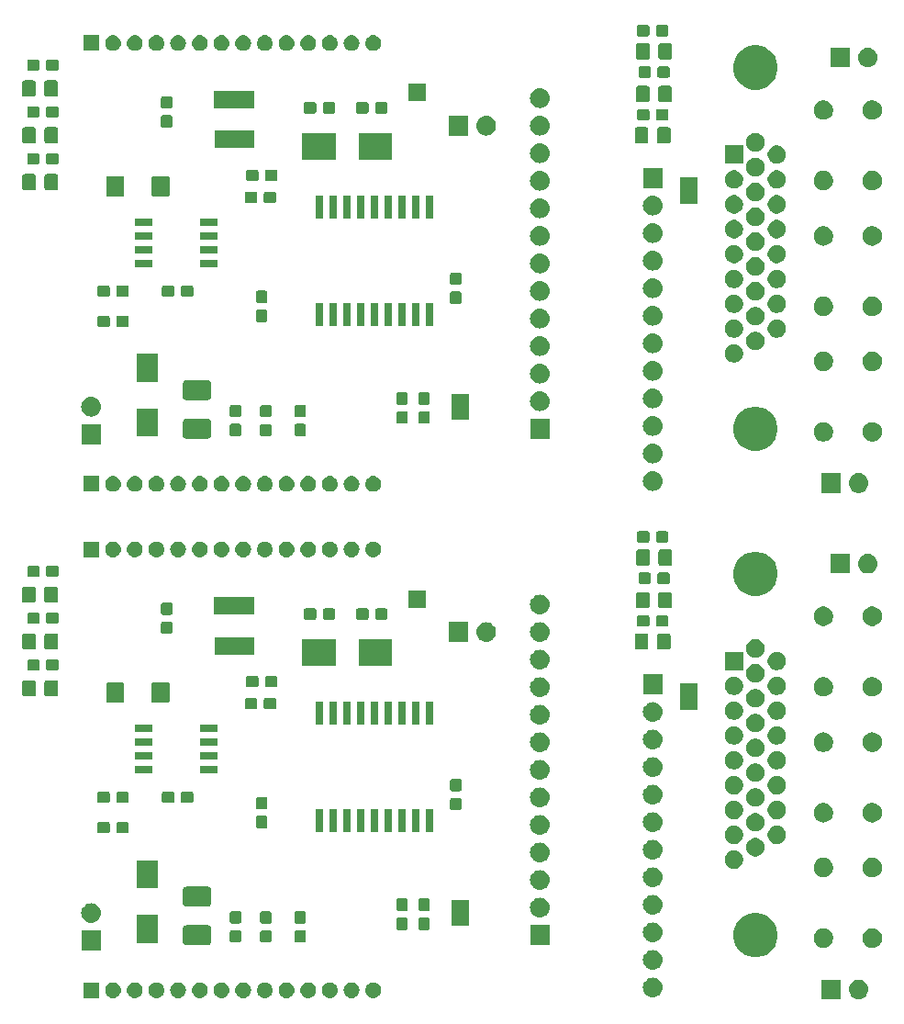
<source format=gts>
G04 #@! TF.GenerationSoftware,KiCad,Pcbnew,(5.1.0-0)*
G04 #@! TF.CreationDate,2019-04-23T20:45:17+03:00*
G04 #@! TF.ProjectId,panel,70616e65-6c2e-46b6-9963-61645f706362,1.0*
G04 #@! TF.SameCoordinates,Original*
G04 #@! TF.FileFunction,Soldermask,Top*
G04 #@! TF.FilePolarity,Negative*
%FSLAX46Y46*%
G04 Gerber Fmt 4.6, Leading zero omitted, Abs format (unit mm)*
G04 Created by KiCad (PCBNEW (5.1.0-0)) date 2019-04-23 20:45:17*
%MOMM*%
%LPD*%
G04 APERTURE LIST*
%ADD10C,0.100000*%
G04 APERTURE END LIST*
D10*
G36*
X193480642Y-115869318D02*
G01*
X193546827Y-115875837D01*
X193716666Y-115927357D01*
X193873191Y-116011022D01*
X193908929Y-116040352D01*
X194010386Y-116123614D01*
X194093648Y-116225071D01*
X194122978Y-116260809D01*
X194206643Y-116417334D01*
X194258163Y-116587173D01*
X194275559Y-116763800D01*
X194258163Y-116940427D01*
X194206643Y-117110266D01*
X194122978Y-117266791D01*
X194093648Y-117302529D01*
X194010386Y-117403986D01*
X193909232Y-117487000D01*
X193873191Y-117516578D01*
X193716666Y-117600243D01*
X193546827Y-117651763D01*
X193480642Y-117658282D01*
X193414460Y-117664800D01*
X193325940Y-117664800D01*
X193259758Y-117658282D01*
X193193573Y-117651763D01*
X193023734Y-117600243D01*
X192867209Y-117516578D01*
X192831168Y-117487000D01*
X192730014Y-117403986D01*
X192646752Y-117302529D01*
X192617422Y-117266791D01*
X192533757Y-117110266D01*
X192482237Y-116940427D01*
X192464841Y-116763800D01*
X192482237Y-116587173D01*
X192533757Y-116417334D01*
X192617422Y-116260809D01*
X192646752Y-116225071D01*
X192730014Y-116123614D01*
X192831471Y-116040352D01*
X192867209Y-116011022D01*
X193023734Y-115927357D01*
X193193573Y-115875837D01*
X193259758Y-115869318D01*
X193325940Y-115862800D01*
X193414460Y-115862800D01*
X193480642Y-115869318D01*
X193480642Y-115869318D01*
G37*
G36*
X191731200Y-117664800D02*
G01*
X189929200Y-117664800D01*
X189929200Y-115862800D01*
X191731200Y-115862800D01*
X191731200Y-117664800D01*
X191731200Y-117664800D01*
G37*
G36*
X144660213Y-116117502D02*
G01*
X144731321Y-116124505D01*
X144868172Y-116166019D01*
X144868175Y-116166020D01*
X144994294Y-116233432D01*
X145104843Y-116324157D01*
X145195568Y-116434706D01*
X145262980Y-116560825D01*
X145262981Y-116560828D01*
X145304495Y-116697679D01*
X145318512Y-116840000D01*
X145304495Y-116982321D01*
X145272137Y-117088989D01*
X145262980Y-117119175D01*
X145195568Y-117245294D01*
X145104843Y-117355843D01*
X144994294Y-117446568D01*
X144868175Y-117513980D01*
X144868172Y-117513981D01*
X144731321Y-117555495D01*
X144660213Y-117562498D01*
X144624660Y-117566000D01*
X144553340Y-117566000D01*
X144517787Y-117562498D01*
X144446679Y-117555495D01*
X144309828Y-117513981D01*
X144309825Y-117513980D01*
X144183706Y-117446568D01*
X144073157Y-117355843D01*
X143982432Y-117245294D01*
X143915020Y-117119175D01*
X143905863Y-117088989D01*
X143873505Y-116982321D01*
X143859488Y-116840000D01*
X143873505Y-116697679D01*
X143915019Y-116560828D01*
X143915020Y-116560825D01*
X143982432Y-116434706D01*
X144073157Y-116324157D01*
X144183706Y-116233432D01*
X144309825Y-116166020D01*
X144309828Y-116166019D01*
X144446679Y-116124505D01*
X144517787Y-116117502D01*
X144553340Y-116114000D01*
X144624660Y-116114000D01*
X144660213Y-116117502D01*
X144660213Y-116117502D01*
G37*
G36*
X142660213Y-116117502D02*
G01*
X142731321Y-116124505D01*
X142868172Y-116166019D01*
X142868175Y-116166020D01*
X142994294Y-116233432D01*
X143104843Y-116324157D01*
X143195568Y-116434706D01*
X143262980Y-116560825D01*
X143262981Y-116560828D01*
X143304495Y-116697679D01*
X143318512Y-116840000D01*
X143304495Y-116982321D01*
X143272137Y-117088989D01*
X143262980Y-117119175D01*
X143195568Y-117245294D01*
X143104843Y-117355843D01*
X142994294Y-117446568D01*
X142868175Y-117513980D01*
X142868172Y-117513981D01*
X142731321Y-117555495D01*
X142660213Y-117562498D01*
X142624660Y-117566000D01*
X142553340Y-117566000D01*
X142517787Y-117562498D01*
X142446679Y-117555495D01*
X142309828Y-117513981D01*
X142309825Y-117513980D01*
X142183706Y-117446568D01*
X142073157Y-117355843D01*
X141982432Y-117245294D01*
X141915020Y-117119175D01*
X141905863Y-117088989D01*
X141873505Y-116982321D01*
X141859488Y-116840000D01*
X141873505Y-116697679D01*
X141915019Y-116560828D01*
X141915020Y-116560825D01*
X141982432Y-116434706D01*
X142073157Y-116324157D01*
X142183706Y-116233432D01*
X142309825Y-116166020D01*
X142309828Y-116166019D01*
X142446679Y-116124505D01*
X142517787Y-116117502D01*
X142553340Y-116114000D01*
X142624660Y-116114000D01*
X142660213Y-116117502D01*
X142660213Y-116117502D01*
G37*
G36*
X140660213Y-116117502D02*
G01*
X140731321Y-116124505D01*
X140868172Y-116166019D01*
X140868175Y-116166020D01*
X140994294Y-116233432D01*
X141104843Y-116324157D01*
X141195568Y-116434706D01*
X141262980Y-116560825D01*
X141262981Y-116560828D01*
X141304495Y-116697679D01*
X141318512Y-116840000D01*
X141304495Y-116982321D01*
X141272137Y-117088989D01*
X141262980Y-117119175D01*
X141195568Y-117245294D01*
X141104843Y-117355843D01*
X140994294Y-117446568D01*
X140868175Y-117513980D01*
X140868172Y-117513981D01*
X140731321Y-117555495D01*
X140660213Y-117562498D01*
X140624660Y-117566000D01*
X140553340Y-117566000D01*
X140517787Y-117562498D01*
X140446679Y-117555495D01*
X140309828Y-117513981D01*
X140309825Y-117513980D01*
X140183706Y-117446568D01*
X140073157Y-117355843D01*
X139982432Y-117245294D01*
X139915020Y-117119175D01*
X139905863Y-117088989D01*
X139873505Y-116982321D01*
X139859488Y-116840000D01*
X139873505Y-116697679D01*
X139915019Y-116560828D01*
X139915020Y-116560825D01*
X139982432Y-116434706D01*
X140073157Y-116324157D01*
X140183706Y-116233432D01*
X140309825Y-116166020D01*
X140309828Y-116166019D01*
X140446679Y-116124505D01*
X140517787Y-116117502D01*
X140553340Y-116114000D01*
X140624660Y-116114000D01*
X140660213Y-116117502D01*
X140660213Y-116117502D01*
G37*
G36*
X138660213Y-116117502D02*
G01*
X138731321Y-116124505D01*
X138868172Y-116166019D01*
X138868175Y-116166020D01*
X138994294Y-116233432D01*
X139104843Y-116324157D01*
X139195568Y-116434706D01*
X139262980Y-116560825D01*
X139262981Y-116560828D01*
X139304495Y-116697679D01*
X139318512Y-116840000D01*
X139304495Y-116982321D01*
X139272137Y-117088989D01*
X139262980Y-117119175D01*
X139195568Y-117245294D01*
X139104843Y-117355843D01*
X138994294Y-117446568D01*
X138868175Y-117513980D01*
X138868172Y-117513981D01*
X138731321Y-117555495D01*
X138660213Y-117562498D01*
X138624660Y-117566000D01*
X138553340Y-117566000D01*
X138517787Y-117562498D01*
X138446679Y-117555495D01*
X138309828Y-117513981D01*
X138309825Y-117513980D01*
X138183706Y-117446568D01*
X138073157Y-117355843D01*
X137982432Y-117245294D01*
X137915020Y-117119175D01*
X137905863Y-117088989D01*
X137873505Y-116982321D01*
X137859488Y-116840000D01*
X137873505Y-116697679D01*
X137915019Y-116560828D01*
X137915020Y-116560825D01*
X137982432Y-116434706D01*
X138073157Y-116324157D01*
X138183706Y-116233432D01*
X138309825Y-116166020D01*
X138309828Y-116166019D01*
X138446679Y-116124505D01*
X138517787Y-116117502D01*
X138553340Y-116114000D01*
X138624660Y-116114000D01*
X138660213Y-116117502D01*
X138660213Y-116117502D01*
G37*
G36*
X136660213Y-116117502D02*
G01*
X136731321Y-116124505D01*
X136868172Y-116166019D01*
X136868175Y-116166020D01*
X136994294Y-116233432D01*
X137104843Y-116324157D01*
X137195568Y-116434706D01*
X137262980Y-116560825D01*
X137262981Y-116560828D01*
X137304495Y-116697679D01*
X137318512Y-116840000D01*
X137304495Y-116982321D01*
X137272137Y-117088989D01*
X137262980Y-117119175D01*
X137195568Y-117245294D01*
X137104843Y-117355843D01*
X136994294Y-117446568D01*
X136868175Y-117513980D01*
X136868172Y-117513981D01*
X136731321Y-117555495D01*
X136660213Y-117562498D01*
X136624660Y-117566000D01*
X136553340Y-117566000D01*
X136517787Y-117562498D01*
X136446679Y-117555495D01*
X136309828Y-117513981D01*
X136309825Y-117513980D01*
X136183706Y-117446568D01*
X136073157Y-117355843D01*
X135982432Y-117245294D01*
X135915020Y-117119175D01*
X135905863Y-117088989D01*
X135873505Y-116982321D01*
X135859488Y-116840000D01*
X135873505Y-116697679D01*
X135915019Y-116560828D01*
X135915020Y-116560825D01*
X135982432Y-116434706D01*
X136073157Y-116324157D01*
X136183706Y-116233432D01*
X136309825Y-116166020D01*
X136309828Y-116166019D01*
X136446679Y-116124505D01*
X136517787Y-116117502D01*
X136553340Y-116114000D01*
X136624660Y-116114000D01*
X136660213Y-116117502D01*
X136660213Y-116117502D01*
G37*
G36*
X134660213Y-116117502D02*
G01*
X134731321Y-116124505D01*
X134868172Y-116166019D01*
X134868175Y-116166020D01*
X134994294Y-116233432D01*
X135104843Y-116324157D01*
X135195568Y-116434706D01*
X135262980Y-116560825D01*
X135262981Y-116560828D01*
X135304495Y-116697679D01*
X135318512Y-116840000D01*
X135304495Y-116982321D01*
X135272137Y-117088989D01*
X135262980Y-117119175D01*
X135195568Y-117245294D01*
X135104843Y-117355843D01*
X134994294Y-117446568D01*
X134868175Y-117513980D01*
X134868172Y-117513981D01*
X134731321Y-117555495D01*
X134660213Y-117562498D01*
X134624660Y-117566000D01*
X134553340Y-117566000D01*
X134517787Y-117562498D01*
X134446679Y-117555495D01*
X134309828Y-117513981D01*
X134309825Y-117513980D01*
X134183706Y-117446568D01*
X134073157Y-117355843D01*
X133982432Y-117245294D01*
X133915020Y-117119175D01*
X133905863Y-117088989D01*
X133873505Y-116982321D01*
X133859488Y-116840000D01*
X133873505Y-116697679D01*
X133915019Y-116560828D01*
X133915020Y-116560825D01*
X133982432Y-116434706D01*
X134073157Y-116324157D01*
X134183706Y-116233432D01*
X134309825Y-116166020D01*
X134309828Y-116166019D01*
X134446679Y-116124505D01*
X134517787Y-116117502D01*
X134553340Y-116114000D01*
X134624660Y-116114000D01*
X134660213Y-116117502D01*
X134660213Y-116117502D01*
G37*
G36*
X132660213Y-116117502D02*
G01*
X132731321Y-116124505D01*
X132868172Y-116166019D01*
X132868175Y-116166020D01*
X132994294Y-116233432D01*
X133104843Y-116324157D01*
X133195568Y-116434706D01*
X133262980Y-116560825D01*
X133262981Y-116560828D01*
X133304495Y-116697679D01*
X133318512Y-116840000D01*
X133304495Y-116982321D01*
X133272137Y-117088989D01*
X133262980Y-117119175D01*
X133195568Y-117245294D01*
X133104843Y-117355843D01*
X132994294Y-117446568D01*
X132868175Y-117513980D01*
X132868172Y-117513981D01*
X132731321Y-117555495D01*
X132660213Y-117562498D01*
X132624660Y-117566000D01*
X132553340Y-117566000D01*
X132517787Y-117562498D01*
X132446679Y-117555495D01*
X132309828Y-117513981D01*
X132309825Y-117513980D01*
X132183706Y-117446568D01*
X132073157Y-117355843D01*
X131982432Y-117245294D01*
X131915020Y-117119175D01*
X131905863Y-117088989D01*
X131873505Y-116982321D01*
X131859488Y-116840000D01*
X131873505Y-116697679D01*
X131915019Y-116560828D01*
X131915020Y-116560825D01*
X131982432Y-116434706D01*
X132073157Y-116324157D01*
X132183706Y-116233432D01*
X132309825Y-116166020D01*
X132309828Y-116166019D01*
X132446679Y-116124505D01*
X132517787Y-116117502D01*
X132553340Y-116114000D01*
X132624660Y-116114000D01*
X132660213Y-116117502D01*
X132660213Y-116117502D01*
G37*
G36*
X130660213Y-116117502D02*
G01*
X130731321Y-116124505D01*
X130868172Y-116166019D01*
X130868175Y-116166020D01*
X130994294Y-116233432D01*
X131104843Y-116324157D01*
X131195568Y-116434706D01*
X131262980Y-116560825D01*
X131262981Y-116560828D01*
X131304495Y-116697679D01*
X131318512Y-116840000D01*
X131304495Y-116982321D01*
X131272137Y-117088989D01*
X131262980Y-117119175D01*
X131195568Y-117245294D01*
X131104843Y-117355843D01*
X130994294Y-117446568D01*
X130868175Y-117513980D01*
X130868172Y-117513981D01*
X130731321Y-117555495D01*
X130660213Y-117562498D01*
X130624660Y-117566000D01*
X130553340Y-117566000D01*
X130517787Y-117562498D01*
X130446679Y-117555495D01*
X130309828Y-117513981D01*
X130309825Y-117513980D01*
X130183706Y-117446568D01*
X130073157Y-117355843D01*
X129982432Y-117245294D01*
X129915020Y-117119175D01*
X129905863Y-117088989D01*
X129873505Y-116982321D01*
X129859488Y-116840000D01*
X129873505Y-116697679D01*
X129915019Y-116560828D01*
X129915020Y-116560825D01*
X129982432Y-116434706D01*
X130073157Y-116324157D01*
X130183706Y-116233432D01*
X130309825Y-116166020D01*
X130309828Y-116166019D01*
X130446679Y-116124505D01*
X130517787Y-116117502D01*
X130553340Y-116114000D01*
X130624660Y-116114000D01*
X130660213Y-116117502D01*
X130660213Y-116117502D01*
G37*
G36*
X128660213Y-116117502D02*
G01*
X128731321Y-116124505D01*
X128868172Y-116166019D01*
X128868175Y-116166020D01*
X128994294Y-116233432D01*
X129104843Y-116324157D01*
X129195568Y-116434706D01*
X129262980Y-116560825D01*
X129262981Y-116560828D01*
X129304495Y-116697679D01*
X129318512Y-116840000D01*
X129304495Y-116982321D01*
X129272137Y-117088989D01*
X129262980Y-117119175D01*
X129195568Y-117245294D01*
X129104843Y-117355843D01*
X128994294Y-117446568D01*
X128868175Y-117513980D01*
X128868172Y-117513981D01*
X128731321Y-117555495D01*
X128660213Y-117562498D01*
X128624660Y-117566000D01*
X128553340Y-117566000D01*
X128517787Y-117562498D01*
X128446679Y-117555495D01*
X128309828Y-117513981D01*
X128309825Y-117513980D01*
X128183706Y-117446568D01*
X128073157Y-117355843D01*
X127982432Y-117245294D01*
X127915020Y-117119175D01*
X127905863Y-117088989D01*
X127873505Y-116982321D01*
X127859488Y-116840000D01*
X127873505Y-116697679D01*
X127915019Y-116560828D01*
X127915020Y-116560825D01*
X127982432Y-116434706D01*
X128073157Y-116324157D01*
X128183706Y-116233432D01*
X128309825Y-116166020D01*
X128309828Y-116166019D01*
X128446679Y-116124505D01*
X128517787Y-116117502D01*
X128553340Y-116114000D01*
X128624660Y-116114000D01*
X128660213Y-116117502D01*
X128660213Y-116117502D01*
G37*
G36*
X126660213Y-116117502D02*
G01*
X126731321Y-116124505D01*
X126868172Y-116166019D01*
X126868175Y-116166020D01*
X126994294Y-116233432D01*
X127104843Y-116324157D01*
X127195568Y-116434706D01*
X127262980Y-116560825D01*
X127262981Y-116560828D01*
X127304495Y-116697679D01*
X127318512Y-116840000D01*
X127304495Y-116982321D01*
X127272137Y-117088989D01*
X127262980Y-117119175D01*
X127195568Y-117245294D01*
X127104843Y-117355843D01*
X126994294Y-117446568D01*
X126868175Y-117513980D01*
X126868172Y-117513981D01*
X126731321Y-117555495D01*
X126660213Y-117562498D01*
X126624660Y-117566000D01*
X126553340Y-117566000D01*
X126517787Y-117562498D01*
X126446679Y-117555495D01*
X126309828Y-117513981D01*
X126309825Y-117513980D01*
X126183706Y-117446568D01*
X126073157Y-117355843D01*
X125982432Y-117245294D01*
X125915020Y-117119175D01*
X125905863Y-117088989D01*
X125873505Y-116982321D01*
X125859488Y-116840000D01*
X125873505Y-116697679D01*
X125915019Y-116560828D01*
X125915020Y-116560825D01*
X125982432Y-116434706D01*
X126073157Y-116324157D01*
X126183706Y-116233432D01*
X126309825Y-116166020D01*
X126309828Y-116166019D01*
X126446679Y-116124505D01*
X126517787Y-116117502D01*
X126553340Y-116114000D01*
X126624660Y-116114000D01*
X126660213Y-116117502D01*
X126660213Y-116117502D01*
G37*
G36*
X124660213Y-116117502D02*
G01*
X124731321Y-116124505D01*
X124868172Y-116166019D01*
X124868175Y-116166020D01*
X124994294Y-116233432D01*
X125104843Y-116324157D01*
X125195568Y-116434706D01*
X125262980Y-116560825D01*
X125262981Y-116560828D01*
X125304495Y-116697679D01*
X125318512Y-116840000D01*
X125304495Y-116982321D01*
X125272137Y-117088989D01*
X125262980Y-117119175D01*
X125195568Y-117245294D01*
X125104843Y-117355843D01*
X124994294Y-117446568D01*
X124868175Y-117513980D01*
X124868172Y-117513981D01*
X124731321Y-117555495D01*
X124660213Y-117562498D01*
X124624660Y-117566000D01*
X124553340Y-117566000D01*
X124517787Y-117562498D01*
X124446679Y-117555495D01*
X124309828Y-117513981D01*
X124309825Y-117513980D01*
X124183706Y-117446568D01*
X124073157Y-117355843D01*
X123982432Y-117245294D01*
X123915020Y-117119175D01*
X123905863Y-117088989D01*
X123873505Y-116982321D01*
X123859488Y-116840000D01*
X123873505Y-116697679D01*
X123915019Y-116560828D01*
X123915020Y-116560825D01*
X123982432Y-116434706D01*
X124073157Y-116324157D01*
X124183706Y-116233432D01*
X124309825Y-116166020D01*
X124309828Y-116166019D01*
X124446679Y-116124505D01*
X124517787Y-116117502D01*
X124553340Y-116114000D01*
X124624660Y-116114000D01*
X124660213Y-116117502D01*
X124660213Y-116117502D01*
G37*
G36*
X123315000Y-117566000D02*
G01*
X121863000Y-117566000D01*
X121863000Y-116114000D01*
X123315000Y-116114000D01*
X123315000Y-117566000D01*
X123315000Y-117566000D01*
G37*
G36*
X146660213Y-116117502D02*
G01*
X146731321Y-116124505D01*
X146868172Y-116166019D01*
X146868175Y-116166020D01*
X146994294Y-116233432D01*
X147104843Y-116324157D01*
X147195568Y-116434706D01*
X147262980Y-116560825D01*
X147262981Y-116560828D01*
X147304495Y-116697679D01*
X147318512Y-116840000D01*
X147304495Y-116982321D01*
X147272137Y-117088989D01*
X147262980Y-117119175D01*
X147195568Y-117245294D01*
X147104843Y-117355843D01*
X146994294Y-117446568D01*
X146868175Y-117513980D01*
X146868172Y-117513981D01*
X146731321Y-117555495D01*
X146660213Y-117562498D01*
X146624660Y-117566000D01*
X146553340Y-117566000D01*
X146517787Y-117562498D01*
X146446679Y-117555495D01*
X146309828Y-117513981D01*
X146309825Y-117513980D01*
X146183706Y-117446568D01*
X146073157Y-117355843D01*
X145982432Y-117245294D01*
X145915020Y-117119175D01*
X145905863Y-117088989D01*
X145873505Y-116982321D01*
X145859488Y-116840000D01*
X145873505Y-116697679D01*
X145915019Y-116560828D01*
X145915020Y-116560825D01*
X145982432Y-116434706D01*
X146073157Y-116324157D01*
X146183706Y-116233432D01*
X146309825Y-116166020D01*
X146309828Y-116166019D01*
X146446679Y-116124505D01*
X146517787Y-116117502D01*
X146553340Y-116114000D01*
X146624660Y-116114000D01*
X146660213Y-116117502D01*
X146660213Y-116117502D01*
G37*
G36*
X148660213Y-116117502D02*
G01*
X148731321Y-116124505D01*
X148868172Y-116166019D01*
X148868175Y-116166020D01*
X148994294Y-116233432D01*
X149104843Y-116324157D01*
X149195568Y-116434706D01*
X149262980Y-116560825D01*
X149262981Y-116560828D01*
X149304495Y-116697679D01*
X149318512Y-116840000D01*
X149304495Y-116982321D01*
X149272137Y-117088989D01*
X149262980Y-117119175D01*
X149195568Y-117245294D01*
X149104843Y-117355843D01*
X148994294Y-117446568D01*
X148868175Y-117513980D01*
X148868172Y-117513981D01*
X148731321Y-117555495D01*
X148660213Y-117562498D01*
X148624660Y-117566000D01*
X148553340Y-117566000D01*
X148517787Y-117562498D01*
X148446679Y-117555495D01*
X148309828Y-117513981D01*
X148309825Y-117513980D01*
X148183706Y-117446568D01*
X148073157Y-117355843D01*
X147982432Y-117245294D01*
X147915020Y-117119175D01*
X147905863Y-117088989D01*
X147873505Y-116982321D01*
X147859488Y-116840000D01*
X147873505Y-116697679D01*
X147915019Y-116560828D01*
X147915020Y-116560825D01*
X147982432Y-116434706D01*
X148073157Y-116324157D01*
X148183706Y-116233432D01*
X148309825Y-116166020D01*
X148309828Y-116166019D01*
X148446679Y-116124505D01*
X148517787Y-116117502D01*
X148553340Y-116114000D01*
X148624660Y-116114000D01*
X148660213Y-116117502D01*
X148660213Y-116117502D01*
G37*
G36*
X174481443Y-115691519D02*
G01*
X174547627Y-115698037D01*
X174717466Y-115749557D01*
X174873991Y-115833222D01*
X174909729Y-115862552D01*
X175011186Y-115945814D01*
X175094448Y-116047271D01*
X175123778Y-116083009D01*
X175207443Y-116239534D01*
X175258963Y-116409373D01*
X175276359Y-116586000D01*
X175258963Y-116762627D01*
X175207443Y-116932466D01*
X175123778Y-117088991D01*
X175106318Y-117110266D01*
X175011186Y-117226186D01*
X174909729Y-117309448D01*
X174873991Y-117338778D01*
X174717466Y-117422443D01*
X174547627Y-117473963D01*
X174481442Y-117480482D01*
X174415260Y-117487000D01*
X174326740Y-117487000D01*
X174260558Y-117480482D01*
X174194373Y-117473963D01*
X174024534Y-117422443D01*
X173868009Y-117338778D01*
X173832271Y-117309448D01*
X173730814Y-117226186D01*
X173635682Y-117110266D01*
X173618222Y-117088991D01*
X173534557Y-116932466D01*
X173483037Y-116762627D01*
X173465641Y-116586000D01*
X173483037Y-116409373D01*
X173534557Y-116239534D01*
X173618222Y-116083009D01*
X173647552Y-116047271D01*
X173730814Y-115945814D01*
X173832271Y-115862552D01*
X173868009Y-115833222D01*
X174024534Y-115749557D01*
X174194373Y-115698037D01*
X174260557Y-115691519D01*
X174326740Y-115685000D01*
X174415260Y-115685000D01*
X174481443Y-115691519D01*
X174481443Y-115691519D01*
G37*
G36*
X174481442Y-113151518D02*
G01*
X174547627Y-113158037D01*
X174717466Y-113209557D01*
X174873991Y-113293222D01*
X174909729Y-113322552D01*
X175011186Y-113405814D01*
X175094448Y-113507271D01*
X175123778Y-113543009D01*
X175207443Y-113699534D01*
X175258963Y-113869373D01*
X175276359Y-114046000D01*
X175258963Y-114222627D01*
X175207443Y-114392466D01*
X175123778Y-114548991D01*
X175094448Y-114584729D01*
X175011186Y-114686186D01*
X174909729Y-114769448D01*
X174873991Y-114798778D01*
X174717466Y-114882443D01*
X174547627Y-114933963D01*
X174481442Y-114940482D01*
X174415260Y-114947000D01*
X174326740Y-114947000D01*
X174260558Y-114940482D01*
X174194373Y-114933963D01*
X174024534Y-114882443D01*
X173868009Y-114798778D01*
X173832271Y-114769448D01*
X173730814Y-114686186D01*
X173647552Y-114584729D01*
X173618222Y-114548991D01*
X173534557Y-114392466D01*
X173483037Y-114222627D01*
X173465641Y-114046000D01*
X173483037Y-113869373D01*
X173534557Y-113699534D01*
X173618222Y-113543009D01*
X173647552Y-113507271D01*
X173730814Y-113405814D01*
X173832271Y-113322552D01*
X173868009Y-113293222D01*
X174024534Y-113209557D01*
X174194373Y-113158037D01*
X174260558Y-113151518D01*
X174326740Y-113145000D01*
X174415260Y-113145000D01*
X174481442Y-113151518D01*
X174481442Y-113151518D01*
G37*
G36*
X184442254Y-109789818D02*
G01*
X184815511Y-109944426D01*
X184815513Y-109944427D01*
X185151436Y-110168884D01*
X185437116Y-110454564D01*
X185636673Y-110753221D01*
X185661574Y-110790489D01*
X185816182Y-111163746D01*
X185895000Y-111559993D01*
X185895000Y-111964007D01*
X185816182Y-112360254D01*
X185693995Y-112655239D01*
X185661573Y-112733513D01*
X185437116Y-113069436D01*
X185151436Y-113355116D01*
X184815513Y-113579573D01*
X184815512Y-113579574D01*
X184815511Y-113579574D01*
X184442254Y-113734182D01*
X184046007Y-113813000D01*
X183641993Y-113813000D01*
X183245746Y-113734182D01*
X182872489Y-113579574D01*
X182872488Y-113579574D01*
X182872487Y-113579573D01*
X182536564Y-113355116D01*
X182250884Y-113069436D01*
X182026427Y-112733513D01*
X181994005Y-112655239D01*
X181871818Y-112360254D01*
X181793000Y-111964007D01*
X181793000Y-111559993D01*
X181871818Y-111163746D01*
X182026426Y-110790489D01*
X182051328Y-110753221D01*
X182250884Y-110454564D01*
X182536564Y-110168884D01*
X182872487Y-109944427D01*
X182872489Y-109944426D01*
X183245746Y-109789818D01*
X183641993Y-109711000D01*
X184046007Y-109711000D01*
X184442254Y-109789818D01*
X184442254Y-109789818D01*
G37*
G36*
X123456000Y-113169000D02*
G01*
X121654000Y-113169000D01*
X121654000Y-111367000D01*
X123456000Y-111367000D01*
X123456000Y-113169000D01*
X123456000Y-113169000D01*
G37*
G36*
X194732512Y-111143327D02*
G01*
X194881812Y-111173024D01*
X195045784Y-111240944D01*
X195193354Y-111339547D01*
X195318853Y-111465046D01*
X195417456Y-111612616D01*
X195485376Y-111776588D01*
X195520000Y-111950659D01*
X195520000Y-112128141D01*
X195485376Y-112302212D01*
X195417456Y-112466184D01*
X195318853Y-112613754D01*
X195193354Y-112739253D01*
X195045784Y-112837856D01*
X194881812Y-112905776D01*
X194732512Y-112935473D01*
X194707742Y-112940400D01*
X194530258Y-112940400D01*
X194505488Y-112935473D01*
X194356188Y-112905776D01*
X194192216Y-112837856D01*
X194044646Y-112739253D01*
X193919147Y-112613754D01*
X193820544Y-112466184D01*
X193752624Y-112302212D01*
X193718000Y-112128141D01*
X193718000Y-111950659D01*
X193752624Y-111776588D01*
X193820544Y-111612616D01*
X193919147Y-111465046D01*
X194044646Y-111339547D01*
X194192216Y-111240944D01*
X194356188Y-111173024D01*
X194505488Y-111143327D01*
X194530258Y-111138400D01*
X194707742Y-111138400D01*
X194732512Y-111143327D01*
X194732512Y-111143327D01*
G37*
G36*
X190232512Y-111143327D02*
G01*
X190381812Y-111173024D01*
X190545784Y-111240944D01*
X190693354Y-111339547D01*
X190818853Y-111465046D01*
X190917456Y-111612616D01*
X190985376Y-111776588D01*
X191020000Y-111950659D01*
X191020000Y-112128141D01*
X190985376Y-112302212D01*
X190917456Y-112466184D01*
X190818853Y-112613754D01*
X190693354Y-112739253D01*
X190545784Y-112837856D01*
X190381812Y-112905776D01*
X190232512Y-112935473D01*
X190207742Y-112940400D01*
X190030258Y-112940400D01*
X190005488Y-112935473D01*
X189856188Y-112905776D01*
X189692216Y-112837856D01*
X189544646Y-112739253D01*
X189419147Y-112613754D01*
X189320544Y-112466184D01*
X189252624Y-112302212D01*
X189218000Y-112128141D01*
X189218000Y-111950659D01*
X189252624Y-111776588D01*
X189320544Y-111612616D01*
X189419147Y-111465046D01*
X189544646Y-111339547D01*
X189692216Y-111240944D01*
X189856188Y-111173024D01*
X190005488Y-111143327D01*
X190030258Y-111138400D01*
X190207742Y-111138400D01*
X190232512Y-111143327D01*
X190232512Y-111143327D01*
G37*
G36*
X164858000Y-112661000D02*
G01*
X163056000Y-112661000D01*
X163056000Y-110859000D01*
X164858000Y-110859000D01*
X164858000Y-112661000D01*
X164858000Y-112661000D01*
G37*
G36*
X133418372Y-110864761D02*
G01*
X133468721Y-110880034D01*
X133515117Y-110904834D01*
X133555788Y-110938212D01*
X133589166Y-110978883D01*
X133613966Y-111025279D01*
X133629239Y-111075628D01*
X133635000Y-111134124D01*
X133635000Y-112385876D01*
X133629239Y-112444372D01*
X133613966Y-112494721D01*
X133589166Y-112541117D01*
X133555788Y-112581788D01*
X133515117Y-112615166D01*
X133468721Y-112639966D01*
X133418372Y-112655239D01*
X133359876Y-112661000D01*
X131308124Y-112661000D01*
X131249628Y-112655239D01*
X131199279Y-112639966D01*
X131152883Y-112615166D01*
X131112212Y-112581788D01*
X131078834Y-112541117D01*
X131054034Y-112494721D01*
X131038761Y-112444372D01*
X131033000Y-112385876D01*
X131033000Y-111134124D01*
X131038761Y-111075628D01*
X131054034Y-111025279D01*
X131078834Y-110978883D01*
X131112212Y-110938212D01*
X131152883Y-110904834D01*
X131199279Y-110880034D01*
X131249628Y-110864761D01*
X131308124Y-110859000D01*
X133359876Y-110859000D01*
X133418372Y-110864761D01*
X133418372Y-110864761D01*
G37*
G36*
X128713000Y-112473000D02*
G01*
X126811000Y-112473000D01*
X126811000Y-109871000D01*
X128713000Y-109871000D01*
X128713000Y-112473000D01*
X128713000Y-112473000D01*
G37*
G36*
X139048499Y-111315445D02*
G01*
X139085995Y-111326820D01*
X139120554Y-111345292D01*
X139150847Y-111370153D01*
X139175708Y-111400446D01*
X139194180Y-111435005D01*
X139205555Y-111472501D01*
X139210000Y-111517638D01*
X139210000Y-112256362D01*
X139205555Y-112301499D01*
X139194180Y-112338995D01*
X139175708Y-112373554D01*
X139150847Y-112403847D01*
X139120554Y-112428708D01*
X139085995Y-112447180D01*
X139048499Y-112458555D01*
X139003362Y-112463000D01*
X138364638Y-112463000D01*
X138319501Y-112458555D01*
X138282005Y-112447180D01*
X138247446Y-112428708D01*
X138217153Y-112403847D01*
X138192292Y-112373554D01*
X138173820Y-112338995D01*
X138162445Y-112301499D01*
X138158000Y-112256362D01*
X138158000Y-111517638D01*
X138162445Y-111472501D01*
X138173820Y-111435005D01*
X138192292Y-111400446D01*
X138217153Y-111370153D01*
X138247446Y-111345292D01*
X138282005Y-111326820D01*
X138319501Y-111315445D01*
X138364638Y-111311000D01*
X139003362Y-111311000D01*
X139048499Y-111315445D01*
X139048499Y-111315445D01*
G37*
G36*
X136254499Y-111301445D02*
G01*
X136291995Y-111312820D01*
X136326554Y-111331292D01*
X136356847Y-111356153D01*
X136381708Y-111386446D01*
X136400180Y-111421005D01*
X136411555Y-111458501D01*
X136416000Y-111503638D01*
X136416000Y-112242362D01*
X136411555Y-112287499D01*
X136400180Y-112324995D01*
X136381708Y-112359554D01*
X136356847Y-112389847D01*
X136326554Y-112414708D01*
X136291995Y-112433180D01*
X136254499Y-112444555D01*
X136209362Y-112449000D01*
X135570638Y-112449000D01*
X135525501Y-112444555D01*
X135488005Y-112433180D01*
X135453446Y-112414708D01*
X135423153Y-112389847D01*
X135398292Y-112359554D01*
X135379820Y-112324995D01*
X135368445Y-112287499D01*
X135364000Y-112242362D01*
X135364000Y-111503638D01*
X135368445Y-111458501D01*
X135379820Y-111421005D01*
X135398292Y-111386446D01*
X135423153Y-111356153D01*
X135453446Y-111331292D01*
X135488005Y-111312820D01*
X135525501Y-111301445D01*
X135570638Y-111297000D01*
X136209362Y-111297000D01*
X136254499Y-111301445D01*
X136254499Y-111301445D01*
G37*
G36*
X142223499Y-111301445D02*
G01*
X142260995Y-111312820D01*
X142295554Y-111331292D01*
X142325847Y-111356153D01*
X142350708Y-111386446D01*
X142369180Y-111421005D01*
X142380555Y-111458501D01*
X142385000Y-111503638D01*
X142385000Y-112242362D01*
X142380555Y-112287499D01*
X142369180Y-112324995D01*
X142350708Y-112359554D01*
X142325847Y-112389847D01*
X142295554Y-112414708D01*
X142260995Y-112433180D01*
X142223499Y-112444555D01*
X142178362Y-112449000D01*
X141539638Y-112449000D01*
X141494501Y-112444555D01*
X141457005Y-112433180D01*
X141422446Y-112414708D01*
X141392153Y-112389847D01*
X141367292Y-112359554D01*
X141348820Y-112324995D01*
X141337445Y-112287499D01*
X141333000Y-112242362D01*
X141333000Y-111503638D01*
X141337445Y-111458501D01*
X141348820Y-111421005D01*
X141367292Y-111386446D01*
X141392153Y-111356153D01*
X141422446Y-111331292D01*
X141457005Y-111312820D01*
X141494501Y-111301445D01*
X141539638Y-111297000D01*
X142178362Y-111297000D01*
X142223499Y-111301445D01*
X142223499Y-111301445D01*
G37*
G36*
X174481443Y-110611519D02*
G01*
X174547627Y-110618037D01*
X174717466Y-110669557D01*
X174873991Y-110753222D01*
X174909729Y-110782552D01*
X175011186Y-110865814D01*
X175088757Y-110960336D01*
X175123778Y-111003009D01*
X175207443Y-111159534D01*
X175258963Y-111329373D01*
X175276359Y-111506000D01*
X175258963Y-111682627D01*
X175207443Y-111852466D01*
X175123778Y-112008991D01*
X175094448Y-112044729D01*
X175011186Y-112146186D01*
X174945612Y-112200000D01*
X174873991Y-112258778D01*
X174717466Y-112342443D01*
X174547627Y-112393963D01*
X174481443Y-112400481D01*
X174415260Y-112407000D01*
X174326740Y-112407000D01*
X174260557Y-112400481D01*
X174194373Y-112393963D01*
X174024534Y-112342443D01*
X173868009Y-112258778D01*
X173796388Y-112200000D01*
X173730814Y-112146186D01*
X173647552Y-112044729D01*
X173618222Y-112008991D01*
X173534557Y-111852466D01*
X173483037Y-111682627D01*
X173465641Y-111506000D01*
X173483037Y-111329373D01*
X173534557Y-111159534D01*
X173618222Y-111003009D01*
X173653243Y-110960336D01*
X173730814Y-110865814D01*
X173832271Y-110782552D01*
X173868009Y-110753222D01*
X174024534Y-110669557D01*
X174194373Y-110618037D01*
X174260557Y-110611519D01*
X174326740Y-110605000D01*
X174415260Y-110605000D01*
X174481443Y-110611519D01*
X174481443Y-110611519D01*
G37*
G36*
X151621499Y-110144445D02*
G01*
X151658995Y-110155820D01*
X151693554Y-110174292D01*
X151723847Y-110199153D01*
X151748708Y-110229446D01*
X151767180Y-110264005D01*
X151778555Y-110301501D01*
X151783000Y-110346638D01*
X151783000Y-111085362D01*
X151778555Y-111130499D01*
X151767180Y-111167995D01*
X151748708Y-111202554D01*
X151723847Y-111232847D01*
X151693554Y-111257708D01*
X151658995Y-111276180D01*
X151621499Y-111287555D01*
X151576362Y-111292000D01*
X150937638Y-111292000D01*
X150892501Y-111287555D01*
X150855005Y-111276180D01*
X150820446Y-111257708D01*
X150790153Y-111232847D01*
X150765292Y-111202554D01*
X150746820Y-111167995D01*
X150735445Y-111130499D01*
X150731000Y-111085362D01*
X150731000Y-110346638D01*
X150735445Y-110301501D01*
X150746820Y-110264005D01*
X150765292Y-110229446D01*
X150790153Y-110199153D01*
X150820446Y-110174292D01*
X150855005Y-110155820D01*
X150892501Y-110144445D01*
X150937638Y-110140000D01*
X151576362Y-110140000D01*
X151621499Y-110144445D01*
X151621499Y-110144445D01*
G37*
G36*
X153653499Y-110144445D02*
G01*
X153690995Y-110155820D01*
X153725554Y-110174292D01*
X153755847Y-110199153D01*
X153780708Y-110229446D01*
X153799180Y-110264005D01*
X153810555Y-110301501D01*
X153815000Y-110346638D01*
X153815000Y-111085362D01*
X153810555Y-111130499D01*
X153799180Y-111167995D01*
X153780708Y-111202554D01*
X153755847Y-111232847D01*
X153725554Y-111257708D01*
X153690995Y-111276180D01*
X153653499Y-111287555D01*
X153608362Y-111292000D01*
X152969638Y-111292000D01*
X152924501Y-111287555D01*
X152887005Y-111276180D01*
X152852446Y-111257708D01*
X152822153Y-111232847D01*
X152797292Y-111202554D01*
X152778820Y-111167995D01*
X152767445Y-111130499D01*
X152763000Y-111085362D01*
X152763000Y-110346638D01*
X152767445Y-110301501D01*
X152778820Y-110264005D01*
X152797292Y-110229446D01*
X152822153Y-110199153D01*
X152852446Y-110174292D01*
X152887005Y-110155820D01*
X152924501Y-110144445D01*
X152969638Y-110140000D01*
X153608362Y-110140000D01*
X153653499Y-110144445D01*
X153653499Y-110144445D01*
G37*
G36*
X157392000Y-110929000D02*
G01*
X155790000Y-110929000D01*
X155790000Y-108527000D01*
X157392000Y-108527000D01*
X157392000Y-110929000D01*
X157392000Y-110929000D01*
G37*
G36*
X139048499Y-109565445D02*
G01*
X139085995Y-109576820D01*
X139120554Y-109595292D01*
X139150847Y-109620153D01*
X139175708Y-109650446D01*
X139194180Y-109685005D01*
X139205555Y-109722501D01*
X139210000Y-109767638D01*
X139210000Y-110506362D01*
X139205555Y-110551499D01*
X139194180Y-110588995D01*
X139175708Y-110623554D01*
X139150847Y-110653847D01*
X139120554Y-110678708D01*
X139085995Y-110697180D01*
X139048499Y-110708555D01*
X139003362Y-110713000D01*
X138364638Y-110713000D01*
X138319501Y-110708555D01*
X138282005Y-110697180D01*
X138247446Y-110678708D01*
X138217153Y-110653847D01*
X138192292Y-110623554D01*
X138173820Y-110588995D01*
X138162445Y-110551499D01*
X138158000Y-110506362D01*
X138158000Y-109767638D01*
X138162445Y-109722501D01*
X138173820Y-109685005D01*
X138192292Y-109650446D01*
X138217153Y-109620153D01*
X138247446Y-109595292D01*
X138282005Y-109576820D01*
X138319501Y-109565445D01*
X138364638Y-109561000D01*
X139003362Y-109561000D01*
X139048499Y-109565445D01*
X139048499Y-109565445D01*
G37*
G36*
X136254499Y-109551445D02*
G01*
X136291995Y-109562820D01*
X136326554Y-109581292D01*
X136356847Y-109606153D01*
X136381708Y-109636446D01*
X136400180Y-109671005D01*
X136411555Y-109708501D01*
X136416000Y-109753638D01*
X136416000Y-110492362D01*
X136411555Y-110537499D01*
X136400180Y-110574995D01*
X136381708Y-110609554D01*
X136356847Y-110639847D01*
X136326554Y-110664708D01*
X136291995Y-110683180D01*
X136254499Y-110694555D01*
X136209362Y-110699000D01*
X135570638Y-110699000D01*
X135525501Y-110694555D01*
X135488005Y-110683180D01*
X135453446Y-110664708D01*
X135423153Y-110639847D01*
X135398292Y-110609554D01*
X135379820Y-110574995D01*
X135368445Y-110537499D01*
X135364000Y-110492362D01*
X135364000Y-109753638D01*
X135368445Y-109708501D01*
X135379820Y-109671005D01*
X135398292Y-109636446D01*
X135423153Y-109606153D01*
X135453446Y-109581292D01*
X135488005Y-109562820D01*
X135525501Y-109551445D01*
X135570638Y-109547000D01*
X136209362Y-109547000D01*
X136254499Y-109551445D01*
X136254499Y-109551445D01*
G37*
G36*
X142223499Y-109551445D02*
G01*
X142260995Y-109562820D01*
X142295554Y-109581292D01*
X142325847Y-109606153D01*
X142350708Y-109636446D01*
X142369180Y-109671005D01*
X142380555Y-109708501D01*
X142385000Y-109753638D01*
X142385000Y-110492362D01*
X142380555Y-110537499D01*
X142369180Y-110574995D01*
X142350708Y-110609554D01*
X142325847Y-110639847D01*
X142295554Y-110664708D01*
X142260995Y-110683180D01*
X142223499Y-110694555D01*
X142178362Y-110699000D01*
X141539638Y-110699000D01*
X141494501Y-110694555D01*
X141457005Y-110683180D01*
X141422446Y-110664708D01*
X141392153Y-110639847D01*
X141367292Y-110609554D01*
X141348820Y-110574995D01*
X141337445Y-110537499D01*
X141333000Y-110492362D01*
X141333000Y-109753638D01*
X141337445Y-109708501D01*
X141348820Y-109671005D01*
X141367292Y-109636446D01*
X141392153Y-109606153D01*
X141422446Y-109581292D01*
X141457005Y-109562820D01*
X141494501Y-109551445D01*
X141539638Y-109547000D01*
X142178362Y-109547000D01*
X142223499Y-109551445D01*
X142223499Y-109551445D01*
G37*
G36*
X122665443Y-108833519D02*
G01*
X122731627Y-108840037D01*
X122901466Y-108891557D01*
X123057991Y-108975222D01*
X123092647Y-109003664D01*
X123195186Y-109087814D01*
X123278448Y-109189271D01*
X123307778Y-109225009D01*
X123391443Y-109381534D01*
X123442963Y-109551373D01*
X123460359Y-109728000D01*
X123442963Y-109904627D01*
X123391443Y-110074466D01*
X123307778Y-110230991D01*
X123286527Y-110256885D01*
X123195186Y-110368186D01*
X123112553Y-110436000D01*
X123057991Y-110480778D01*
X122901466Y-110564443D01*
X122731627Y-110615963D01*
X122670646Y-110621969D01*
X122599260Y-110629000D01*
X122510740Y-110629000D01*
X122439354Y-110621969D01*
X122378373Y-110615963D01*
X122208534Y-110564443D01*
X122052009Y-110480778D01*
X121997447Y-110436000D01*
X121914814Y-110368186D01*
X121823473Y-110256885D01*
X121802222Y-110230991D01*
X121718557Y-110074466D01*
X121667037Y-109904627D01*
X121649641Y-109728000D01*
X121667037Y-109551373D01*
X121718557Y-109381534D01*
X121802222Y-109225009D01*
X121831552Y-109189271D01*
X121914814Y-109087814D01*
X122017353Y-109003664D01*
X122052009Y-108975222D01*
X122208534Y-108891557D01*
X122378373Y-108840037D01*
X122444557Y-108833519D01*
X122510740Y-108827000D01*
X122599260Y-108827000D01*
X122665443Y-108833519D01*
X122665443Y-108833519D01*
G37*
G36*
X164067443Y-108325519D02*
G01*
X164133627Y-108332037D01*
X164303466Y-108383557D01*
X164459991Y-108467222D01*
X164495729Y-108496552D01*
X164597186Y-108579814D01*
X164657247Y-108653000D01*
X164709778Y-108717009D01*
X164793443Y-108873534D01*
X164844963Y-109043373D01*
X164862359Y-109220000D01*
X164844963Y-109396627D01*
X164793568Y-109566053D01*
X164793442Y-109566468D01*
X164762674Y-109624031D01*
X164709778Y-109722991D01*
X164705667Y-109728000D01*
X164597186Y-109860186D01*
X164495729Y-109943448D01*
X164459991Y-109972778D01*
X164303466Y-110056443D01*
X164133627Y-110107963D01*
X164067443Y-110114481D01*
X164001260Y-110121000D01*
X163912740Y-110121000D01*
X163846557Y-110114481D01*
X163780373Y-110107963D01*
X163610534Y-110056443D01*
X163454009Y-109972778D01*
X163418271Y-109943448D01*
X163316814Y-109860186D01*
X163208333Y-109728000D01*
X163204222Y-109722991D01*
X163151326Y-109624031D01*
X163120558Y-109566468D01*
X163120432Y-109566053D01*
X163069037Y-109396627D01*
X163051641Y-109220000D01*
X163069037Y-109043373D01*
X163120557Y-108873534D01*
X163204222Y-108717009D01*
X163256753Y-108653000D01*
X163316814Y-108579814D01*
X163418271Y-108496552D01*
X163454009Y-108467222D01*
X163610534Y-108383557D01*
X163780373Y-108332037D01*
X163846557Y-108325519D01*
X163912740Y-108319000D01*
X164001260Y-108319000D01*
X164067443Y-108325519D01*
X164067443Y-108325519D01*
G37*
G36*
X174481443Y-108071519D02*
G01*
X174547627Y-108078037D01*
X174717466Y-108129557D01*
X174873991Y-108213222D01*
X174909729Y-108242552D01*
X175011186Y-108325814D01*
X175063861Y-108390000D01*
X175123778Y-108463009D01*
X175207443Y-108619534D01*
X175258963Y-108789373D01*
X175276359Y-108966000D01*
X175258963Y-109142627D01*
X175207443Y-109312466D01*
X175123778Y-109468991D01*
X175100236Y-109497677D01*
X175011186Y-109606186D01*
X174923819Y-109677885D01*
X174873991Y-109718778D01*
X174717466Y-109802443D01*
X174547627Y-109853963D01*
X174484453Y-109860185D01*
X174415260Y-109867000D01*
X174326740Y-109867000D01*
X174257547Y-109860185D01*
X174194373Y-109853963D01*
X174024534Y-109802443D01*
X173868009Y-109718778D01*
X173818181Y-109677885D01*
X173730814Y-109606186D01*
X173641764Y-109497677D01*
X173618222Y-109468991D01*
X173534557Y-109312466D01*
X173483037Y-109142627D01*
X173465641Y-108966000D01*
X173483037Y-108789373D01*
X173534557Y-108619534D01*
X173618222Y-108463009D01*
X173678139Y-108390000D01*
X173730814Y-108325814D01*
X173832271Y-108242552D01*
X173868009Y-108213222D01*
X174024534Y-108129557D01*
X174194373Y-108078037D01*
X174260557Y-108071519D01*
X174326740Y-108065000D01*
X174415260Y-108065000D01*
X174481443Y-108071519D01*
X174481443Y-108071519D01*
G37*
G36*
X153653499Y-108394445D02*
G01*
X153690995Y-108405820D01*
X153725554Y-108424292D01*
X153755847Y-108449153D01*
X153780708Y-108479446D01*
X153799180Y-108514005D01*
X153810555Y-108551501D01*
X153815000Y-108596638D01*
X153815000Y-109335362D01*
X153810555Y-109380499D01*
X153799180Y-109417995D01*
X153780708Y-109452554D01*
X153755847Y-109482847D01*
X153725554Y-109507708D01*
X153690995Y-109526180D01*
X153653499Y-109537555D01*
X153608362Y-109542000D01*
X152969638Y-109542000D01*
X152924501Y-109537555D01*
X152887005Y-109526180D01*
X152852446Y-109507708D01*
X152822153Y-109482847D01*
X152797292Y-109452554D01*
X152778820Y-109417995D01*
X152767445Y-109380499D01*
X152763000Y-109335362D01*
X152763000Y-108596638D01*
X152767445Y-108551501D01*
X152778820Y-108514005D01*
X152797292Y-108479446D01*
X152822153Y-108449153D01*
X152852446Y-108424292D01*
X152887005Y-108405820D01*
X152924501Y-108394445D01*
X152969638Y-108390000D01*
X153608362Y-108390000D01*
X153653499Y-108394445D01*
X153653499Y-108394445D01*
G37*
G36*
X151621499Y-108394445D02*
G01*
X151658995Y-108405820D01*
X151693554Y-108424292D01*
X151723847Y-108449153D01*
X151748708Y-108479446D01*
X151767180Y-108514005D01*
X151778555Y-108551501D01*
X151783000Y-108596638D01*
X151783000Y-109335362D01*
X151778555Y-109380499D01*
X151767180Y-109417995D01*
X151748708Y-109452554D01*
X151723847Y-109482847D01*
X151693554Y-109507708D01*
X151658995Y-109526180D01*
X151621499Y-109537555D01*
X151576362Y-109542000D01*
X150937638Y-109542000D01*
X150892501Y-109537555D01*
X150855005Y-109526180D01*
X150820446Y-109507708D01*
X150790153Y-109482847D01*
X150765292Y-109452554D01*
X150746820Y-109417995D01*
X150735445Y-109380499D01*
X150731000Y-109335362D01*
X150731000Y-108596638D01*
X150735445Y-108551501D01*
X150746820Y-108514005D01*
X150765292Y-108479446D01*
X150790153Y-108449153D01*
X150820446Y-108424292D01*
X150855005Y-108405820D01*
X150892501Y-108394445D01*
X150937638Y-108390000D01*
X151576362Y-108390000D01*
X151621499Y-108394445D01*
X151621499Y-108394445D01*
G37*
G36*
X133418372Y-107308761D02*
G01*
X133468721Y-107324034D01*
X133515117Y-107348834D01*
X133555788Y-107382212D01*
X133589166Y-107422883D01*
X133613966Y-107469279D01*
X133629239Y-107519628D01*
X133635000Y-107578124D01*
X133635000Y-108829876D01*
X133629239Y-108888372D01*
X133613966Y-108938721D01*
X133589166Y-108985117D01*
X133555788Y-109025788D01*
X133515117Y-109059166D01*
X133468721Y-109083966D01*
X133418372Y-109099239D01*
X133359876Y-109105000D01*
X131308124Y-109105000D01*
X131249628Y-109099239D01*
X131199279Y-109083966D01*
X131152883Y-109059166D01*
X131112212Y-109025788D01*
X131078834Y-108985117D01*
X131054034Y-108938721D01*
X131038761Y-108888372D01*
X131033000Y-108829876D01*
X131033000Y-107578124D01*
X131038761Y-107519628D01*
X131054034Y-107469279D01*
X131078834Y-107422883D01*
X131112212Y-107382212D01*
X131152883Y-107348834D01*
X131199279Y-107324034D01*
X131249628Y-107308761D01*
X131308124Y-107303000D01*
X133359876Y-107303000D01*
X133418372Y-107308761D01*
X133418372Y-107308761D01*
G37*
G36*
X164067443Y-105785519D02*
G01*
X164133627Y-105792037D01*
X164303466Y-105843557D01*
X164459991Y-105927222D01*
X164495729Y-105956552D01*
X164597186Y-106039814D01*
X164657865Y-106113753D01*
X164709778Y-106177009D01*
X164793443Y-106333534D01*
X164844963Y-106503373D01*
X164862359Y-106680000D01*
X164844963Y-106856627D01*
X164793443Y-107026466D01*
X164709778Y-107182991D01*
X164680448Y-107218729D01*
X164597186Y-107320186D01*
X164495729Y-107403448D01*
X164459991Y-107432778D01*
X164303466Y-107516443D01*
X164133627Y-107567963D01*
X164067443Y-107574481D01*
X164001260Y-107581000D01*
X163912740Y-107581000D01*
X163846557Y-107574481D01*
X163780373Y-107567963D01*
X163610534Y-107516443D01*
X163454009Y-107432778D01*
X163418271Y-107403448D01*
X163316814Y-107320186D01*
X163233552Y-107218729D01*
X163204222Y-107182991D01*
X163120557Y-107026466D01*
X163069037Y-106856627D01*
X163051641Y-106680000D01*
X163069037Y-106503373D01*
X163120557Y-106333534D01*
X163204222Y-106177009D01*
X163256135Y-106113753D01*
X163316814Y-106039814D01*
X163418271Y-105956552D01*
X163454009Y-105927222D01*
X163610534Y-105843557D01*
X163780373Y-105792037D01*
X163846557Y-105785519D01*
X163912740Y-105779000D01*
X164001260Y-105779000D01*
X164067443Y-105785519D01*
X164067443Y-105785519D01*
G37*
G36*
X128713000Y-107473000D02*
G01*
X126811000Y-107473000D01*
X126811000Y-104871000D01*
X128713000Y-104871000D01*
X128713000Y-107473000D01*
X128713000Y-107473000D01*
G37*
G36*
X174481443Y-105531519D02*
G01*
X174547627Y-105538037D01*
X174717466Y-105589557D01*
X174873991Y-105673222D01*
X174909729Y-105702552D01*
X175011186Y-105785814D01*
X175094448Y-105887271D01*
X175123778Y-105923009D01*
X175207443Y-106079534D01*
X175258963Y-106249373D01*
X175276359Y-106426000D01*
X175258963Y-106602627D01*
X175207443Y-106772466D01*
X175123778Y-106928991D01*
X175094448Y-106964729D01*
X175011186Y-107066186D01*
X174909729Y-107149448D01*
X174873991Y-107178778D01*
X174717466Y-107262443D01*
X174547627Y-107313963D01*
X174484453Y-107320185D01*
X174415260Y-107327000D01*
X174326740Y-107327000D01*
X174257547Y-107320185D01*
X174194373Y-107313963D01*
X174024534Y-107262443D01*
X173868009Y-107178778D01*
X173832271Y-107149448D01*
X173730814Y-107066186D01*
X173647552Y-106964729D01*
X173618222Y-106928991D01*
X173534557Y-106772466D01*
X173483037Y-106602627D01*
X173465641Y-106426000D01*
X173483037Y-106249373D01*
X173534557Y-106079534D01*
X173618222Y-105923009D01*
X173647552Y-105887271D01*
X173730814Y-105785814D01*
X173832271Y-105702552D01*
X173868009Y-105673222D01*
X174024534Y-105589557D01*
X174194373Y-105538037D01*
X174260558Y-105531518D01*
X174326740Y-105525000D01*
X174415260Y-105525000D01*
X174481443Y-105531519D01*
X174481443Y-105531519D01*
G37*
G36*
X194730812Y-104642989D02*
G01*
X194881812Y-104673024D01*
X195045784Y-104740944D01*
X195193354Y-104839547D01*
X195318853Y-104965046D01*
X195417456Y-105112616D01*
X195485376Y-105276588D01*
X195520000Y-105450659D01*
X195520000Y-105628141D01*
X195485376Y-105802212D01*
X195417456Y-105966184D01*
X195318853Y-106113754D01*
X195193354Y-106239253D01*
X195045784Y-106337856D01*
X194881812Y-106405776D01*
X194732512Y-106435473D01*
X194707742Y-106440400D01*
X194530258Y-106440400D01*
X194505488Y-106435473D01*
X194356188Y-106405776D01*
X194192216Y-106337856D01*
X194044646Y-106239253D01*
X193919147Y-106113754D01*
X193820544Y-105966184D01*
X193752624Y-105802212D01*
X193718000Y-105628141D01*
X193718000Y-105450659D01*
X193752624Y-105276588D01*
X193820544Y-105112616D01*
X193919147Y-104965046D01*
X194044646Y-104839547D01*
X194192216Y-104740944D01*
X194356188Y-104673024D01*
X194507188Y-104642989D01*
X194530258Y-104638400D01*
X194707742Y-104638400D01*
X194730812Y-104642989D01*
X194730812Y-104642989D01*
G37*
G36*
X190230812Y-104642989D02*
G01*
X190381812Y-104673024D01*
X190545784Y-104740944D01*
X190693354Y-104839547D01*
X190818853Y-104965046D01*
X190917456Y-105112616D01*
X190985376Y-105276588D01*
X191020000Y-105450659D01*
X191020000Y-105628141D01*
X190985376Y-105802212D01*
X190917456Y-105966184D01*
X190818853Y-106113754D01*
X190693354Y-106239253D01*
X190545784Y-106337856D01*
X190381812Y-106405776D01*
X190232512Y-106435473D01*
X190207742Y-106440400D01*
X190030258Y-106440400D01*
X190005488Y-106435473D01*
X189856188Y-106405776D01*
X189692216Y-106337856D01*
X189544646Y-106239253D01*
X189419147Y-106113754D01*
X189320544Y-105966184D01*
X189252624Y-105802212D01*
X189218000Y-105628141D01*
X189218000Y-105450659D01*
X189252624Y-105276588D01*
X189320544Y-105112616D01*
X189419147Y-104965046D01*
X189544646Y-104839547D01*
X189692216Y-104740944D01*
X189856188Y-104673024D01*
X190007188Y-104642989D01*
X190030258Y-104638400D01*
X190207742Y-104638400D01*
X190230812Y-104642989D01*
X190230812Y-104642989D01*
G37*
G36*
X182112228Y-103988703D02*
G01*
X182267100Y-104052853D01*
X182406481Y-104145985D01*
X182525015Y-104264519D01*
X182618147Y-104403900D01*
X182682297Y-104558772D01*
X182715000Y-104723184D01*
X182715000Y-104890816D01*
X182682297Y-105055228D01*
X182618147Y-105210100D01*
X182525015Y-105349481D01*
X182406481Y-105468015D01*
X182267100Y-105561147D01*
X182112228Y-105625297D01*
X181947816Y-105658000D01*
X181780184Y-105658000D01*
X181615772Y-105625297D01*
X181460900Y-105561147D01*
X181321519Y-105468015D01*
X181202985Y-105349481D01*
X181109853Y-105210100D01*
X181045703Y-105055228D01*
X181013000Y-104890816D01*
X181013000Y-104723184D01*
X181045703Y-104558772D01*
X181109853Y-104403900D01*
X181202985Y-104264519D01*
X181321519Y-104145985D01*
X181460900Y-104052853D01*
X181615772Y-103988703D01*
X181780184Y-103956000D01*
X181947816Y-103956000D01*
X182112228Y-103988703D01*
X182112228Y-103988703D01*
G37*
G36*
X164067443Y-103245519D02*
G01*
X164133627Y-103252037D01*
X164303466Y-103303557D01*
X164459991Y-103387222D01*
X164492341Y-103413771D01*
X164597186Y-103499814D01*
X164661502Y-103578185D01*
X164709778Y-103637009D01*
X164793443Y-103793534D01*
X164844963Y-103963373D01*
X164862359Y-104140000D01*
X164844963Y-104316627D01*
X164793443Y-104486466D01*
X164709778Y-104642991D01*
X164680448Y-104678729D01*
X164597186Y-104780186D01*
X164495729Y-104863448D01*
X164459991Y-104892778D01*
X164303466Y-104976443D01*
X164133627Y-105027963D01*
X164067442Y-105034482D01*
X164001260Y-105041000D01*
X163912740Y-105041000D01*
X163846557Y-105034481D01*
X163780373Y-105027963D01*
X163610534Y-104976443D01*
X163454009Y-104892778D01*
X163418271Y-104863448D01*
X163316814Y-104780186D01*
X163233552Y-104678729D01*
X163204222Y-104642991D01*
X163120557Y-104486466D01*
X163069037Y-104316627D01*
X163051641Y-104140000D01*
X163069037Y-103963373D01*
X163120557Y-103793534D01*
X163204222Y-103637009D01*
X163252498Y-103578185D01*
X163316814Y-103499814D01*
X163421659Y-103413771D01*
X163454009Y-103387222D01*
X163610534Y-103303557D01*
X163780373Y-103252037D01*
X163846558Y-103245518D01*
X163912740Y-103239000D01*
X164001260Y-103239000D01*
X164067443Y-103245519D01*
X164067443Y-103245519D01*
G37*
G36*
X174481443Y-102991519D02*
G01*
X174547627Y-102998037D01*
X174717466Y-103049557D01*
X174717468Y-103049558D01*
X174736032Y-103059481D01*
X174873991Y-103133222D01*
X174909729Y-103162552D01*
X175011186Y-103245814D01*
X175094448Y-103347271D01*
X175123778Y-103383009D01*
X175207443Y-103539534D01*
X175258963Y-103709373D01*
X175276359Y-103886000D01*
X175258963Y-104062627D01*
X175207443Y-104232466D01*
X175123778Y-104388991D01*
X175111542Y-104403900D01*
X175011186Y-104526186D01*
X174909729Y-104609448D01*
X174873991Y-104638778D01*
X174717466Y-104722443D01*
X174547627Y-104773963D01*
X174484453Y-104780185D01*
X174415260Y-104787000D01*
X174326740Y-104787000D01*
X174257547Y-104780185D01*
X174194373Y-104773963D01*
X174024534Y-104722443D01*
X173868009Y-104638778D01*
X173832271Y-104609448D01*
X173730814Y-104526186D01*
X173630458Y-104403900D01*
X173618222Y-104388991D01*
X173534557Y-104232466D01*
X173483037Y-104062627D01*
X173465641Y-103886000D01*
X173483037Y-103709373D01*
X173534557Y-103539534D01*
X173618222Y-103383009D01*
X173647552Y-103347271D01*
X173730814Y-103245814D01*
X173832271Y-103162552D01*
X173868009Y-103133222D01*
X174005968Y-103059481D01*
X174024532Y-103049558D01*
X174024534Y-103049557D01*
X174194373Y-102998037D01*
X174260557Y-102991519D01*
X174326740Y-102985000D01*
X174415260Y-102985000D01*
X174481443Y-102991519D01*
X174481443Y-102991519D01*
G37*
G36*
X184092228Y-102843703D02*
G01*
X184247100Y-102907853D01*
X184386481Y-103000985D01*
X184505015Y-103119519D01*
X184598147Y-103258900D01*
X184662297Y-103413772D01*
X184695000Y-103578184D01*
X184695000Y-103745816D01*
X184662297Y-103910228D01*
X184598147Y-104065100D01*
X184505015Y-104204481D01*
X184386481Y-104323015D01*
X184247100Y-104416147D01*
X184092228Y-104480297D01*
X183927816Y-104513000D01*
X183760184Y-104513000D01*
X183595772Y-104480297D01*
X183440900Y-104416147D01*
X183301519Y-104323015D01*
X183182985Y-104204481D01*
X183089853Y-104065100D01*
X183025703Y-103910228D01*
X182993000Y-103745816D01*
X182993000Y-103578184D01*
X183025703Y-103413772D01*
X183089853Y-103258900D01*
X183182985Y-103119519D01*
X183301519Y-103000985D01*
X183440900Y-102907853D01*
X183595772Y-102843703D01*
X183760184Y-102811000D01*
X183927816Y-102811000D01*
X184092228Y-102843703D01*
X184092228Y-102843703D01*
G37*
G36*
X186072228Y-101698703D02*
G01*
X186227100Y-101762853D01*
X186366481Y-101855985D01*
X186485015Y-101974519D01*
X186578147Y-102113900D01*
X186642297Y-102268772D01*
X186675000Y-102433184D01*
X186675000Y-102600816D01*
X186642297Y-102765228D01*
X186578147Y-102920100D01*
X186485015Y-103059481D01*
X186366481Y-103178015D01*
X186227100Y-103271147D01*
X186072228Y-103335297D01*
X185907816Y-103368000D01*
X185740184Y-103368000D01*
X185575772Y-103335297D01*
X185420900Y-103271147D01*
X185281519Y-103178015D01*
X185162985Y-103059481D01*
X185069853Y-102920100D01*
X185005703Y-102765228D01*
X184973000Y-102600816D01*
X184973000Y-102433184D01*
X185005703Y-102268772D01*
X185069853Y-102113900D01*
X185162985Y-101974519D01*
X185281519Y-101855985D01*
X185420900Y-101762853D01*
X185575772Y-101698703D01*
X185740184Y-101666000D01*
X185907816Y-101666000D01*
X186072228Y-101698703D01*
X186072228Y-101698703D01*
G37*
G36*
X182112228Y-101698703D02*
G01*
X182267100Y-101762853D01*
X182406481Y-101855985D01*
X182525015Y-101974519D01*
X182618147Y-102113900D01*
X182682297Y-102268772D01*
X182715000Y-102433184D01*
X182715000Y-102600816D01*
X182682297Y-102765228D01*
X182618147Y-102920100D01*
X182525015Y-103059481D01*
X182406481Y-103178015D01*
X182267100Y-103271147D01*
X182112228Y-103335297D01*
X181947816Y-103368000D01*
X181780184Y-103368000D01*
X181615772Y-103335297D01*
X181460900Y-103271147D01*
X181321519Y-103178015D01*
X181202985Y-103059481D01*
X181109853Y-102920100D01*
X181045703Y-102765228D01*
X181013000Y-102600816D01*
X181013000Y-102433184D01*
X181045703Y-102268772D01*
X181109853Y-102113900D01*
X181202985Y-101974519D01*
X181321519Y-101855985D01*
X181460900Y-101762853D01*
X181615772Y-101698703D01*
X181780184Y-101666000D01*
X181947816Y-101666000D01*
X182112228Y-101698703D01*
X182112228Y-101698703D01*
G37*
G36*
X164067443Y-100705519D02*
G01*
X164133627Y-100712037D01*
X164303466Y-100763557D01*
X164459991Y-100847222D01*
X164495729Y-100876552D01*
X164597186Y-100959814D01*
X164657247Y-101033000D01*
X164709778Y-101097009D01*
X164793443Y-101253534D01*
X164844963Y-101423373D01*
X164862359Y-101600000D01*
X164844963Y-101776627D01*
X164793443Y-101946466D01*
X164709778Y-102102991D01*
X164698281Y-102117000D01*
X164597186Y-102240186D01*
X164498899Y-102320847D01*
X164459991Y-102352778D01*
X164303466Y-102436443D01*
X164133627Y-102487963D01*
X164067442Y-102494482D01*
X164001260Y-102501000D01*
X163912740Y-102501000D01*
X163846558Y-102494482D01*
X163780373Y-102487963D01*
X163610534Y-102436443D01*
X163454009Y-102352778D01*
X163415101Y-102320847D01*
X163316814Y-102240186D01*
X163215719Y-102117000D01*
X163204222Y-102102991D01*
X163120557Y-101946466D01*
X163069037Y-101776627D01*
X163051641Y-101600000D01*
X163069037Y-101423373D01*
X163120557Y-101253534D01*
X163204222Y-101097009D01*
X163256753Y-101033000D01*
X163316814Y-100959814D01*
X163418271Y-100876552D01*
X163454009Y-100847222D01*
X163610534Y-100763557D01*
X163780373Y-100712037D01*
X163846557Y-100705519D01*
X163912740Y-100699000D01*
X164001260Y-100699000D01*
X164067443Y-100705519D01*
X164067443Y-100705519D01*
G37*
G36*
X124126499Y-101332445D02*
G01*
X124163995Y-101343820D01*
X124198554Y-101362292D01*
X124228847Y-101387153D01*
X124253708Y-101417446D01*
X124272180Y-101452005D01*
X124283555Y-101489501D01*
X124288000Y-101534638D01*
X124288000Y-102173362D01*
X124283555Y-102218499D01*
X124272180Y-102255995D01*
X124253708Y-102290554D01*
X124228847Y-102320847D01*
X124198554Y-102345708D01*
X124163995Y-102364180D01*
X124126499Y-102375555D01*
X124081362Y-102380000D01*
X123342638Y-102380000D01*
X123297501Y-102375555D01*
X123260005Y-102364180D01*
X123225446Y-102345708D01*
X123195153Y-102320847D01*
X123170292Y-102290554D01*
X123151820Y-102255995D01*
X123140445Y-102218499D01*
X123136000Y-102173362D01*
X123136000Y-101534638D01*
X123140445Y-101489501D01*
X123151820Y-101452005D01*
X123170292Y-101417446D01*
X123195153Y-101387153D01*
X123225446Y-101362292D01*
X123260005Y-101343820D01*
X123297501Y-101332445D01*
X123342638Y-101328000D01*
X124081362Y-101328000D01*
X124126499Y-101332445D01*
X124126499Y-101332445D01*
G37*
G36*
X125876499Y-101332445D02*
G01*
X125913995Y-101343820D01*
X125948554Y-101362292D01*
X125978847Y-101387153D01*
X126003708Y-101417446D01*
X126022180Y-101452005D01*
X126033555Y-101489501D01*
X126038000Y-101534638D01*
X126038000Y-102173362D01*
X126033555Y-102218499D01*
X126022180Y-102255995D01*
X126003708Y-102290554D01*
X125978847Y-102320847D01*
X125948554Y-102345708D01*
X125913995Y-102364180D01*
X125876499Y-102375555D01*
X125831362Y-102380000D01*
X125092638Y-102380000D01*
X125047501Y-102375555D01*
X125010005Y-102364180D01*
X124975446Y-102345708D01*
X124945153Y-102320847D01*
X124920292Y-102290554D01*
X124901820Y-102255995D01*
X124890445Y-102218499D01*
X124886000Y-102173362D01*
X124886000Y-101534638D01*
X124890445Y-101489501D01*
X124901820Y-101452005D01*
X124920292Y-101417446D01*
X124945153Y-101387153D01*
X124975446Y-101362292D01*
X125010005Y-101343820D01*
X125047501Y-101332445D01*
X125092638Y-101328000D01*
X125831362Y-101328000D01*
X125876499Y-101332445D01*
X125876499Y-101332445D01*
G37*
G36*
X143988000Y-102271000D02*
G01*
X143286000Y-102271000D01*
X143286000Y-100169000D01*
X143988000Y-100169000D01*
X143988000Y-102271000D01*
X143988000Y-102271000D01*
G37*
G36*
X147798000Y-102271000D02*
G01*
X147096000Y-102271000D01*
X147096000Y-100169000D01*
X147798000Y-100169000D01*
X147798000Y-102271000D01*
X147798000Y-102271000D01*
G37*
G36*
X145258000Y-102271000D02*
G01*
X144556000Y-102271000D01*
X144556000Y-100169000D01*
X145258000Y-100169000D01*
X145258000Y-102271000D01*
X145258000Y-102271000D01*
G37*
G36*
X150338000Y-102271000D02*
G01*
X149636000Y-102271000D01*
X149636000Y-100169000D01*
X150338000Y-100169000D01*
X150338000Y-102271000D01*
X150338000Y-102271000D01*
G37*
G36*
X149068000Y-102271000D02*
G01*
X148366000Y-102271000D01*
X148366000Y-100169000D01*
X149068000Y-100169000D01*
X149068000Y-102271000D01*
X149068000Y-102271000D01*
G37*
G36*
X146528000Y-102271000D02*
G01*
X145826000Y-102271000D01*
X145826000Y-100169000D01*
X146528000Y-100169000D01*
X146528000Y-102271000D01*
X146528000Y-102271000D01*
G37*
G36*
X151608000Y-102271000D02*
G01*
X150906000Y-102271000D01*
X150906000Y-100169000D01*
X151608000Y-100169000D01*
X151608000Y-102271000D01*
X151608000Y-102271000D01*
G37*
G36*
X152878000Y-102271000D02*
G01*
X152176000Y-102271000D01*
X152176000Y-100169000D01*
X152878000Y-100169000D01*
X152878000Y-102271000D01*
X152878000Y-102271000D01*
G37*
G36*
X154148000Y-102271000D02*
G01*
X153446000Y-102271000D01*
X153446000Y-100169000D01*
X154148000Y-100169000D01*
X154148000Y-102271000D01*
X154148000Y-102271000D01*
G37*
G36*
X174481443Y-100451519D02*
G01*
X174547627Y-100458037D01*
X174717466Y-100509557D01*
X174873991Y-100593222D01*
X174904004Y-100617853D01*
X175011186Y-100705814D01*
X175063435Y-100769481D01*
X175123778Y-100843009D01*
X175207443Y-100999534D01*
X175258963Y-101169373D01*
X175276359Y-101346000D01*
X175258963Y-101522627D01*
X175207443Y-101692466D01*
X175123778Y-101848991D01*
X175100236Y-101877677D01*
X175011186Y-101986186D01*
X174909729Y-102069448D01*
X174873991Y-102098778D01*
X174717466Y-102182443D01*
X174547627Y-102233963D01*
X174484453Y-102240185D01*
X174415260Y-102247000D01*
X174326740Y-102247000D01*
X174257547Y-102240185D01*
X174194373Y-102233963D01*
X174024534Y-102182443D01*
X173868009Y-102098778D01*
X173832271Y-102069448D01*
X173730814Y-101986186D01*
X173641764Y-101877677D01*
X173618222Y-101848991D01*
X173534557Y-101692466D01*
X173483037Y-101522627D01*
X173465641Y-101346000D01*
X173483037Y-101169373D01*
X173534557Y-100999534D01*
X173618222Y-100843009D01*
X173678565Y-100769481D01*
X173730814Y-100705814D01*
X173837996Y-100617853D01*
X173868009Y-100593222D01*
X174024534Y-100509557D01*
X174194373Y-100458037D01*
X174260557Y-100451519D01*
X174326740Y-100445000D01*
X174415260Y-100445000D01*
X174481443Y-100451519D01*
X174481443Y-100451519D01*
G37*
G36*
X184092228Y-100553703D02*
G01*
X184247100Y-100617853D01*
X184386481Y-100710985D01*
X184505015Y-100829519D01*
X184598147Y-100968900D01*
X184662297Y-101123772D01*
X184695000Y-101288184D01*
X184695000Y-101455816D01*
X184662297Y-101620228D01*
X184598147Y-101775100D01*
X184505015Y-101914481D01*
X184386481Y-102033015D01*
X184247100Y-102126147D01*
X184092228Y-102190297D01*
X183927816Y-102223000D01*
X183760184Y-102223000D01*
X183595772Y-102190297D01*
X183440900Y-102126147D01*
X183301519Y-102033015D01*
X183182985Y-101914481D01*
X183089853Y-101775100D01*
X183025703Y-101620228D01*
X182993000Y-101455816D01*
X182993000Y-101288184D01*
X183025703Y-101123772D01*
X183089853Y-100968900D01*
X183182985Y-100829519D01*
X183301519Y-100710985D01*
X183440900Y-100617853D01*
X183595772Y-100553703D01*
X183760184Y-100521000D01*
X183927816Y-100521000D01*
X184092228Y-100553703D01*
X184092228Y-100553703D01*
G37*
G36*
X138667499Y-100774445D02*
G01*
X138704995Y-100785820D01*
X138739554Y-100804292D01*
X138769847Y-100829153D01*
X138794708Y-100859446D01*
X138813180Y-100894005D01*
X138824555Y-100931501D01*
X138829000Y-100976638D01*
X138829000Y-101715362D01*
X138824555Y-101760499D01*
X138813180Y-101797995D01*
X138794708Y-101832554D01*
X138769847Y-101862847D01*
X138739554Y-101887708D01*
X138704995Y-101906180D01*
X138667499Y-101917555D01*
X138622362Y-101922000D01*
X137983638Y-101922000D01*
X137938501Y-101917555D01*
X137901005Y-101906180D01*
X137866446Y-101887708D01*
X137836153Y-101862847D01*
X137811292Y-101832554D01*
X137792820Y-101797995D01*
X137781445Y-101760499D01*
X137777000Y-101715362D01*
X137777000Y-100976638D01*
X137781445Y-100931501D01*
X137792820Y-100894005D01*
X137811292Y-100859446D01*
X137836153Y-100829153D01*
X137866446Y-100804292D01*
X137901005Y-100785820D01*
X137938501Y-100774445D01*
X137983638Y-100770000D01*
X138622362Y-100770000D01*
X138667499Y-100774445D01*
X138667499Y-100774445D01*
G37*
G36*
X190230867Y-99586000D02*
G01*
X190381812Y-99616024D01*
X190545784Y-99683944D01*
X190693354Y-99782547D01*
X190818853Y-99908046D01*
X190917456Y-100055616D01*
X190985376Y-100219588D01*
X191020000Y-100393659D01*
X191020000Y-100571141D01*
X190985376Y-100745212D01*
X190917456Y-100909184D01*
X190818853Y-101056754D01*
X190693354Y-101182253D01*
X190545784Y-101280856D01*
X190381812Y-101348776D01*
X190232512Y-101378473D01*
X190207742Y-101383400D01*
X190030258Y-101383400D01*
X190005488Y-101378473D01*
X189856188Y-101348776D01*
X189692216Y-101280856D01*
X189544646Y-101182253D01*
X189419147Y-101056754D01*
X189320544Y-100909184D01*
X189252624Y-100745212D01*
X189218000Y-100571141D01*
X189218000Y-100393659D01*
X189252624Y-100219588D01*
X189320544Y-100055616D01*
X189419147Y-99908046D01*
X189544646Y-99782547D01*
X189692216Y-99683944D01*
X189856188Y-99616024D01*
X190007133Y-99586000D01*
X190030258Y-99581400D01*
X190207742Y-99581400D01*
X190230867Y-99586000D01*
X190230867Y-99586000D01*
G37*
G36*
X194730867Y-99586000D02*
G01*
X194881812Y-99616024D01*
X195045784Y-99683944D01*
X195193354Y-99782547D01*
X195318853Y-99908046D01*
X195417456Y-100055616D01*
X195485376Y-100219588D01*
X195520000Y-100393659D01*
X195520000Y-100571141D01*
X195485376Y-100745212D01*
X195417456Y-100909184D01*
X195318853Y-101056754D01*
X195193354Y-101182253D01*
X195045784Y-101280856D01*
X194881812Y-101348776D01*
X194732512Y-101378473D01*
X194707742Y-101383400D01*
X194530258Y-101383400D01*
X194505488Y-101378473D01*
X194356188Y-101348776D01*
X194192216Y-101280856D01*
X194044646Y-101182253D01*
X193919147Y-101056754D01*
X193820544Y-100909184D01*
X193752624Y-100745212D01*
X193718000Y-100571141D01*
X193718000Y-100393659D01*
X193752624Y-100219588D01*
X193820544Y-100055616D01*
X193919147Y-99908046D01*
X194044646Y-99782547D01*
X194192216Y-99683944D01*
X194356188Y-99616024D01*
X194507133Y-99586000D01*
X194530258Y-99581400D01*
X194707742Y-99581400D01*
X194730867Y-99586000D01*
X194730867Y-99586000D01*
G37*
G36*
X182112228Y-99408703D02*
G01*
X182267100Y-99472853D01*
X182406481Y-99565985D01*
X182525015Y-99684519D01*
X182618147Y-99823900D01*
X182682297Y-99978772D01*
X182715000Y-100143184D01*
X182715000Y-100310816D01*
X182682297Y-100475228D01*
X182618147Y-100630100D01*
X182525015Y-100769481D01*
X182406481Y-100888015D01*
X182267100Y-100981147D01*
X182112228Y-101045297D01*
X181947816Y-101078000D01*
X181780184Y-101078000D01*
X181615772Y-101045297D01*
X181460900Y-100981147D01*
X181321519Y-100888015D01*
X181202985Y-100769481D01*
X181109853Y-100630100D01*
X181045703Y-100475228D01*
X181013000Y-100310816D01*
X181013000Y-100143184D01*
X181045703Y-99978772D01*
X181109853Y-99823900D01*
X181202985Y-99684519D01*
X181321519Y-99565985D01*
X181460900Y-99472853D01*
X181615772Y-99408703D01*
X181780184Y-99376000D01*
X181947816Y-99376000D01*
X182112228Y-99408703D01*
X182112228Y-99408703D01*
G37*
G36*
X186072228Y-99408703D02*
G01*
X186227100Y-99472853D01*
X186366481Y-99565985D01*
X186485015Y-99684519D01*
X186578147Y-99823900D01*
X186642297Y-99978772D01*
X186675000Y-100143184D01*
X186675000Y-100310816D01*
X186642297Y-100475228D01*
X186578147Y-100630100D01*
X186485015Y-100769481D01*
X186366481Y-100888015D01*
X186227100Y-100981147D01*
X186072228Y-101045297D01*
X185907816Y-101078000D01*
X185740184Y-101078000D01*
X185575772Y-101045297D01*
X185420900Y-100981147D01*
X185281519Y-100888015D01*
X185162985Y-100769481D01*
X185069853Y-100630100D01*
X185005703Y-100475228D01*
X184973000Y-100310816D01*
X184973000Y-100143184D01*
X185005703Y-99978772D01*
X185069853Y-99823900D01*
X185162985Y-99684519D01*
X185281519Y-99565985D01*
X185420900Y-99472853D01*
X185575772Y-99408703D01*
X185740184Y-99376000D01*
X185907816Y-99376000D01*
X186072228Y-99408703D01*
X186072228Y-99408703D01*
G37*
G36*
X156574499Y-99109445D02*
G01*
X156611995Y-99120820D01*
X156646554Y-99139292D01*
X156676847Y-99164153D01*
X156701708Y-99194446D01*
X156720180Y-99229005D01*
X156731555Y-99266501D01*
X156736000Y-99311638D01*
X156736000Y-100050362D01*
X156731555Y-100095499D01*
X156720180Y-100132995D01*
X156701708Y-100167554D01*
X156676847Y-100197847D01*
X156646554Y-100222708D01*
X156611995Y-100241180D01*
X156574499Y-100252555D01*
X156529362Y-100257000D01*
X155890638Y-100257000D01*
X155845501Y-100252555D01*
X155808005Y-100241180D01*
X155773446Y-100222708D01*
X155743153Y-100197847D01*
X155718292Y-100167554D01*
X155699820Y-100132995D01*
X155688445Y-100095499D01*
X155684000Y-100050362D01*
X155684000Y-99311638D01*
X155688445Y-99266501D01*
X155699820Y-99229005D01*
X155718292Y-99194446D01*
X155743153Y-99164153D01*
X155773446Y-99139292D01*
X155808005Y-99120820D01*
X155845501Y-99109445D01*
X155890638Y-99105000D01*
X156529362Y-99105000D01*
X156574499Y-99109445D01*
X156574499Y-99109445D01*
G37*
G36*
X138667499Y-99024445D02*
G01*
X138704995Y-99035820D01*
X138739554Y-99054292D01*
X138769847Y-99079153D01*
X138794708Y-99109446D01*
X138813180Y-99144005D01*
X138824555Y-99181501D01*
X138829000Y-99226638D01*
X138829000Y-99965362D01*
X138824555Y-100010499D01*
X138813180Y-100047995D01*
X138794708Y-100082554D01*
X138769847Y-100112847D01*
X138739554Y-100137708D01*
X138704995Y-100156180D01*
X138667499Y-100167555D01*
X138622362Y-100172000D01*
X137983638Y-100172000D01*
X137938501Y-100167555D01*
X137901005Y-100156180D01*
X137866446Y-100137708D01*
X137836153Y-100112847D01*
X137811292Y-100082554D01*
X137792820Y-100047995D01*
X137781445Y-100010499D01*
X137777000Y-99965362D01*
X137777000Y-99226638D01*
X137781445Y-99181501D01*
X137792820Y-99144005D01*
X137811292Y-99109446D01*
X137836153Y-99079153D01*
X137866446Y-99054292D01*
X137901005Y-99035820D01*
X137938501Y-99024445D01*
X137983638Y-99020000D01*
X138622362Y-99020000D01*
X138667499Y-99024445D01*
X138667499Y-99024445D01*
G37*
G36*
X164067443Y-98165519D02*
G01*
X164133627Y-98172037D01*
X164303466Y-98223557D01*
X164459991Y-98307222D01*
X164485130Y-98327853D01*
X164597186Y-98419814D01*
X164680448Y-98521271D01*
X164709778Y-98557009D01*
X164793443Y-98713534D01*
X164844963Y-98883373D01*
X164862359Y-99060000D01*
X164844963Y-99236627D01*
X164793443Y-99406466D01*
X164709778Y-99562991D01*
X164694670Y-99581400D01*
X164597186Y-99700186D01*
X164496827Y-99782547D01*
X164459991Y-99812778D01*
X164303466Y-99896443D01*
X164133627Y-99947963D01*
X164067443Y-99954481D01*
X164001260Y-99961000D01*
X163912740Y-99961000D01*
X163846557Y-99954481D01*
X163780373Y-99947963D01*
X163610534Y-99896443D01*
X163454009Y-99812778D01*
X163417173Y-99782547D01*
X163316814Y-99700186D01*
X163219330Y-99581400D01*
X163204222Y-99562991D01*
X163120557Y-99406466D01*
X163069037Y-99236627D01*
X163051641Y-99060000D01*
X163069037Y-98883373D01*
X163120557Y-98713534D01*
X163204222Y-98557009D01*
X163233552Y-98521271D01*
X163316814Y-98419814D01*
X163428870Y-98327853D01*
X163454009Y-98307222D01*
X163610534Y-98223557D01*
X163780373Y-98172037D01*
X163846557Y-98165519D01*
X163912740Y-98159000D01*
X164001260Y-98159000D01*
X164067443Y-98165519D01*
X164067443Y-98165519D01*
G37*
G36*
X184092228Y-98263703D02*
G01*
X184247100Y-98327853D01*
X184386481Y-98420985D01*
X184505015Y-98539519D01*
X184598147Y-98678900D01*
X184662297Y-98833772D01*
X184695000Y-98998184D01*
X184695000Y-99165816D01*
X184662297Y-99330228D01*
X184598147Y-99485100D01*
X184505015Y-99624481D01*
X184386481Y-99743015D01*
X184247100Y-99836147D01*
X184092228Y-99900297D01*
X183927816Y-99933000D01*
X183760184Y-99933000D01*
X183595772Y-99900297D01*
X183440900Y-99836147D01*
X183301519Y-99743015D01*
X183182985Y-99624481D01*
X183089853Y-99485100D01*
X183025703Y-99330228D01*
X182993000Y-99165816D01*
X182993000Y-98998184D01*
X183025703Y-98833772D01*
X183089853Y-98678900D01*
X183182985Y-98539519D01*
X183301519Y-98420985D01*
X183440900Y-98327853D01*
X183595772Y-98263703D01*
X183760184Y-98231000D01*
X183927816Y-98231000D01*
X184092228Y-98263703D01*
X184092228Y-98263703D01*
G37*
G36*
X174481442Y-97911518D02*
G01*
X174547627Y-97918037D01*
X174717466Y-97969557D01*
X174873991Y-98053222D01*
X174909729Y-98082552D01*
X175011186Y-98165814D01*
X175091520Y-98263703D01*
X175123778Y-98303009D01*
X175207443Y-98459534D01*
X175258963Y-98629373D01*
X175276359Y-98806000D01*
X175258963Y-98982627D01*
X175207443Y-99152466D01*
X175123778Y-99308991D01*
X175112281Y-99323000D01*
X175011186Y-99446186D01*
X174912899Y-99526847D01*
X174873991Y-99558778D01*
X174717466Y-99642443D01*
X174547627Y-99693963D01*
X174484453Y-99700185D01*
X174415260Y-99707000D01*
X174326740Y-99707000D01*
X174257547Y-99700185D01*
X174194373Y-99693963D01*
X174024534Y-99642443D01*
X173868009Y-99558778D01*
X173829101Y-99526847D01*
X173730814Y-99446186D01*
X173629719Y-99323000D01*
X173618222Y-99308991D01*
X173534557Y-99152466D01*
X173483037Y-98982627D01*
X173465641Y-98806000D01*
X173483037Y-98629373D01*
X173534557Y-98459534D01*
X173618222Y-98303009D01*
X173650480Y-98263703D01*
X173730814Y-98165814D01*
X173832271Y-98082552D01*
X173868009Y-98053222D01*
X174024534Y-97969557D01*
X174194373Y-97918037D01*
X174260558Y-97911518D01*
X174326740Y-97905000D01*
X174415260Y-97905000D01*
X174481442Y-97911518D01*
X174481442Y-97911518D01*
G37*
G36*
X130081499Y-98538445D02*
G01*
X130118995Y-98549820D01*
X130153554Y-98568292D01*
X130183847Y-98593153D01*
X130208708Y-98623446D01*
X130227180Y-98658005D01*
X130238555Y-98695501D01*
X130243000Y-98740638D01*
X130243000Y-99379362D01*
X130238555Y-99424499D01*
X130227180Y-99461995D01*
X130208708Y-99496554D01*
X130183847Y-99526847D01*
X130153554Y-99551708D01*
X130118995Y-99570180D01*
X130081499Y-99581555D01*
X130036362Y-99586000D01*
X129297638Y-99586000D01*
X129252501Y-99581555D01*
X129215005Y-99570180D01*
X129180446Y-99551708D01*
X129150153Y-99526847D01*
X129125292Y-99496554D01*
X129106820Y-99461995D01*
X129095445Y-99424499D01*
X129091000Y-99379362D01*
X129091000Y-98740638D01*
X129095445Y-98695501D01*
X129106820Y-98658005D01*
X129125292Y-98623446D01*
X129150153Y-98593153D01*
X129180446Y-98568292D01*
X129215005Y-98549820D01*
X129252501Y-98538445D01*
X129297638Y-98534000D01*
X130036362Y-98534000D01*
X130081499Y-98538445D01*
X130081499Y-98538445D01*
G37*
G36*
X131831499Y-98538445D02*
G01*
X131868995Y-98549820D01*
X131903554Y-98568292D01*
X131933847Y-98593153D01*
X131958708Y-98623446D01*
X131977180Y-98658005D01*
X131988555Y-98695501D01*
X131993000Y-98740638D01*
X131993000Y-99379362D01*
X131988555Y-99424499D01*
X131977180Y-99461995D01*
X131958708Y-99496554D01*
X131933847Y-99526847D01*
X131903554Y-99551708D01*
X131868995Y-99570180D01*
X131831499Y-99581555D01*
X131786362Y-99586000D01*
X131047638Y-99586000D01*
X131002501Y-99581555D01*
X130965005Y-99570180D01*
X130930446Y-99551708D01*
X130900153Y-99526847D01*
X130875292Y-99496554D01*
X130856820Y-99461995D01*
X130845445Y-99424499D01*
X130841000Y-99379362D01*
X130841000Y-98740638D01*
X130845445Y-98695501D01*
X130856820Y-98658005D01*
X130875292Y-98623446D01*
X130900153Y-98593153D01*
X130930446Y-98568292D01*
X130965005Y-98549820D01*
X131002501Y-98538445D01*
X131047638Y-98534000D01*
X131786362Y-98534000D01*
X131831499Y-98538445D01*
X131831499Y-98538445D01*
G37*
G36*
X124126499Y-98538445D02*
G01*
X124163995Y-98549820D01*
X124198554Y-98568292D01*
X124228847Y-98593153D01*
X124253708Y-98623446D01*
X124272180Y-98658005D01*
X124283555Y-98695501D01*
X124288000Y-98740638D01*
X124288000Y-99379362D01*
X124283555Y-99424499D01*
X124272180Y-99461995D01*
X124253708Y-99496554D01*
X124228847Y-99526847D01*
X124198554Y-99551708D01*
X124163995Y-99570180D01*
X124126499Y-99581555D01*
X124081362Y-99586000D01*
X123342638Y-99586000D01*
X123297501Y-99581555D01*
X123260005Y-99570180D01*
X123225446Y-99551708D01*
X123195153Y-99526847D01*
X123170292Y-99496554D01*
X123151820Y-99461995D01*
X123140445Y-99424499D01*
X123136000Y-99379362D01*
X123136000Y-98740638D01*
X123140445Y-98695501D01*
X123151820Y-98658005D01*
X123170292Y-98623446D01*
X123195153Y-98593153D01*
X123225446Y-98568292D01*
X123260005Y-98549820D01*
X123297501Y-98538445D01*
X123342638Y-98534000D01*
X124081362Y-98534000D01*
X124126499Y-98538445D01*
X124126499Y-98538445D01*
G37*
G36*
X125876499Y-98538445D02*
G01*
X125913995Y-98549820D01*
X125948554Y-98568292D01*
X125978847Y-98593153D01*
X126003708Y-98623446D01*
X126022180Y-98658005D01*
X126033555Y-98695501D01*
X126038000Y-98740638D01*
X126038000Y-99379362D01*
X126033555Y-99424499D01*
X126022180Y-99461995D01*
X126003708Y-99496554D01*
X125978847Y-99526847D01*
X125948554Y-99551708D01*
X125913995Y-99570180D01*
X125876499Y-99581555D01*
X125831362Y-99586000D01*
X125092638Y-99586000D01*
X125047501Y-99581555D01*
X125010005Y-99570180D01*
X124975446Y-99551708D01*
X124945153Y-99526847D01*
X124920292Y-99496554D01*
X124901820Y-99461995D01*
X124890445Y-99424499D01*
X124886000Y-99379362D01*
X124886000Y-98740638D01*
X124890445Y-98695501D01*
X124901820Y-98658005D01*
X124920292Y-98623446D01*
X124945153Y-98593153D01*
X124975446Y-98568292D01*
X125010005Y-98549820D01*
X125047501Y-98538445D01*
X125092638Y-98534000D01*
X125831362Y-98534000D01*
X125876499Y-98538445D01*
X125876499Y-98538445D01*
G37*
G36*
X182112228Y-97118703D02*
G01*
X182267100Y-97182853D01*
X182406481Y-97275985D01*
X182525015Y-97394519D01*
X182618147Y-97533900D01*
X182682297Y-97688772D01*
X182715000Y-97853184D01*
X182715000Y-98020816D01*
X182682297Y-98185228D01*
X182618147Y-98340100D01*
X182525015Y-98479481D01*
X182406481Y-98598015D01*
X182267100Y-98691147D01*
X182112228Y-98755297D01*
X181947816Y-98788000D01*
X181780184Y-98788000D01*
X181615772Y-98755297D01*
X181460900Y-98691147D01*
X181321519Y-98598015D01*
X181202985Y-98479481D01*
X181109853Y-98340100D01*
X181045703Y-98185228D01*
X181013000Y-98020816D01*
X181013000Y-97853184D01*
X181045703Y-97688772D01*
X181109853Y-97533900D01*
X181202985Y-97394519D01*
X181321519Y-97275985D01*
X181460900Y-97182853D01*
X181615772Y-97118703D01*
X181780184Y-97086000D01*
X181947816Y-97086000D01*
X182112228Y-97118703D01*
X182112228Y-97118703D01*
G37*
G36*
X186072228Y-97118703D02*
G01*
X186227100Y-97182853D01*
X186366481Y-97275985D01*
X186485015Y-97394519D01*
X186578147Y-97533900D01*
X186642297Y-97688772D01*
X186675000Y-97853184D01*
X186675000Y-98020816D01*
X186642297Y-98185228D01*
X186578147Y-98340100D01*
X186485015Y-98479481D01*
X186366481Y-98598015D01*
X186227100Y-98691147D01*
X186072228Y-98755297D01*
X185907816Y-98788000D01*
X185740184Y-98788000D01*
X185575772Y-98755297D01*
X185420900Y-98691147D01*
X185281519Y-98598015D01*
X185162985Y-98479481D01*
X185069853Y-98340100D01*
X185005703Y-98185228D01*
X184973000Y-98020816D01*
X184973000Y-97853184D01*
X185005703Y-97688772D01*
X185069853Y-97533900D01*
X185162985Y-97394519D01*
X185281519Y-97275985D01*
X185420900Y-97182853D01*
X185575772Y-97118703D01*
X185740184Y-97086000D01*
X185907816Y-97086000D01*
X186072228Y-97118703D01*
X186072228Y-97118703D01*
G37*
G36*
X156574499Y-97359445D02*
G01*
X156611995Y-97370820D01*
X156646554Y-97389292D01*
X156676847Y-97414153D01*
X156701708Y-97444446D01*
X156720180Y-97479005D01*
X156731555Y-97516501D01*
X156736000Y-97561638D01*
X156736000Y-98300362D01*
X156731555Y-98345499D01*
X156720180Y-98382995D01*
X156701708Y-98417554D01*
X156676847Y-98447847D01*
X156646554Y-98472708D01*
X156611995Y-98491180D01*
X156574499Y-98502555D01*
X156529362Y-98507000D01*
X155890638Y-98507000D01*
X155845501Y-98502555D01*
X155808005Y-98491180D01*
X155773446Y-98472708D01*
X155743153Y-98447847D01*
X155718292Y-98417554D01*
X155699820Y-98382995D01*
X155688445Y-98345499D01*
X155684000Y-98300362D01*
X155684000Y-97561638D01*
X155688445Y-97516501D01*
X155699820Y-97479005D01*
X155718292Y-97444446D01*
X155743153Y-97414153D01*
X155773446Y-97389292D01*
X155808005Y-97370820D01*
X155845501Y-97359445D01*
X155890638Y-97355000D01*
X156529362Y-97355000D01*
X156574499Y-97359445D01*
X156574499Y-97359445D01*
G37*
G36*
X184092228Y-95973703D02*
G01*
X184247100Y-96037853D01*
X184386481Y-96130985D01*
X184505015Y-96249519D01*
X184598147Y-96388900D01*
X184662297Y-96543772D01*
X184695000Y-96708184D01*
X184695000Y-96875816D01*
X184662297Y-97040228D01*
X184598147Y-97195100D01*
X184505015Y-97334481D01*
X184386481Y-97453015D01*
X184247100Y-97546147D01*
X184092228Y-97610297D01*
X183927816Y-97643000D01*
X183760184Y-97643000D01*
X183595772Y-97610297D01*
X183440900Y-97546147D01*
X183301519Y-97453015D01*
X183182985Y-97334481D01*
X183089853Y-97195100D01*
X183025703Y-97040228D01*
X182993000Y-96875816D01*
X182993000Y-96708184D01*
X183025703Y-96543772D01*
X183089853Y-96388900D01*
X183182985Y-96249519D01*
X183301519Y-96130985D01*
X183440900Y-96037853D01*
X183595772Y-95973703D01*
X183760184Y-95941000D01*
X183927816Y-95941000D01*
X184092228Y-95973703D01*
X184092228Y-95973703D01*
G37*
G36*
X164067442Y-95625518D02*
G01*
X164133627Y-95632037D01*
X164303466Y-95683557D01*
X164459991Y-95767222D01*
X164495729Y-95796552D01*
X164597186Y-95879814D01*
X164674239Y-95973705D01*
X164709778Y-96017009D01*
X164793443Y-96173534D01*
X164844963Y-96343373D01*
X164862359Y-96520000D01*
X164844963Y-96696627D01*
X164793443Y-96866466D01*
X164709778Y-97022991D01*
X164695632Y-97040228D01*
X164597186Y-97160186D01*
X164495729Y-97243448D01*
X164459991Y-97272778D01*
X164303466Y-97356443D01*
X164133627Y-97407963D01*
X164070778Y-97414153D01*
X164001260Y-97421000D01*
X163912740Y-97421000D01*
X163843222Y-97414153D01*
X163780373Y-97407963D01*
X163610534Y-97356443D01*
X163454009Y-97272778D01*
X163418271Y-97243448D01*
X163316814Y-97160186D01*
X163218368Y-97040228D01*
X163204222Y-97022991D01*
X163120557Y-96866466D01*
X163069037Y-96696627D01*
X163051641Y-96520000D01*
X163069037Y-96343373D01*
X163120557Y-96173534D01*
X163204222Y-96017009D01*
X163239761Y-95973705D01*
X163316814Y-95879814D01*
X163418271Y-95796552D01*
X163454009Y-95767222D01*
X163610534Y-95683557D01*
X163780373Y-95632037D01*
X163846558Y-95625518D01*
X163912740Y-95619000D01*
X164001260Y-95619000D01*
X164067442Y-95625518D01*
X164067442Y-95625518D01*
G37*
G36*
X174481443Y-95371519D02*
G01*
X174547627Y-95378037D01*
X174717466Y-95429557D01*
X174873991Y-95513222D01*
X174909729Y-95542552D01*
X175011186Y-95625814D01*
X175094448Y-95727271D01*
X175123778Y-95763009D01*
X175207443Y-95919534D01*
X175258963Y-96089373D01*
X175276359Y-96266000D01*
X175258963Y-96442627D01*
X175207443Y-96612466D01*
X175123778Y-96768991D01*
X175094448Y-96804729D01*
X175011186Y-96906186D01*
X174909729Y-96989448D01*
X174873991Y-97018778D01*
X174873989Y-97018779D01*
X174748229Y-97086000D01*
X174717466Y-97102443D01*
X174547627Y-97153963D01*
X174484453Y-97160185D01*
X174415260Y-97167000D01*
X174326740Y-97167000D01*
X174257547Y-97160185D01*
X174194373Y-97153963D01*
X174024534Y-97102443D01*
X173993772Y-97086000D01*
X173868011Y-97018779D01*
X173868009Y-97018778D01*
X173832271Y-96989448D01*
X173730814Y-96906186D01*
X173647552Y-96804729D01*
X173618222Y-96768991D01*
X173534557Y-96612466D01*
X173483037Y-96442627D01*
X173465641Y-96266000D01*
X173483037Y-96089373D01*
X173534557Y-95919534D01*
X173618222Y-95763009D01*
X173647552Y-95727271D01*
X173730814Y-95625814D01*
X173832271Y-95542552D01*
X173868009Y-95513222D01*
X174024534Y-95429557D01*
X174194373Y-95378037D01*
X174260557Y-95371519D01*
X174326740Y-95365000D01*
X174415260Y-95365000D01*
X174481443Y-95371519D01*
X174481443Y-95371519D01*
G37*
G36*
X134255000Y-96871000D02*
G01*
X132603000Y-96871000D01*
X132603000Y-96169000D01*
X134255000Y-96169000D01*
X134255000Y-96871000D01*
X134255000Y-96871000D01*
G37*
G36*
X128255000Y-96871000D02*
G01*
X126603000Y-96871000D01*
X126603000Y-96169000D01*
X128255000Y-96169000D01*
X128255000Y-96871000D01*
X128255000Y-96871000D01*
G37*
G36*
X186072228Y-94828703D02*
G01*
X186227100Y-94892853D01*
X186366481Y-94985985D01*
X186485015Y-95104519D01*
X186578147Y-95243900D01*
X186642297Y-95398772D01*
X186675000Y-95563184D01*
X186675000Y-95730816D01*
X186642297Y-95895228D01*
X186578147Y-96050100D01*
X186485015Y-96189481D01*
X186366481Y-96308015D01*
X186227100Y-96401147D01*
X186072228Y-96465297D01*
X185907816Y-96498000D01*
X185740184Y-96498000D01*
X185575772Y-96465297D01*
X185420900Y-96401147D01*
X185281519Y-96308015D01*
X185162985Y-96189481D01*
X185069853Y-96050100D01*
X185005703Y-95895228D01*
X184973000Y-95730816D01*
X184973000Y-95563184D01*
X185005703Y-95398772D01*
X185069853Y-95243900D01*
X185162985Y-95104519D01*
X185281519Y-94985985D01*
X185420900Y-94892853D01*
X185575772Y-94828703D01*
X185740184Y-94796000D01*
X185907816Y-94796000D01*
X186072228Y-94828703D01*
X186072228Y-94828703D01*
G37*
G36*
X182112228Y-94828703D02*
G01*
X182267100Y-94892853D01*
X182406481Y-94985985D01*
X182525015Y-95104519D01*
X182618147Y-95243900D01*
X182682297Y-95398772D01*
X182715000Y-95563184D01*
X182715000Y-95730816D01*
X182682297Y-95895228D01*
X182618147Y-96050100D01*
X182525015Y-96189481D01*
X182406481Y-96308015D01*
X182267100Y-96401147D01*
X182112228Y-96465297D01*
X181947816Y-96498000D01*
X181780184Y-96498000D01*
X181615772Y-96465297D01*
X181460900Y-96401147D01*
X181321519Y-96308015D01*
X181202985Y-96189481D01*
X181109853Y-96050100D01*
X181045703Y-95895228D01*
X181013000Y-95730816D01*
X181013000Y-95563184D01*
X181045703Y-95398772D01*
X181109853Y-95243900D01*
X181202985Y-95104519D01*
X181321519Y-94985985D01*
X181460900Y-94892853D01*
X181615772Y-94828703D01*
X181780184Y-94796000D01*
X181947816Y-94796000D01*
X182112228Y-94828703D01*
X182112228Y-94828703D01*
G37*
G36*
X134255000Y-95601000D02*
G01*
X132603000Y-95601000D01*
X132603000Y-94899000D01*
X134255000Y-94899000D01*
X134255000Y-95601000D01*
X134255000Y-95601000D01*
G37*
G36*
X128255000Y-95601000D02*
G01*
X126603000Y-95601000D01*
X126603000Y-94899000D01*
X128255000Y-94899000D01*
X128255000Y-95601000D01*
X128255000Y-95601000D01*
G37*
G36*
X184092228Y-93683703D02*
G01*
X184247100Y-93747853D01*
X184386481Y-93840985D01*
X184505015Y-93959519D01*
X184598147Y-94098900D01*
X184662297Y-94253772D01*
X184695000Y-94418184D01*
X184695000Y-94585816D01*
X184662297Y-94750228D01*
X184598147Y-94905100D01*
X184505015Y-95044481D01*
X184386481Y-95163015D01*
X184247100Y-95256147D01*
X184092228Y-95320297D01*
X183927816Y-95353000D01*
X183760184Y-95353000D01*
X183595772Y-95320297D01*
X183440900Y-95256147D01*
X183301519Y-95163015D01*
X183182985Y-95044481D01*
X183089853Y-94905100D01*
X183025703Y-94750228D01*
X182993000Y-94585816D01*
X182993000Y-94418184D01*
X183025703Y-94253772D01*
X183089853Y-94098900D01*
X183182985Y-93959519D01*
X183301519Y-93840985D01*
X183440900Y-93747853D01*
X183595772Y-93683703D01*
X183760184Y-93651000D01*
X183927816Y-93651000D01*
X184092228Y-93683703D01*
X184092228Y-93683703D01*
G37*
G36*
X190229932Y-93085814D02*
G01*
X190381812Y-93116024D01*
X190545784Y-93183944D01*
X190693354Y-93282547D01*
X190818853Y-93408046D01*
X190917456Y-93555616D01*
X190985376Y-93719588D01*
X191009523Y-93840985D01*
X191020000Y-93893658D01*
X191020000Y-94071142D01*
X191019736Y-94072468D01*
X190985376Y-94245212D01*
X190917456Y-94409184D01*
X190818853Y-94556754D01*
X190693354Y-94682253D01*
X190545784Y-94780856D01*
X190381812Y-94848776D01*
X190232512Y-94878473D01*
X190207742Y-94883400D01*
X190030258Y-94883400D01*
X190005488Y-94878473D01*
X189856188Y-94848776D01*
X189692216Y-94780856D01*
X189544646Y-94682253D01*
X189419147Y-94556754D01*
X189320544Y-94409184D01*
X189252624Y-94245212D01*
X189218264Y-94072468D01*
X189218000Y-94071142D01*
X189218000Y-93893658D01*
X189228477Y-93840985D01*
X189252624Y-93719588D01*
X189320544Y-93555616D01*
X189419147Y-93408046D01*
X189544646Y-93282547D01*
X189692216Y-93183944D01*
X189856188Y-93116024D01*
X190008068Y-93085814D01*
X190030258Y-93081400D01*
X190207742Y-93081400D01*
X190229932Y-93085814D01*
X190229932Y-93085814D01*
G37*
G36*
X194729932Y-93085814D02*
G01*
X194881812Y-93116024D01*
X195045784Y-93183944D01*
X195193354Y-93282547D01*
X195318853Y-93408046D01*
X195417456Y-93555616D01*
X195485376Y-93719588D01*
X195509523Y-93840985D01*
X195520000Y-93893658D01*
X195520000Y-94071142D01*
X195519736Y-94072468D01*
X195485376Y-94245212D01*
X195417456Y-94409184D01*
X195318853Y-94556754D01*
X195193354Y-94682253D01*
X195045784Y-94780856D01*
X194881812Y-94848776D01*
X194732512Y-94878473D01*
X194707742Y-94883400D01*
X194530258Y-94883400D01*
X194505488Y-94878473D01*
X194356188Y-94848776D01*
X194192216Y-94780856D01*
X194044646Y-94682253D01*
X193919147Y-94556754D01*
X193820544Y-94409184D01*
X193752624Y-94245212D01*
X193718264Y-94072468D01*
X193718000Y-94071142D01*
X193718000Y-93893658D01*
X193728477Y-93840985D01*
X193752624Y-93719588D01*
X193820544Y-93555616D01*
X193919147Y-93408046D01*
X194044646Y-93282547D01*
X194192216Y-93183944D01*
X194356188Y-93116024D01*
X194508068Y-93085814D01*
X194530258Y-93081400D01*
X194707742Y-93081400D01*
X194729932Y-93085814D01*
X194729932Y-93085814D01*
G37*
G36*
X164067443Y-93085519D02*
G01*
X164133627Y-93092037D01*
X164303466Y-93143557D01*
X164459991Y-93227222D01*
X164495729Y-93256552D01*
X164597186Y-93339814D01*
X164680074Y-93440815D01*
X164709778Y-93477009D01*
X164793443Y-93633534D01*
X164844963Y-93803373D01*
X164862359Y-93980000D01*
X164844963Y-94156627D01*
X164793443Y-94326466D01*
X164709778Y-94482991D01*
X164680448Y-94518729D01*
X164597186Y-94620186D01*
X164495729Y-94703448D01*
X164459991Y-94732778D01*
X164303466Y-94816443D01*
X164133627Y-94867963D01*
X164067443Y-94874481D01*
X164001260Y-94881000D01*
X163912740Y-94881000D01*
X163846557Y-94874481D01*
X163780373Y-94867963D01*
X163610534Y-94816443D01*
X163454009Y-94732778D01*
X163418271Y-94703448D01*
X163316814Y-94620186D01*
X163233552Y-94518729D01*
X163204222Y-94482991D01*
X163120557Y-94326466D01*
X163069037Y-94156627D01*
X163051641Y-93980000D01*
X163069037Y-93803373D01*
X163120557Y-93633534D01*
X163204222Y-93477009D01*
X163233926Y-93440815D01*
X163316814Y-93339814D01*
X163418271Y-93256552D01*
X163454009Y-93227222D01*
X163610534Y-93143557D01*
X163780373Y-93092037D01*
X163846557Y-93085519D01*
X163912740Y-93079000D01*
X164001260Y-93079000D01*
X164067443Y-93085519D01*
X164067443Y-93085519D01*
G37*
G36*
X174481442Y-92831518D02*
G01*
X174547627Y-92838037D01*
X174717466Y-92889557D01*
X174873991Y-92973222D01*
X174909729Y-93002552D01*
X175011186Y-93085814D01*
X175091718Y-93183944D01*
X175123778Y-93223009D01*
X175207443Y-93379534D01*
X175258963Y-93549373D01*
X175276359Y-93726000D01*
X175258963Y-93902627D01*
X175207443Y-94072466D01*
X175123778Y-94228991D01*
X175094448Y-94264729D01*
X175011186Y-94366186D01*
X174909729Y-94449448D01*
X174873991Y-94478778D01*
X174717466Y-94562443D01*
X174547627Y-94613963D01*
X174484453Y-94620185D01*
X174415260Y-94627000D01*
X174326740Y-94627000D01*
X174257547Y-94620185D01*
X174194373Y-94613963D01*
X174024534Y-94562443D01*
X173868009Y-94478778D01*
X173832271Y-94449448D01*
X173730814Y-94366186D01*
X173647552Y-94264729D01*
X173618222Y-94228991D01*
X173534557Y-94072466D01*
X173483037Y-93902627D01*
X173465641Y-93726000D01*
X173483037Y-93549373D01*
X173534557Y-93379534D01*
X173618222Y-93223009D01*
X173650282Y-93183944D01*
X173730814Y-93085814D01*
X173832271Y-93002552D01*
X173868009Y-92973222D01*
X174024534Y-92889557D01*
X174194373Y-92838037D01*
X174260558Y-92831518D01*
X174326740Y-92825000D01*
X174415260Y-92825000D01*
X174481442Y-92831518D01*
X174481442Y-92831518D01*
G37*
G36*
X134255000Y-94331000D02*
G01*
X132603000Y-94331000D01*
X132603000Y-93629000D01*
X134255000Y-93629000D01*
X134255000Y-94331000D01*
X134255000Y-94331000D01*
G37*
G36*
X128255000Y-94331000D02*
G01*
X126603000Y-94331000D01*
X126603000Y-93629000D01*
X128255000Y-93629000D01*
X128255000Y-94331000D01*
X128255000Y-94331000D01*
G37*
G36*
X186072228Y-92538703D02*
G01*
X186227100Y-92602853D01*
X186366481Y-92695985D01*
X186485015Y-92814519D01*
X186578147Y-92953900D01*
X186642297Y-93108772D01*
X186675000Y-93273184D01*
X186675000Y-93440816D01*
X186642297Y-93605228D01*
X186578147Y-93760100D01*
X186485015Y-93899481D01*
X186366481Y-94018015D01*
X186227100Y-94111147D01*
X186072228Y-94175297D01*
X185907816Y-94208000D01*
X185740184Y-94208000D01*
X185575772Y-94175297D01*
X185420900Y-94111147D01*
X185281519Y-94018015D01*
X185162985Y-93899481D01*
X185069853Y-93760100D01*
X185005703Y-93605228D01*
X184973000Y-93440816D01*
X184973000Y-93273184D01*
X185005703Y-93108772D01*
X185069853Y-92953900D01*
X185162985Y-92814519D01*
X185281519Y-92695985D01*
X185420900Y-92602853D01*
X185575772Y-92538703D01*
X185740184Y-92506000D01*
X185907816Y-92506000D01*
X186072228Y-92538703D01*
X186072228Y-92538703D01*
G37*
G36*
X182112228Y-92538703D02*
G01*
X182267100Y-92602853D01*
X182406481Y-92695985D01*
X182525015Y-92814519D01*
X182618147Y-92953900D01*
X182682297Y-93108772D01*
X182715000Y-93273184D01*
X182715000Y-93440816D01*
X182682297Y-93605228D01*
X182618147Y-93760100D01*
X182525015Y-93899481D01*
X182406481Y-94018015D01*
X182267100Y-94111147D01*
X182112228Y-94175297D01*
X181947816Y-94208000D01*
X181780184Y-94208000D01*
X181615772Y-94175297D01*
X181460900Y-94111147D01*
X181321519Y-94018015D01*
X181202985Y-93899481D01*
X181109853Y-93760100D01*
X181045703Y-93605228D01*
X181013000Y-93440816D01*
X181013000Y-93273184D01*
X181045703Y-93108772D01*
X181109853Y-92953900D01*
X181202985Y-92814519D01*
X181321519Y-92695985D01*
X181460900Y-92602853D01*
X181615772Y-92538703D01*
X181780184Y-92506000D01*
X181947816Y-92506000D01*
X182112228Y-92538703D01*
X182112228Y-92538703D01*
G37*
G36*
X184092228Y-91393703D02*
G01*
X184247100Y-91457853D01*
X184386481Y-91550985D01*
X184505015Y-91669519D01*
X184598147Y-91808900D01*
X184662297Y-91963772D01*
X184695000Y-92128184D01*
X184695000Y-92295816D01*
X184662297Y-92460228D01*
X184598147Y-92615100D01*
X184505015Y-92754481D01*
X184386481Y-92873015D01*
X184247100Y-92966147D01*
X184092228Y-93030297D01*
X183927816Y-93063000D01*
X183760184Y-93063000D01*
X183595772Y-93030297D01*
X183440900Y-92966147D01*
X183301519Y-92873015D01*
X183182985Y-92754481D01*
X183089853Y-92615100D01*
X183025703Y-92460228D01*
X182993000Y-92295816D01*
X182993000Y-92128184D01*
X183025703Y-91963772D01*
X183089853Y-91808900D01*
X183182985Y-91669519D01*
X183301519Y-91550985D01*
X183440900Y-91457853D01*
X183595772Y-91393703D01*
X183760184Y-91361000D01*
X183927816Y-91361000D01*
X184092228Y-91393703D01*
X184092228Y-91393703D01*
G37*
G36*
X128255000Y-93061000D02*
G01*
X126603000Y-93061000D01*
X126603000Y-92359000D01*
X128255000Y-92359000D01*
X128255000Y-93061000D01*
X128255000Y-93061000D01*
G37*
G36*
X134255000Y-93061000D02*
G01*
X132603000Y-93061000D01*
X132603000Y-92359000D01*
X134255000Y-92359000D01*
X134255000Y-93061000D01*
X134255000Y-93061000D01*
G37*
G36*
X151608000Y-92363000D02*
G01*
X150906000Y-92363000D01*
X150906000Y-90261000D01*
X151608000Y-90261000D01*
X151608000Y-92363000D01*
X151608000Y-92363000D01*
G37*
G36*
X143988000Y-92363000D02*
G01*
X143286000Y-92363000D01*
X143286000Y-90261000D01*
X143988000Y-90261000D01*
X143988000Y-92363000D01*
X143988000Y-92363000D01*
G37*
G36*
X145258000Y-92363000D02*
G01*
X144556000Y-92363000D01*
X144556000Y-90261000D01*
X145258000Y-90261000D01*
X145258000Y-92363000D01*
X145258000Y-92363000D01*
G37*
G36*
X150338000Y-92363000D02*
G01*
X149636000Y-92363000D01*
X149636000Y-90261000D01*
X150338000Y-90261000D01*
X150338000Y-92363000D01*
X150338000Y-92363000D01*
G37*
G36*
X149068000Y-92363000D02*
G01*
X148366000Y-92363000D01*
X148366000Y-90261000D01*
X149068000Y-90261000D01*
X149068000Y-92363000D01*
X149068000Y-92363000D01*
G37*
G36*
X146528000Y-92363000D02*
G01*
X145826000Y-92363000D01*
X145826000Y-90261000D01*
X146528000Y-90261000D01*
X146528000Y-92363000D01*
X146528000Y-92363000D01*
G37*
G36*
X154148000Y-92363000D02*
G01*
X153446000Y-92363000D01*
X153446000Y-90261000D01*
X154148000Y-90261000D01*
X154148000Y-92363000D01*
X154148000Y-92363000D01*
G37*
G36*
X152878000Y-92363000D02*
G01*
X152176000Y-92363000D01*
X152176000Y-90261000D01*
X152878000Y-90261000D01*
X152878000Y-92363000D01*
X152878000Y-92363000D01*
G37*
G36*
X147798000Y-92363000D02*
G01*
X147096000Y-92363000D01*
X147096000Y-90261000D01*
X147798000Y-90261000D01*
X147798000Y-92363000D01*
X147798000Y-92363000D01*
G37*
G36*
X164067443Y-90545519D02*
G01*
X164133627Y-90552037D01*
X164303466Y-90603557D01*
X164459991Y-90687222D01*
X164495729Y-90716552D01*
X164597186Y-90799814D01*
X164671894Y-90890847D01*
X164709778Y-90937009D01*
X164793443Y-91093534D01*
X164844963Y-91263373D01*
X164862359Y-91440000D01*
X164844963Y-91616627D01*
X164793443Y-91786466D01*
X164793442Y-91786468D01*
X164774905Y-91821148D01*
X164709778Y-91942991D01*
X164692724Y-91963771D01*
X164597186Y-92080186D01*
X164495729Y-92163448D01*
X164459991Y-92192778D01*
X164303466Y-92276443D01*
X164133627Y-92327963D01*
X164067443Y-92334481D01*
X164001260Y-92341000D01*
X163912740Y-92341000D01*
X163846557Y-92334481D01*
X163780373Y-92327963D01*
X163610534Y-92276443D01*
X163454009Y-92192778D01*
X163418271Y-92163448D01*
X163316814Y-92080186D01*
X163221276Y-91963771D01*
X163204222Y-91942991D01*
X163139095Y-91821148D01*
X163120558Y-91786468D01*
X163120557Y-91786466D01*
X163069037Y-91616627D01*
X163051641Y-91440000D01*
X163069037Y-91263373D01*
X163120557Y-91093534D01*
X163204222Y-90937009D01*
X163242106Y-90890847D01*
X163316814Y-90799814D01*
X163418271Y-90716552D01*
X163454009Y-90687222D01*
X163610534Y-90603557D01*
X163780373Y-90552037D01*
X163846558Y-90545518D01*
X163912740Y-90539000D01*
X164001260Y-90539000D01*
X164067443Y-90545519D01*
X164067443Y-90545519D01*
G37*
G36*
X174481443Y-90291519D02*
G01*
X174547627Y-90298037D01*
X174717466Y-90349557D01*
X174717468Y-90349558D01*
X174795729Y-90391390D01*
X174873991Y-90433222D01*
X174909729Y-90462552D01*
X175011186Y-90545814D01*
X175094448Y-90647271D01*
X175123778Y-90683009D01*
X175207443Y-90839534D01*
X175258963Y-91009373D01*
X175276359Y-91186000D01*
X175258963Y-91362627D01*
X175207443Y-91532466D01*
X175123778Y-91688991D01*
X175094448Y-91724729D01*
X175011186Y-91826186D01*
X174909729Y-91909448D01*
X174873991Y-91938778D01*
X174717466Y-92022443D01*
X174547627Y-92073963D01*
X174484453Y-92080185D01*
X174415260Y-92087000D01*
X174326740Y-92087000D01*
X174257547Y-92080185D01*
X174194373Y-92073963D01*
X174024534Y-92022443D01*
X173868009Y-91938778D01*
X173832271Y-91909448D01*
X173730814Y-91826186D01*
X173647552Y-91724729D01*
X173618222Y-91688991D01*
X173534557Y-91532466D01*
X173483037Y-91362627D01*
X173465641Y-91186000D01*
X173483037Y-91009373D01*
X173534557Y-90839534D01*
X173618222Y-90683009D01*
X173647552Y-90647271D01*
X173730814Y-90545814D01*
X173832271Y-90462552D01*
X173868009Y-90433222D01*
X173946271Y-90391390D01*
X174024532Y-90349558D01*
X174024534Y-90349557D01*
X174194373Y-90298037D01*
X174260558Y-90291518D01*
X174326740Y-90285000D01*
X174415260Y-90285000D01*
X174481443Y-90291519D01*
X174481443Y-90291519D01*
G37*
G36*
X186072228Y-90248703D02*
G01*
X186227100Y-90312853D01*
X186366481Y-90405985D01*
X186485015Y-90524519D01*
X186578147Y-90663900D01*
X186642297Y-90818772D01*
X186675000Y-90983184D01*
X186675000Y-91150816D01*
X186642297Y-91315228D01*
X186578147Y-91470100D01*
X186485015Y-91609481D01*
X186366481Y-91728015D01*
X186227100Y-91821147D01*
X186072228Y-91885297D01*
X185907816Y-91918000D01*
X185740184Y-91918000D01*
X185575772Y-91885297D01*
X185420900Y-91821147D01*
X185281519Y-91728015D01*
X185162985Y-91609481D01*
X185069853Y-91470100D01*
X185005703Y-91315228D01*
X184973000Y-91150816D01*
X184973000Y-90983184D01*
X185005703Y-90818772D01*
X185069853Y-90663900D01*
X185162985Y-90524519D01*
X185281519Y-90405985D01*
X185420900Y-90312853D01*
X185575772Y-90248703D01*
X185740184Y-90216000D01*
X185907816Y-90216000D01*
X186072228Y-90248703D01*
X186072228Y-90248703D01*
G37*
G36*
X182112228Y-90248703D02*
G01*
X182267100Y-90312853D01*
X182406481Y-90405985D01*
X182525015Y-90524519D01*
X182618147Y-90663900D01*
X182682297Y-90818772D01*
X182715000Y-90983184D01*
X182715000Y-91150816D01*
X182682297Y-91315228D01*
X182618147Y-91470100D01*
X182525015Y-91609481D01*
X182406481Y-91728015D01*
X182267100Y-91821147D01*
X182112228Y-91885297D01*
X181947816Y-91918000D01*
X181780184Y-91918000D01*
X181615772Y-91885297D01*
X181460900Y-91821147D01*
X181321519Y-91728015D01*
X181202985Y-91609481D01*
X181109853Y-91470100D01*
X181045703Y-91315228D01*
X181013000Y-91150816D01*
X181013000Y-90983184D01*
X181045703Y-90818772D01*
X181109853Y-90663900D01*
X181202985Y-90524519D01*
X181321519Y-90405985D01*
X181460900Y-90312853D01*
X181615772Y-90248703D01*
X181780184Y-90216000D01*
X181947816Y-90216000D01*
X182112228Y-90248703D01*
X182112228Y-90248703D01*
G37*
G36*
X178474000Y-90990000D02*
G01*
X176872000Y-90990000D01*
X176872000Y-88588000D01*
X178474000Y-88588000D01*
X178474000Y-90990000D01*
X178474000Y-90990000D01*
G37*
G36*
X137729499Y-89902445D02*
G01*
X137766995Y-89913820D01*
X137801554Y-89932292D01*
X137831847Y-89957153D01*
X137856708Y-89987446D01*
X137875180Y-90022005D01*
X137886555Y-90059501D01*
X137891000Y-90104638D01*
X137891000Y-90743362D01*
X137886555Y-90788499D01*
X137875180Y-90825995D01*
X137856708Y-90860554D01*
X137831847Y-90890847D01*
X137801554Y-90915708D01*
X137766995Y-90934180D01*
X137729499Y-90945555D01*
X137684362Y-90950000D01*
X136945638Y-90950000D01*
X136900501Y-90945555D01*
X136863005Y-90934180D01*
X136828446Y-90915708D01*
X136798153Y-90890847D01*
X136773292Y-90860554D01*
X136754820Y-90825995D01*
X136743445Y-90788499D01*
X136739000Y-90743362D01*
X136739000Y-90104638D01*
X136743445Y-90059501D01*
X136754820Y-90022005D01*
X136773292Y-89987446D01*
X136798153Y-89957153D01*
X136828446Y-89932292D01*
X136863005Y-89913820D01*
X136900501Y-89902445D01*
X136945638Y-89898000D01*
X137684362Y-89898000D01*
X137729499Y-89902445D01*
X137729499Y-89902445D01*
G37*
G36*
X139479499Y-89902445D02*
G01*
X139516995Y-89913820D01*
X139551554Y-89932292D01*
X139581847Y-89957153D01*
X139606708Y-89987446D01*
X139625180Y-90022005D01*
X139636555Y-90059501D01*
X139641000Y-90104638D01*
X139641000Y-90743362D01*
X139636555Y-90788499D01*
X139625180Y-90825995D01*
X139606708Y-90860554D01*
X139581847Y-90890847D01*
X139551554Y-90915708D01*
X139516995Y-90934180D01*
X139479499Y-90945555D01*
X139434362Y-90950000D01*
X138695638Y-90950000D01*
X138650501Y-90945555D01*
X138613005Y-90934180D01*
X138578446Y-90915708D01*
X138548153Y-90890847D01*
X138523292Y-90860554D01*
X138504820Y-90825995D01*
X138493445Y-90788499D01*
X138489000Y-90743362D01*
X138489000Y-90104638D01*
X138493445Y-90059501D01*
X138504820Y-90022005D01*
X138523292Y-89987446D01*
X138548153Y-89957153D01*
X138578446Y-89932292D01*
X138613005Y-89913820D01*
X138650501Y-89902445D01*
X138695638Y-89898000D01*
X139434362Y-89898000D01*
X139479499Y-89902445D01*
X139479499Y-89902445D01*
G37*
G36*
X184092228Y-89103703D02*
G01*
X184247100Y-89167853D01*
X184386481Y-89260985D01*
X184505015Y-89379519D01*
X184598147Y-89518900D01*
X184662297Y-89673772D01*
X184695000Y-89838184D01*
X184695000Y-90005816D01*
X184662297Y-90170228D01*
X184598147Y-90325100D01*
X184505015Y-90464481D01*
X184386481Y-90583015D01*
X184247100Y-90676147D01*
X184092228Y-90740297D01*
X183927816Y-90773000D01*
X183760184Y-90773000D01*
X183595772Y-90740297D01*
X183440900Y-90676147D01*
X183301519Y-90583015D01*
X183182985Y-90464481D01*
X183089853Y-90325100D01*
X183025703Y-90170228D01*
X182993000Y-90005816D01*
X182993000Y-89838184D01*
X183025703Y-89673772D01*
X183089853Y-89518900D01*
X183182985Y-89379519D01*
X183301519Y-89260985D01*
X183440900Y-89167853D01*
X183595772Y-89103703D01*
X183760184Y-89071000D01*
X183927816Y-89071000D01*
X184092228Y-89103703D01*
X184092228Y-89103703D01*
G37*
G36*
X125478297Y-88461068D02*
G01*
X125512109Y-88471325D01*
X125543279Y-88487986D01*
X125570596Y-88510404D01*
X125593014Y-88537721D01*
X125609675Y-88568891D01*
X125619932Y-88602703D01*
X125624000Y-88644012D01*
X125624000Y-90171988D01*
X125619932Y-90213297D01*
X125609675Y-90247109D01*
X125593014Y-90278279D01*
X125570596Y-90305596D01*
X125543279Y-90328014D01*
X125512109Y-90344675D01*
X125478297Y-90354932D01*
X125436988Y-90359000D01*
X124134012Y-90359000D01*
X124092703Y-90354932D01*
X124058891Y-90344675D01*
X124027721Y-90328014D01*
X124000404Y-90305596D01*
X123977986Y-90278279D01*
X123961325Y-90247109D01*
X123951068Y-90213297D01*
X123947000Y-90171988D01*
X123947000Y-88644012D01*
X123951068Y-88602703D01*
X123961325Y-88568891D01*
X123977986Y-88537721D01*
X124000404Y-88510404D01*
X124027721Y-88487986D01*
X124058891Y-88471325D01*
X124092703Y-88461068D01*
X124134012Y-88457000D01*
X125436988Y-88457000D01*
X125478297Y-88461068D01*
X125478297Y-88461068D01*
G37*
G36*
X129653297Y-88461068D02*
G01*
X129687109Y-88471325D01*
X129718279Y-88487986D01*
X129745596Y-88510404D01*
X129768014Y-88537721D01*
X129784675Y-88568891D01*
X129794932Y-88602703D01*
X129799000Y-88644012D01*
X129799000Y-90171988D01*
X129794932Y-90213297D01*
X129784675Y-90247109D01*
X129768014Y-90278279D01*
X129745596Y-90305596D01*
X129718279Y-90328014D01*
X129687109Y-90344675D01*
X129653297Y-90354932D01*
X129611988Y-90359000D01*
X128309012Y-90359000D01*
X128267703Y-90354932D01*
X128233891Y-90344675D01*
X128202721Y-90328014D01*
X128175404Y-90305596D01*
X128152986Y-90278279D01*
X128136325Y-90247109D01*
X128126068Y-90213297D01*
X128122000Y-90171988D01*
X128122000Y-88644012D01*
X128126068Y-88602703D01*
X128136325Y-88568891D01*
X128152986Y-88537721D01*
X128175404Y-88510404D01*
X128202721Y-88487986D01*
X128233891Y-88471325D01*
X128267703Y-88461068D01*
X128309012Y-88457000D01*
X129611988Y-88457000D01*
X129653297Y-88461068D01*
X129653297Y-88461068D01*
G37*
G36*
X164067443Y-88005519D02*
G01*
X164133627Y-88012037D01*
X164303466Y-88063557D01*
X164303468Y-88063558D01*
X164329909Y-88077691D01*
X164459991Y-88147222D01*
X164493205Y-88174480D01*
X164597186Y-88259814D01*
X164675891Y-88355718D01*
X164709778Y-88397009D01*
X164709779Y-88397011D01*
X164790578Y-88548173D01*
X164793443Y-88553534D01*
X164844963Y-88723373D01*
X164862359Y-88900000D01*
X164844963Y-89076627D01*
X164793443Y-89246466D01*
X164793442Y-89246468D01*
X164754416Y-89319480D01*
X164709778Y-89402991D01*
X164681034Y-89438015D01*
X164597186Y-89540186D01*
X164505202Y-89615674D01*
X164459991Y-89652778D01*
X164303466Y-89736443D01*
X164133627Y-89787963D01*
X164067443Y-89794481D01*
X164001260Y-89801000D01*
X163912740Y-89801000D01*
X163846557Y-89794481D01*
X163780373Y-89787963D01*
X163610534Y-89736443D01*
X163454009Y-89652778D01*
X163408798Y-89615674D01*
X163316814Y-89540186D01*
X163232966Y-89438015D01*
X163204222Y-89402991D01*
X163159584Y-89319480D01*
X163120558Y-89246468D01*
X163120557Y-89246466D01*
X163069037Y-89076627D01*
X163051641Y-88900000D01*
X163069037Y-88723373D01*
X163120557Y-88553534D01*
X163123423Y-88548173D01*
X163204221Y-88397011D01*
X163204222Y-88397009D01*
X163238109Y-88355718D01*
X163316814Y-88259814D01*
X163420795Y-88174480D01*
X163454009Y-88147222D01*
X163584091Y-88077691D01*
X163610532Y-88063558D01*
X163610534Y-88063557D01*
X163780373Y-88012037D01*
X163846557Y-88005519D01*
X163912740Y-87999000D01*
X164001260Y-87999000D01*
X164067443Y-88005519D01*
X164067443Y-88005519D01*
G37*
G36*
X117303674Y-88280465D02*
G01*
X117341367Y-88291899D01*
X117376103Y-88310466D01*
X117406548Y-88335452D01*
X117431534Y-88365897D01*
X117450101Y-88400633D01*
X117461535Y-88438326D01*
X117466000Y-88483661D01*
X117466000Y-89570339D01*
X117461535Y-89615674D01*
X117450101Y-89653367D01*
X117431534Y-89688103D01*
X117406548Y-89718548D01*
X117376103Y-89743534D01*
X117341367Y-89762101D01*
X117303674Y-89773535D01*
X117258339Y-89778000D01*
X116421661Y-89778000D01*
X116376326Y-89773535D01*
X116338633Y-89762101D01*
X116303897Y-89743534D01*
X116273452Y-89718548D01*
X116248466Y-89688103D01*
X116229899Y-89653367D01*
X116218465Y-89615674D01*
X116214000Y-89570339D01*
X116214000Y-88483661D01*
X116218465Y-88438326D01*
X116229899Y-88400633D01*
X116248466Y-88365897D01*
X116273452Y-88335452D01*
X116303897Y-88310466D01*
X116338633Y-88291899D01*
X116376326Y-88280465D01*
X116421661Y-88276000D01*
X117258339Y-88276000D01*
X117303674Y-88280465D01*
X117303674Y-88280465D01*
G37*
G36*
X119353674Y-88280465D02*
G01*
X119391367Y-88291899D01*
X119426103Y-88310466D01*
X119456548Y-88335452D01*
X119481534Y-88365897D01*
X119500101Y-88400633D01*
X119511535Y-88438326D01*
X119516000Y-88483661D01*
X119516000Y-89570339D01*
X119511535Y-89615674D01*
X119500101Y-89653367D01*
X119481534Y-89688103D01*
X119456548Y-89718548D01*
X119426103Y-89743534D01*
X119391367Y-89762101D01*
X119353674Y-89773535D01*
X119308339Y-89778000D01*
X118471661Y-89778000D01*
X118426326Y-89773535D01*
X118388633Y-89762101D01*
X118353897Y-89743534D01*
X118323452Y-89718548D01*
X118298466Y-89688103D01*
X118279899Y-89653367D01*
X118268465Y-89615674D01*
X118264000Y-89570339D01*
X118264000Y-88483661D01*
X118268465Y-88438326D01*
X118279899Y-88400633D01*
X118298466Y-88365897D01*
X118323452Y-88335452D01*
X118353897Y-88310466D01*
X118388633Y-88291899D01*
X118426326Y-88280465D01*
X118471661Y-88276000D01*
X119308339Y-88276000D01*
X119353674Y-88280465D01*
X119353674Y-88280465D01*
G37*
G36*
X190232512Y-87978527D02*
G01*
X190381812Y-88008224D01*
X190545784Y-88076144D01*
X190693354Y-88174747D01*
X190818853Y-88300246D01*
X190917456Y-88447816D01*
X190985376Y-88611788D01*
X191020000Y-88785859D01*
X191020000Y-88963341D01*
X190985376Y-89137412D01*
X190917456Y-89301384D01*
X190818853Y-89448954D01*
X190693354Y-89574453D01*
X190545784Y-89673056D01*
X190381812Y-89740976D01*
X190232512Y-89770673D01*
X190207742Y-89775600D01*
X190030258Y-89775600D01*
X190005488Y-89770673D01*
X189856188Y-89740976D01*
X189692216Y-89673056D01*
X189544646Y-89574453D01*
X189419147Y-89448954D01*
X189320544Y-89301384D01*
X189252624Y-89137412D01*
X189218000Y-88963341D01*
X189218000Y-88785859D01*
X189252624Y-88611788D01*
X189320544Y-88447816D01*
X189419147Y-88300246D01*
X189544646Y-88174747D01*
X189692216Y-88076144D01*
X189856188Y-88008224D01*
X190005488Y-87978527D01*
X190030258Y-87973600D01*
X190207742Y-87973600D01*
X190232512Y-87978527D01*
X190232512Y-87978527D01*
G37*
G36*
X194732512Y-87978527D02*
G01*
X194881812Y-88008224D01*
X195045784Y-88076144D01*
X195193354Y-88174747D01*
X195318853Y-88300246D01*
X195417456Y-88447816D01*
X195485376Y-88611788D01*
X195520000Y-88785859D01*
X195520000Y-88963341D01*
X195485376Y-89137412D01*
X195417456Y-89301384D01*
X195318853Y-89448954D01*
X195193354Y-89574453D01*
X195045784Y-89673056D01*
X194881812Y-89740976D01*
X194732512Y-89770673D01*
X194707742Y-89775600D01*
X194530258Y-89775600D01*
X194505488Y-89770673D01*
X194356188Y-89740976D01*
X194192216Y-89673056D01*
X194044646Y-89574453D01*
X193919147Y-89448954D01*
X193820544Y-89301384D01*
X193752624Y-89137412D01*
X193718000Y-88963341D01*
X193718000Y-88785859D01*
X193752624Y-88611788D01*
X193820544Y-88447816D01*
X193919147Y-88300246D01*
X194044646Y-88174747D01*
X194192216Y-88076144D01*
X194356188Y-88008224D01*
X194505488Y-87978527D01*
X194530258Y-87973600D01*
X194707742Y-87973600D01*
X194732512Y-87978527D01*
X194732512Y-87978527D01*
G37*
G36*
X186072228Y-87958703D02*
G01*
X186227100Y-88022853D01*
X186366481Y-88115985D01*
X186485015Y-88234519D01*
X186578147Y-88373900D01*
X186642297Y-88528772D01*
X186675000Y-88693184D01*
X186675000Y-88860816D01*
X186642297Y-89025228D01*
X186578147Y-89180100D01*
X186485015Y-89319481D01*
X186366481Y-89438015D01*
X186227100Y-89531147D01*
X186072228Y-89595297D01*
X185907816Y-89628000D01*
X185740184Y-89628000D01*
X185575772Y-89595297D01*
X185420900Y-89531147D01*
X185281519Y-89438015D01*
X185162985Y-89319481D01*
X185069853Y-89180100D01*
X185005703Y-89025228D01*
X184973000Y-88860816D01*
X184973000Y-88693184D01*
X185005703Y-88528772D01*
X185069853Y-88373900D01*
X185162985Y-88234519D01*
X185281519Y-88115985D01*
X185420900Y-88022853D01*
X185575772Y-87958703D01*
X185740184Y-87926000D01*
X185907816Y-87926000D01*
X186072228Y-87958703D01*
X186072228Y-87958703D01*
G37*
G36*
X182112228Y-87958703D02*
G01*
X182267100Y-88022853D01*
X182406481Y-88115985D01*
X182525015Y-88234519D01*
X182618147Y-88373900D01*
X182682297Y-88528772D01*
X182715000Y-88693184D01*
X182715000Y-88860816D01*
X182682297Y-89025228D01*
X182618147Y-89180100D01*
X182525015Y-89319481D01*
X182406481Y-89438015D01*
X182267100Y-89531147D01*
X182112228Y-89595297D01*
X181947816Y-89628000D01*
X181780184Y-89628000D01*
X181615772Y-89595297D01*
X181460900Y-89531147D01*
X181321519Y-89438015D01*
X181202985Y-89319481D01*
X181109853Y-89180100D01*
X181045703Y-89025228D01*
X181013000Y-88860816D01*
X181013000Y-88693184D01*
X181045703Y-88528772D01*
X181109853Y-88373900D01*
X181202985Y-88234519D01*
X181321519Y-88115985D01*
X181460900Y-88022853D01*
X181615772Y-87958703D01*
X181780184Y-87926000D01*
X181947816Y-87926000D01*
X182112228Y-87958703D01*
X182112228Y-87958703D01*
G37*
G36*
X175272000Y-89547000D02*
G01*
X173470000Y-89547000D01*
X173470000Y-87745000D01*
X175272000Y-87745000D01*
X175272000Y-89547000D01*
X175272000Y-89547000D01*
G37*
G36*
X139592499Y-87870445D02*
G01*
X139629995Y-87881820D01*
X139664554Y-87900292D01*
X139694847Y-87925153D01*
X139719708Y-87955446D01*
X139738180Y-87990005D01*
X139749555Y-88027501D01*
X139754000Y-88072638D01*
X139754000Y-88711362D01*
X139749555Y-88756499D01*
X139738180Y-88793995D01*
X139719708Y-88828554D01*
X139694847Y-88858847D01*
X139664554Y-88883708D01*
X139629995Y-88902180D01*
X139592499Y-88913555D01*
X139547362Y-88918000D01*
X138808638Y-88918000D01*
X138763501Y-88913555D01*
X138726005Y-88902180D01*
X138691446Y-88883708D01*
X138661153Y-88858847D01*
X138636292Y-88828554D01*
X138617820Y-88793995D01*
X138606445Y-88756499D01*
X138602000Y-88711362D01*
X138602000Y-88072638D01*
X138606445Y-88027501D01*
X138617820Y-87990005D01*
X138636292Y-87955446D01*
X138661153Y-87925153D01*
X138691446Y-87900292D01*
X138726005Y-87881820D01*
X138763501Y-87870445D01*
X138808638Y-87866000D01*
X139547362Y-87866000D01*
X139592499Y-87870445D01*
X139592499Y-87870445D01*
G37*
G36*
X137842499Y-87870445D02*
G01*
X137879995Y-87881820D01*
X137914554Y-87900292D01*
X137944847Y-87925153D01*
X137969708Y-87955446D01*
X137988180Y-87990005D01*
X137999555Y-88027501D01*
X138004000Y-88072638D01*
X138004000Y-88711362D01*
X137999555Y-88756499D01*
X137988180Y-88793995D01*
X137969708Y-88828554D01*
X137944847Y-88858847D01*
X137914554Y-88883708D01*
X137879995Y-88902180D01*
X137842499Y-88913555D01*
X137797362Y-88918000D01*
X137058638Y-88918000D01*
X137013501Y-88913555D01*
X136976005Y-88902180D01*
X136941446Y-88883708D01*
X136911153Y-88858847D01*
X136886292Y-88828554D01*
X136867820Y-88793995D01*
X136856445Y-88756499D01*
X136852000Y-88711362D01*
X136852000Y-88072638D01*
X136856445Y-88027501D01*
X136867820Y-87990005D01*
X136886292Y-87955446D01*
X136911153Y-87925153D01*
X136941446Y-87900292D01*
X136976005Y-87881820D01*
X137013501Y-87870445D01*
X137058638Y-87866000D01*
X137797362Y-87866000D01*
X137842499Y-87870445D01*
X137842499Y-87870445D01*
G37*
G36*
X184092228Y-86813703D02*
G01*
X184247100Y-86877853D01*
X184386481Y-86970985D01*
X184505015Y-87089519D01*
X184598147Y-87228900D01*
X184662297Y-87383772D01*
X184695000Y-87548184D01*
X184695000Y-87715816D01*
X184662297Y-87880228D01*
X184598147Y-88035100D01*
X184505015Y-88174481D01*
X184386481Y-88293015D01*
X184247100Y-88386147D01*
X184092228Y-88450297D01*
X183927816Y-88483000D01*
X183760184Y-88483000D01*
X183595772Y-88450297D01*
X183440900Y-88386147D01*
X183301519Y-88293015D01*
X183182985Y-88174481D01*
X183089853Y-88035100D01*
X183025703Y-87880228D01*
X182993000Y-87715816D01*
X182993000Y-87548184D01*
X183025703Y-87383772D01*
X183089853Y-87228900D01*
X183182985Y-87089519D01*
X183301519Y-86970985D01*
X183440900Y-86877853D01*
X183595772Y-86813703D01*
X183760184Y-86781000D01*
X183927816Y-86781000D01*
X184092228Y-86813703D01*
X184092228Y-86813703D01*
G37*
G36*
X117649499Y-86346445D02*
G01*
X117686995Y-86357820D01*
X117721554Y-86376292D01*
X117751847Y-86401153D01*
X117776708Y-86431446D01*
X117795180Y-86466005D01*
X117806555Y-86503501D01*
X117811000Y-86548638D01*
X117811000Y-87187362D01*
X117806555Y-87232499D01*
X117795180Y-87269995D01*
X117776708Y-87304554D01*
X117751847Y-87334847D01*
X117721554Y-87359708D01*
X117686995Y-87378180D01*
X117649499Y-87389555D01*
X117604362Y-87394000D01*
X116865638Y-87394000D01*
X116820501Y-87389555D01*
X116783005Y-87378180D01*
X116748446Y-87359708D01*
X116718153Y-87334847D01*
X116693292Y-87304554D01*
X116674820Y-87269995D01*
X116663445Y-87232499D01*
X116659000Y-87187362D01*
X116659000Y-86548638D01*
X116663445Y-86503501D01*
X116674820Y-86466005D01*
X116693292Y-86431446D01*
X116718153Y-86401153D01*
X116748446Y-86376292D01*
X116783005Y-86357820D01*
X116820501Y-86346445D01*
X116865638Y-86342000D01*
X117604362Y-86342000D01*
X117649499Y-86346445D01*
X117649499Y-86346445D01*
G37*
G36*
X119399499Y-86346445D02*
G01*
X119436995Y-86357820D01*
X119471554Y-86376292D01*
X119501847Y-86401153D01*
X119526708Y-86431446D01*
X119545180Y-86466005D01*
X119556555Y-86503501D01*
X119561000Y-86548638D01*
X119561000Y-87187362D01*
X119556555Y-87232499D01*
X119545180Y-87269995D01*
X119526708Y-87304554D01*
X119501847Y-87334847D01*
X119471554Y-87359708D01*
X119436995Y-87378180D01*
X119399499Y-87389555D01*
X119354362Y-87394000D01*
X118615638Y-87394000D01*
X118570501Y-87389555D01*
X118533005Y-87378180D01*
X118498446Y-87359708D01*
X118468153Y-87334847D01*
X118443292Y-87304554D01*
X118424820Y-87269995D01*
X118413445Y-87232499D01*
X118409000Y-87187362D01*
X118409000Y-86548638D01*
X118413445Y-86503501D01*
X118424820Y-86466005D01*
X118443292Y-86431446D01*
X118468153Y-86401153D01*
X118498446Y-86376292D01*
X118533005Y-86357820D01*
X118570501Y-86346445D01*
X118615638Y-86342000D01*
X119354362Y-86342000D01*
X119399499Y-86346445D01*
X119399499Y-86346445D01*
G37*
G36*
X182715000Y-87338000D02*
G01*
X181013000Y-87338000D01*
X181013000Y-85636000D01*
X182715000Y-85636000D01*
X182715000Y-87338000D01*
X182715000Y-87338000D01*
G37*
G36*
X186072228Y-85668703D02*
G01*
X186227100Y-85732853D01*
X186366481Y-85825985D01*
X186485015Y-85944519D01*
X186578147Y-86083900D01*
X186642297Y-86238772D01*
X186675000Y-86403184D01*
X186675000Y-86570816D01*
X186642297Y-86735228D01*
X186578147Y-86890100D01*
X186485015Y-87029481D01*
X186366481Y-87148015D01*
X186227100Y-87241147D01*
X186072228Y-87305297D01*
X185907816Y-87338000D01*
X185740184Y-87338000D01*
X185575772Y-87305297D01*
X185420900Y-87241147D01*
X185281519Y-87148015D01*
X185162985Y-87029481D01*
X185069853Y-86890100D01*
X185005703Y-86735228D01*
X184973000Y-86570816D01*
X184973000Y-86403184D01*
X185005703Y-86238772D01*
X185069853Y-86083900D01*
X185162985Y-85944519D01*
X185281519Y-85825985D01*
X185420900Y-85732853D01*
X185575772Y-85668703D01*
X185740184Y-85636000D01*
X185907816Y-85636000D01*
X186072228Y-85668703D01*
X186072228Y-85668703D01*
G37*
G36*
X164067442Y-85465518D02*
G01*
X164133627Y-85472037D01*
X164303466Y-85523557D01*
X164459991Y-85607222D01*
X164495057Y-85636000D01*
X164597186Y-85719814D01*
X164680448Y-85821271D01*
X164709778Y-85857009D01*
X164793443Y-86013534D01*
X164844963Y-86183373D01*
X164862359Y-86360000D01*
X164844963Y-86536627D01*
X164793443Y-86706466D01*
X164709778Y-86862991D01*
X164687530Y-86890100D01*
X164597186Y-87000186D01*
X164495729Y-87083448D01*
X164459991Y-87112778D01*
X164303466Y-87196443D01*
X164133627Y-87247963D01*
X164067442Y-87254482D01*
X164001260Y-87261000D01*
X163912740Y-87261000D01*
X163846558Y-87254482D01*
X163780373Y-87247963D01*
X163610534Y-87196443D01*
X163454009Y-87112778D01*
X163418271Y-87083448D01*
X163316814Y-87000186D01*
X163226470Y-86890100D01*
X163204222Y-86862991D01*
X163120557Y-86706466D01*
X163069037Y-86536627D01*
X163051641Y-86360000D01*
X163069037Y-86183373D01*
X163120557Y-86013534D01*
X163204222Y-85857009D01*
X163233552Y-85821271D01*
X163316814Y-85719814D01*
X163418943Y-85636000D01*
X163454009Y-85607222D01*
X163610534Y-85523557D01*
X163780373Y-85472037D01*
X163846558Y-85465518D01*
X163912740Y-85459000D01*
X164001260Y-85459000D01*
X164067442Y-85465518D01*
X164067442Y-85465518D01*
G37*
G36*
X145128000Y-86976000D02*
G01*
X142026000Y-86976000D01*
X142026000Y-84474000D01*
X145128000Y-84474000D01*
X145128000Y-86976000D01*
X145128000Y-86976000D01*
G37*
G36*
X150328000Y-86976000D02*
G01*
X147226000Y-86976000D01*
X147226000Y-84474000D01*
X150328000Y-84474000D01*
X150328000Y-86976000D01*
X150328000Y-86976000D01*
G37*
G36*
X184092228Y-84523703D02*
G01*
X184247100Y-84587853D01*
X184386481Y-84680985D01*
X184505015Y-84799519D01*
X184598147Y-84938900D01*
X184662297Y-85093772D01*
X184695000Y-85258184D01*
X184695000Y-85425816D01*
X184662297Y-85590228D01*
X184598147Y-85745100D01*
X184505015Y-85884481D01*
X184386481Y-86003015D01*
X184247100Y-86096147D01*
X184092228Y-86160297D01*
X183927816Y-86193000D01*
X183760184Y-86193000D01*
X183595772Y-86160297D01*
X183440900Y-86096147D01*
X183301519Y-86003015D01*
X183182985Y-85884481D01*
X183089853Y-85745100D01*
X183025703Y-85590228D01*
X182993000Y-85425816D01*
X182993000Y-85258184D01*
X183025703Y-85093772D01*
X183089853Y-84938900D01*
X183182985Y-84799519D01*
X183301519Y-84680985D01*
X183440900Y-84587853D01*
X183595772Y-84523703D01*
X183760184Y-84491000D01*
X183927816Y-84491000D01*
X184092228Y-84523703D01*
X184092228Y-84523703D01*
G37*
G36*
X137644000Y-85891000D02*
G01*
X133942000Y-85891000D01*
X133942000Y-84289000D01*
X137644000Y-84289000D01*
X137644000Y-85891000D01*
X137644000Y-85891000D01*
G37*
G36*
X117303674Y-83962465D02*
G01*
X117341367Y-83973899D01*
X117376103Y-83992466D01*
X117406548Y-84017452D01*
X117431534Y-84047897D01*
X117450101Y-84082633D01*
X117461535Y-84120326D01*
X117466000Y-84165661D01*
X117466000Y-85252339D01*
X117461535Y-85297674D01*
X117450101Y-85335367D01*
X117431534Y-85370103D01*
X117406548Y-85400548D01*
X117376103Y-85425534D01*
X117341367Y-85444101D01*
X117303674Y-85455535D01*
X117258339Y-85460000D01*
X116421661Y-85460000D01*
X116376326Y-85455535D01*
X116338633Y-85444101D01*
X116303897Y-85425534D01*
X116273452Y-85400548D01*
X116248466Y-85370103D01*
X116229899Y-85335367D01*
X116218465Y-85297674D01*
X116214000Y-85252339D01*
X116214000Y-84165661D01*
X116218465Y-84120326D01*
X116229899Y-84082633D01*
X116248466Y-84047897D01*
X116273452Y-84017452D01*
X116303897Y-83992466D01*
X116338633Y-83973899D01*
X116376326Y-83962465D01*
X116421661Y-83958000D01*
X117258339Y-83958000D01*
X117303674Y-83962465D01*
X117303674Y-83962465D01*
G37*
G36*
X175859674Y-83962465D02*
G01*
X175897367Y-83973899D01*
X175932103Y-83992466D01*
X175962548Y-84017452D01*
X175987534Y-84047897D01*
X176006101Y-84082633D01*
X176017535Y-84120326D01*
X176022000Y-84165661D01*
X176022000Y-85252339D01*
X176017535Y-85297674D01*
X176006101Y-85335367D01*
X175987534Y-85370103D01*
X175962548Y-85400548D01*
X175932103Y-85425534D01*
X175897367Y-85444101D01*
X175859674Y-85455535D01*
X175814339Y-85460000D01*
X174977661Y-85460000D01*
X174932326Y-85455535D01*
X174894633Y-85444101D01*
X174859897Y-85425534D01*
X174829452Y-85400548D01*
X174804466Y-85370103D01*
X174785899Y-85335367D01*
X174774465Y-85297674D01*
X174770000Y-85252339D01*
X174770000Y-84165661D01*
X174774465Y-84120326D01*
X174785899Y-84082633D01*
X174804466Y-84047897D01*
X174829452Y-84017452D01*
X174859897Y-83992466D01*
X174894633Y-83973899D01*
X174932326Y-83962465D01*
X174977661Y-83958000D01*
X175814339Y-83958000D01*
X175859674Y-83962465D01*
X175859674Y-83962465D01*
G37*
G36*
X173809674Y-83962465D02*
G01*
X173847367Y-83973899D01*
X173882103Y-83992466D01*
X173912548Y-84017452D01*
X173937534Y-84047897D01*
X173956101Y-84082633D01*
X173967535Y-84120326D01*
X173972000Y-84165661D01*
X173972000Y-85252339D01*
X173967535Y-85297674D01*
X173956101Y-85335367D01*
X173937534Y-85370103D01*
X173912548Y-85400548D01*
X173882103Y-85425534D01*
X173847367Y-85444101D01*
X173809674Y-85455535D01*
X173764339Y-85460000D01*
X172927661Y-85460000D01*
X172882326Y-85455535D01*
X172844633Y-85444101D01*
X172809897Y-85425534D01*
X172779452Y-85400548D01*
X172754466Y-85370103D01*
X172735899Y-85335367D01*
X172724465Y-85297674D01*
X172720000Y-85252339D01*
X172720000Y-84165661D01*
X172724465Y-84120326D01*
X172735899Y-84082633D01*
X172754466Y-84047897D01*
X172779452Y-84017452D01*
X172809897Y-83992466D01*
X172844633Y-83973899D01*
X172882326Y-83962465D01*
X172927661Y-83958000D01*
X173764339Y-83958000D01*
X173809674Y-83962465D01*
X173809674Y-83962465D01*
G37*
G36*
X119353674Y-83962465D02*
G01*
X119391367Y-83973899D01*
X119426103Y-83992466D01*
X119456548Y-84017452D01*
X119481534Y-84047897D01*
X119500101Y-84082633D01*
X119511535Y-84120326D01*
X119516000Y-84165661D01*
X119516000Y-85252339D01*
X119511535Y-85297674D01*
X119500101Y-85335367D01*
X119481534Y-85370103D01*
X119456548Y-85400548D01*
X119426103Y-85425534D01*
X119391367Y-85444101D01*
X119353674Y-85455535D01*
X119308339Y-85460000D01*
X118471661Y-85460000D01*
X118426326Y-85455535D01*
X118388633Y-85444101D01*
X118353897Y-85425534D01*
X118323452Y-85400548D01*
X118298466Y-85370103D01*
X118279899Y-85335367D01*
X118268465Y-85297674D01*
X118264000Y-85252339D01*
X118264000Y-84165661D01*
X118268465Y-84120326D01*
X118279899Y-84082633D01*
X118298466Y-84047897D01*
X118323452Y-84017452D01*
X118353897Y-83992466D01*
X118388633Y-83973899D01*
X118426326Y-83962465D01*
X118471661Y-83958000D01*
X119308339Y-83958000D01*
X119353674Y-83962465D01*
X119353674Y-83962465D01*
G37*
G36*
X164067443Y-82925519D02*
G01*
X164133627Y-82932037D01*
X164303466Y-82983557D01*
X164459991Y-83067222D01*
X164495729Y-83096552D01*
X164597186Y-83179814D01*
X164671894Y-83270847D01*
X164709778Y-83317009D01*
X164793443Y-83473534D01*
X164844963Y-83643373D01*
X164862359Y-83820000D01*
X164844963Y-83996627D01*
X164793443Y-84166466D01*
X164709778Y-84322991D01*
X164680448Y-84358729D01*
X164597186Y-84460186D01*
X164495729Y-84543448D01*
X164459991Y-84572778D01*
X164303466Y-84656443D01*
X164133627Y-84707963D01*
X164067443Y-84714481D01*
X164001260Y-84721000D01*
X163912740Y-84721000D01*
X163846557Y-84714481D01*
X163780373Y-84707963D01*
X163610534Y-84656443D01*
X163454009Y-84572778D01*
X163418271Y-84543448D01*
X163316814Y-84460186D01*
X163233552Y-84358729D01*
X163204222Y-84322991D01*
X163120557Y-84166466D01*
X163069037Y-83996627D01*
X163051641Y-83820000D01*
X163069037Y-83643373D01*
X163120557Y-83473534D01*
X163204222Y-83317009D01*
X163242106Y-83270847D01*
X163316814Y-83179814D01*
X163418271Y-83096552D01*
X163454009Y-83067222D01*
X163610534Y-82983557D01*
X163780373Y-82932037D01*
X163846557Y-82925519D01*
X163912740Y-82919000D01*
X164001260Y-82919000D01*
X164067443Y-82925519D01*
X164067443Y-82925519D01*
G37*
G36*
X159114443Y-82925519D02*
G01*
X159180627Y-82932037D01*
X159350466Y-82983557D01*
X159506991Y-83067222D01*
X159542729Y-83096552D01*
X159644186Y-83179814D01*
X159718894Y-83270847D01*
X159756778Y-83317009D01*
X159840443Y-83473534D01*
X159891963Y-83643373D01*
X159909359Y-83820000D01*
X159891963Y-83996627D01*
X159840443Y-84166466D01*
X159756778Y-84322991D01*
X159727448Y-84358729D01*
X159644186Y-84460186D01*
X159542729Y-84543448D01*
X159506991Y-84572778D01*
X159350466Y-84656443D01*
X159180627Y-84707963D01*
X159114443Y-84714481D01*
X159048260Y-84721000D01*
X158959740Y-84721000D01*
X158893557Y-84714481D01*
X158827373Y-84707963D01*
X158657534Y-84656443D01*
X158501009Y-84572778D01*
X158465271Y-84543448D01*
X158363814Y-84460186D01*
X158280552Y-84358729D01*
X158251222Y-84322991D01*
X158167557Y-84166466D01*
X158116037Y-83996627D01*
X158098641Y-83820000D01*
X158116037Y-83643373D01*
X158167557Y-83473534D01*
X158251222Y-83317009D01*
X158289106Y-83270847D01*
X158363814Y-83179814D01*
X158465271Y-83096552D01*
X158501009Y-83067222D01*
X158657534Y-82983557D01*
X158827373Y-82932037D01*
X158893557Y-82925519D01*
X158959740Y-82919000D01*
X159048260Y-82919000D01*
X159114443Y-82925519D01*
X159114443Y-82925519D01*
G37*
G36*
X157365000Y-84721000D02*
G01*
X155563000Y-84721000D01*
X155563000Y-82919000D01*
X157365000Y-82919000D01*
X157365000Y-84721000D01*
X157365000Y-84721000D01*
G37*
G36*
X129904499Y-82853445D02*
G01*
X129941995Y-82864820D01*
X129976554Y-82883292D01*
X130006847Y-82908153D01*
X130031708Y-82938446D01*
X130050180Y-82973005D01*
X130061555Y-83010501D01*
X130066000Y-83055638D01*
X130066000Y-83794362D01*
X130061555Y-83839499D01*
X130050180Y-83876995D01*
X130031708Y-83911554D01*
X130006847Y-83941847D01*
X129976554Y-83966708D01*
X129941995Y-83985180D01*
X129904499Y-83996555D01*
X129859362Y-84001000D01*
X129220638Y-84001000D01*
X129175501Y-83996555D01*
X129138005Y-83985180D01*
X129103446Y-83966708D01*
X129073153Y-83941847D01*
X129048292Y-83911554D01*
X129029820Y-83876995D01*
X129018445Y-83839499D01*
X129014000Y-83794362D01*
X129014000Y-83055638D01*
X129018445Y-83010501D01*
X129029820Y-82973005D01*
X129048292Y-82938446D01*
X129073153Y-82908153D01*
X129103446Y-82883292D01*
X129138005Y-82864820D01*
X129175501Y-82853445D01*
X129220638Y-82849000D01*
X129859362Y-82849000D01*
X129904499Y-82853445D01*
X129904499Y-82853445D01*
G37*
G36*
X173910499Y-82282445D02*
G01*
X173947995Y-82293820D01*
X173982554Y-82312292D01*
X174012847Y-82337153D01*
X174037708Y-82367446D01*
X174056180Y-82402005D01*
X174067555Y-82439501D01*
X174072000Y-82484638D01*
X174072000Y-83123362D01*
X174067555Y-83168499D01*
X174056180Y-83205995D01*
X174037708Y-83240554D01*
X174012847Y-83270847D01*
X173982554Y-83295708D01*
X173947995Y-83314180D01*
X173910499Y-83325555D01*
X173865362Y-83330000D01*
X173126638Y-83330000D01*
X173081501Y-83325555D01*
X173044005Y-83314180D01*
X173009446Y-83295708D01*
X172979153Y-83270847D01*
X172954292Y-83240554D01*
X172935820Y-83205995D01*
X172924445Y-83168499D01*
X172920000Y-83123362D01*
X172920000Y-82484638D01*
X172924445Y-82439501D01*
X172935820Y-82402005D01*
X172954292Y-82367446D01*
X172979153Y-82337153D01*
X173009446Y-82312292D01*
X173044005Y-82293820D01*
X173081501Y-82282445D01*
X173126638Y-82278000D01*
X173865362Y-82278000D01*
X173910499Y-82282445D01*
X173910499Y-82282445D01*
G37*
G36*
X175660499Y-82282445D02*
G01*
X175697995Y-82293820D01*
X175732554Y-82312292D01*
X175762847Y-82337153D01*
X175787708Y-82367446D01*
X175806180Y-82402005D01*
X175817555Y-82439501D01*
X175822000Y-82484638D01*
X175822000Y-83123362D01*
X175817555Y-83168499D01*
X175806180Y-83205995D01*
X175787708Y-83240554D01*
X175762847Y-83270847D01*
X175732554Y-83295708D01*
X175697995Y-83314180D01*
X175660499Y-83325555D01*
X175615362Y-83330000D01*
X174876638Y-83330000D01*
X174831501Y-83325555D01*
X174794005Y-83314180D01*
X174759446Y-83295708D01*
X174729153Y-83270847D01*
X174704292Y-83240554D01*
X174685820Y-83205995D01*
X174674445Y-83168499D01*
X174670000Y-83123362D01*
X174670000Y-82484638D01*
X174674445Y-82439501D01*
X174685820Y-82402005D01*
X174704292Y-82367446D01*
X174729153Y-82337153D01*
X174759446Y-82312292D01*
X174794005Y-82293820D01*
X174831501Y-82282445D01*
X174876638Y-82278000D01*
X175615362Y-82278000D01*
X175660499Y-82282445D01*
X175660499Y-82282445D01*
G37*
G36*
X190232512Y-81478527D02*
G01*
X190381812Y-81508224D01*
X190545784Y-81576144D01*
X190693354Y-81674747D01*
X190818853Y-81800246D01*
X190917456Y-81947816D01*
X190985376Y-82111788D01*
X191020000Y-82285859D01*
X191020000Y-82463341D01*
X190985376Y-82637412D01*
X190917456Y-82801384D01*
X190818853Y-82948954D01*
X190693354Y-83074453D01*
X190545784Y-83173056D01*
X190381812Y-83240976D01*
X190232512Y-83270673D01*
X190207742Y-83275600D01*
X190030258Y-83275600D01*
X190005488Y-83270673D01*
X189856188Y-83240976D01*
X189692216Y-83173056D01*
X189544646Y-83074453D01*
X189419147Y-82948954D01*
X189320544Y-82801384D01*
X189252624Y-82637412D01*
X189218000Y-82463341D01*
X189218000Y-82285859D01*
X189252624Y-82111788D01*
X189320544Y-81947816D01*
X189419147Y-81800246D01*
X189544646Y-81674747D01*
X189692216Y-81576144D01*
X189856188Y-81508224D01*
X190005488Y-81478527D01*
X190030258Y-81473600D01*
X190207742Y-81473600D01*
X190232512Y-81478527D01*
X190232512Y-81478527D01*
G37*
G36*
X194732512Y-81478527D02*
G01*
X194881812Y-81508224D01*
X195045784Y-81576144D01*
X195193354Y-81674747D01*
X195318853Y-81800246D01*
X195417456Y-81947816D01*
X195485376Y-82111788D01*
X195520000Y-82285859D01*
X195520000Y-82463341D01*
X195485376Y-82637412D01*
X195417456Y-82801384D01*
X195318853Y-82948954D01*
X195193354Y-83074453D01*
X195045784Y-83173056D01*
X194881812Y-83240976D01*
X194732512Y-83270673D01*
X194707742Y-83275600D01*
X194530258Y-83275600D01*
X194505488Y-83270673D01*
X194356188Y-83240976D01*
X194192216Y-83173056D01*
X194044646Y-83074453D01*
X193919147Y-82948954D01*
X193820544Y-82801384D01*
X193752624Y-82637412D01*
X193718000Y-82463341D01*
X193718000Y-82285859D01*
X193752624Y-82111788D01*
X193820544Y-81947816D01*
X193919147Y-81800246D01*
X194044646Y-81674747D01*
X194192216Y-81576144D01*
X194356188Y-81508224D01*
X194505488Y-81478527D01*
X194530258Y-81473600D01*
X194707742Y-81473600D01*
X194732512Y-81478527D01*
X194732512Y-81478527D01*
G37*
G36*
X117649499Y-82028445D02*
G01*
X117686995Y-82039820D01*
X117721554Y-82058292D01*
X117751847Y-82083153D01*
X117776708Y-82113446D01*
X117795180Y-82148005D01*
X117806555Y-82185501D01*
X117811000Y-82230638D01*
X117811000Y-82869362D01*
X117806555Y-82914499D01*
X117795180Y-82951995D01*
X117776708Y-82986554D01*
X117751847Y-83016847D01*
X117721554Y-83041708D01*
X117686995Y-83060180D01*
X117649499Y-83071555D01*
X117604362Y-83076000D01*
X116865638Y-83076000D01*
X116820501Y-83071555D01*
X116783005Y-83060180D01*
X116748446Y-83041708D01*
X116718153Y-83016847D01*
X116693292Y-82986554D01*
X116674820Y-82951995D01*
X116663445Y-82914499D01*
X116659000Y-82869362D01*
X116659000Y-82230638D01*
X116663445Y-82185501D01*
X116674820Y-82148005D01*
X116693292Y-82113446D01*
X116718153Y-82083153D01*
X116748446Y-82058292D01*
X116783005Y-82039820D01*
X116820501Y-82028445D01*
X116865638Y-82024000D01*
X117604362Y-82024000D01*
X117649499Y-82028445D01*
X117649499Y-82028445D01*
G37*
G36*
X119399499Y-82028445D02*
G01*
X119436995Y-82039820D01*
X119471554Y-82058292D01*
X119501847Y-82083153D01*
X119526708Y-82113446D01*
X119545180Y-82148005D01*
X119556555Y-82185501D01*
X119561000Y-82230638D01*
X119561000Y-82869362D01*
X119556555Y-82914499D01*
X119545180Y-82951995D01*
X119526708Y-82986554D01*
X119501847Y-83016847D01*
X119471554Y-83041708D01*
X119436995Y-83060180D01*
X119399499Y-83071555D01*
X119354362Y-83076000D01*
X118615638Y-83076000D01*
X118570501Y-83071555D01*
X118533005Y-83060180D01*
X118498446Y-83041708D01*
X118468153Y-83016847D01*
X118443292Y-82986554D01*
X118424820Y-82951995D01*
X118413445Y-82914499D01*
X118409000Y-82869362D01*
X118409000Y-82230638D01*
X118413445Y-82185501D01*
X118424820Y-82148005D01*
X118443292Y-82113446D01*
X118468153Y-82083153D01*
X118498446Y-82058292D01*
X118533005Y-82039820D01*
X118570501Y-82028445D01*
X118615638Y-82024000D01*
X119354362Y-82024000D01*
X119399499Y-82028445D01*
X119399499Y-82028445D01*
G37*
G36*
X148002499Y-81647445D02*
G01*
X148039995Y-81658820D01*
X148074554Y-81677292D01*
X148104847Y-81702153D01*
X148129708Y-81732446D01*
X148148180Y-81767005D01*
X148159555Y-81804501D01*
X148164000Y-81849638D01*
X148164000Y-82488362D01*
X148159555Y-82533499D01*
X148148180Y-82570995D01*
X148129708Y-82605554D01*
X148104847Y-82635847D01*
X148074554Y-82660708D01*
X148039995Y-82679180D01*
X148002499Y-82690555D01*
X147957362Y-82695000D01*
X147218638Y-82695000D01*
X147173501Y-82690555D01*
X147136005Y-82679180D01*
X147101446Y-82660708D01*
X147071153Y-82635847D01*
X147046292Y-82605554D01*
X147027820Y-82570995D01*
X147016445Y-82533499D01*
X147012000Y-82488362D01*
X147012000Y-81849638D01*
X147016445Y-81804501D01*
X147027820Y-81767005D01*
X147046292Y-81732446D01*
X147071153Y-81702153D01*
X147101446Y-81677292D01*
X147136005Y-81658820D01*
X147173501Y-81647445D01*
X147218638Y-81643000D01*
X147957362Y-81643000D01*
X148002499Y-81647445D01*
X148002499Y-81647445D01*
G37*
G36*
X149752499Y-81647445D02*
G01*
X149789995Y-81658820D01*
X149824554Y-81677292D01*
X149854847Y-81702153D01*
X149879708Y-81732446D01*
X149898180Y-81767005D01*
X149909555Y-81804501D01*
X149914000Y-81849638D01*
X149914000Y-82488362D01*
X149909555Y-82533499D01*
X149898180Y-82570995D01*
X149879708Y-82605554D01*
X149854847Y-82635847D01*
X149824554Y-82660708D01*
X149789995Y-82679180D01*
X149752499Y-82690555D01*
X149707362Y-82695000D01*
X148968638Y-82695000D01*
X148923501Y-82690555D01*
X148886005Y-82679180D01*
X148851446Y-82660708D01*
X148821153Y-82635847D01*
X148796292Y-82605554D01*
X148777820Y-82570995D01*
X148766445Y-82533499D01*
X148762000Y-82488362D01*
X148762000Y-81849638D01*
X148766445Y-81804501D01*
X148777820Y-81767005D01*
X148796292Y-81732446D01*
X148821153Y-81702153D01*
X148851446Y-81677292D01*
X148886005Y-81658820D01*
X148923501Y-81647445D01*
X148968638Y-81643000D01*
X149707362Y-81643000D01*
X149752499Y-81647445D01*
X149752499Y-81647445D01*
G37*
G36*
X144926499Y-81647445D02*
G01*
X144963995Y-81658820D01*
X144998554Y-81677292D01*
X145028847Y-81702153D01*
X145053708Y-81732446D01*
X145072180Y-81767005D01*
X145083555Y-81804501D01*
X145088000Y-81849638D01*
X145088000Y-82488362D01*
X145083555Y-82533499D01*
X145072180Y-82570995D01*
X145053708Y-82605554D01*
X145028847Y-82635847D01*
X144998554Y-82660708D01*
X144963995Y-82679180D01*
X144926499Y-82690555D01*
X144881362Y-82695000D01*
X144142638Y-82695000D01*
X144097501Y-82690555D01*
X144060005Y-82679180D01*
X144025446Y-82660708D01*
X143995153Y-82635847D01*
X143970292Y-82605554D01*
X143951820Y-82570995D01*
X143940445Y-82533499D01*
X143936000Y-82488362D01*
X143936000Y-81849638D01*
X143940445Y-81804501D01*
X143951820Y-81767005D01*
X143970292Y-81732446D01*
X143995153Y-81702153D01*
X144025446Y-81677292D01*
X144060005Y-81658820D01*
X144097501Y-81647445D01*
X144142638Y-81643000D01*
X144881362Y-81643000D01*
X144926499Y-81647445D01*
X144926499Y-81647445D01*
G37*
G36*
X143176499Y-81647445D02*
G01*
X143213995Y-81658820D01*
X143248554Y-81677292D01*
X143278847Y-81702153D01*
X143303708Y-81732446D01*
X143322180Y-81767005D01*
X143333555Y-81804501D01*
X143338000Y-81849638D01*
X143338000Y-82488362D01*
X143333555Y-82533499D01*
X143322180Y-82570995D01*
X143303708Y-82605554D01*
X143278847Y-82635847D01*
X143248554Y-82660708D01*
X143213995Y-82679180D01*
X143176499Y-82690555D01*
X143131362Y-82695000D01*
X142392638Y-82695000D01*
X142347501Y-82690555D01*
X142310005Y-82679180D01*
X142275446Y-82660708D01*
X142245153Y-82635847D01*
X142220292Y-82605554D01*
X142201820Y-82570995D01*
X142190445Y-82533499D01*
X142186000Y-82488362D01*
X142186000Y-81849638D01*
X142190445Y-81804501D01*
X142201820Y-81767005D01*
X142220292Y-81732446D01*
X142245153Y-81702153D01*
X142275446Y-81677292D01*
X142310005Y-81658820D01*
X142347501Y-81647445D01*
X142392638Y-81643000D01*
X143131362Y-81643000D01*
X143176499Y-81647445D01*
X143176499Y-81647445D01*
G37*
G36*
X129904499Y-81103445D02*
G01*
X129941995Y-81114820D01*
X129976554Y-81133292D01*
X130006847Y-81158153D01*
X130031708Y-81188446D01*
X130050180Y-81223005D01*
X130061555Y-81260501D01*
X130066000Y-81305638D01*
X130066000Y-82044362D01*
X130061555Y-82089499D01*
X130050180Y-82126995D01*
X130031708Y-82161554D01*
X130006847Y-82191847D01*
X129976554Y-82216708D01*
X129941995Y-82235180D01*
X129904499Y-82246555D01*
X129859362Y-82251000D01*
X129220638Y-82251000D01*
X129175501Y-82246555D01*
X129138005Y-82235180D01*
X129103446Y-82216708D01*
X129073153Y-82191847D01*
X129048292Y-82161554D01*
X129029820Y-82126995D01*
X129018445Y-82089499D01*
X129014000Y-82044362D01*
X129014000Y-81305638D01*
X129018445Y-81260501D01*
X129029820Y-81223005D01*
X129048292Y-81188446D01*
X129073153Y-81158153D01*
X129103446Y-81133292D01*
X129138005Y-81114820D01*
X129175501Y-81103445D01*
X129220638Y-81099000D01*
X129859362Y-81099000D01*
X129904499Y-81103445D01*
X129904499Y-81103445D01*
G37*
G36*
X137614000Y-82208000D02*
G01*
X133912000Y-82208000D01*
X133912000Y-80606000D01*
X137614000Y-80606000D01*
X137614000Y-82208000D01*
X137614000Y-82208000D01*
G37*
G36*
X164067442Y-80385518D02*
G01*
X164133627Y-80392037D01*
X164303466Y-80443557D01*
X164459991Y-80527222D01*
X164495729Y-80556552D01*
X164597186Y-80639814D01*
X164680448Y-80741271D01*
X164709778Y-80777009D01*
X164793443Y-80933534D01*
X164844963Y-81103373D01*
X164862359Y-81280000D01*
X164844963Y-81456627D01*
X164793443Y-81626466D01*
X164709778Y-81782991D01*
X164695617Y-81800246D01*
X164597186Y-81920186D01*
X164514553Y-81988000D01*
X164459991Y-82032778D01*
X164303466Y-82116443D01*
X164133627Y-82167963D01*
X164072646Y-82173969D01*
X164001260Y-82181000D01*
X163912740Y-82181000D01*
X163841354Y-82173969D01*
X163780373Y-82167963D01*
X163610534Y-82116443D01*
X163454009Y-82032778D01*
X163399447Y-81988000D01*
X163316814Y-81920186D01*
X163218383Y-81800246D01*
X163204222Y-81782991D01*
X163120557Y-81626466D01*
X163069037Y-81456627D01*
X163051641Y-81280000D01*
X163069037Y-81103373D01*
X163120557Y-80933534D01*
X163204222Y-80777009D01*
X163233552Y-80741271D01*
X163316814Y-80639814D01*
X163418271Y-80556552D01*
X163454009Y-80527222D01*
X163610534Y-80443557D01*
X163780373Y-80392037D01*
X163846558Y-80385518D01*
X163912740Y-80379000D01*
X164001260Y-80379000D01*
X164067442Y-80385518D01*
X164067442Y-80385518D01*
G37*
G36*
X175970274Y-80152465D02*
G01*
X176007967Y-80163899D01*
X176042703Y-80182466D01*
X176073148Y-80207452D01*
X176098134Y-80237897D01*
X176116701Y-80272633D01*
X176128135Y-80310326D01*
X176132600Y-80355661D01*
X176132600Y-81442339D01*
X176128135Y-81487674D01*
X176116701Y-81525367D01*
X176098134Y-81560103D01*
X176073148Y-81590548D01*
X176042703Y-81615534D01*
X176007967Y-81634101D01*
X175970274Y-81645535D01*
X175924939Y-81650000D01*
X175088261Y-81650000D01*
X175042926Y-81645535D01*
X175005233Y-81634101D01*
X174970497Y-81615534D01*
X174940052Y-81590548D01*
X174915066Y-81560103D01*
X174896499Y-81525367D01*
X174885065Y-81487674D01*
X174880600Y-81442339D01*
X174880600Y-80355661D01*
X174885065Y-80310326D01*
X174896499Y-80272633D01*
X174915066Y-80237897D01*
X174940052Y-80207452D01*
X174970497Y-80182466D01*
X175005233Y-80163899D01*
X175042926Y-80152465D01*
X175088261Y-80148000D01*
X175924939Y-80148000D01*
X175970274Y-80152465D01*
X175970274Y-80152465D01*
G37*
G36*
X173920274Y-80152465D02*
G01*
X173957967Y-80163899D01*
X173992703Y-80182466D01*
X174023148Y-80207452D01*
X174048134Y-80237897D01*
X174066701Y-80272633D01*
X174078135Y-80310326D01*
X174082600Y-80355661D01*
X174082600Y-81442339D01*
X174078135Y-81487674D01*
X174066701Y-81525367D01*
X174048134Y-81560103D01*
X174023148Y-81590548D01*
X173992703Y-81615534D01*
X173957967Y-81634101D01*
X173920274Y-81645535D01*
X173874939Y-81650000D01*
X173038261Y-81650000D01*
X172992926Y-81645535D01*
X172955233Y-81634101D01*
X172920497Y-81615534D01*
X172890052Y-81590548D01*
X172865066Y-81560103D01*
X172846499Y-81525367D01*
X172835065Y-81487674D01*
X172830600Y-81442339D01*
X172830600Y-80355661D01*
X172835065Y-80310326D01*
X172846499Y-80272633D01*
X172865066Y-80237897D01*
X172890052Y-80207452D01*
X172920497Y-80182466D01*
X172955233Y-80163899D01*
X172992926Y-80152465D01*
X173038261Y-80148000D01*
X173874939Y-80148000D01*
X173920274Y-80152465D01*
X173920274Y-80152465D01*
G37*
G36*
X153455000Y-81573000D02*
G01*
X151853000Y-81573000D01*
X151853000Y-79971000D01*
X153455000Y-79971000D01*
X153455000Y-81573000D01*
X153455000Y-81573000D01*
G37*
G36*
X117285674Y-79644465D02*
G01*
X117323367Y-79655899D01*
X117358103Y-79674466D01*
X117388548Y-79699452D01*
X117413534Y-79729897D01*
X117432101Y-79764633D01*
X117443535Y-79802326D01*
X117448000Y-79847661D01*
X117448000Y-80934339D01*
X117443535Y-80979674D01*
X117432101Y-81017367D01*
X117413534Y-81052103D01*
X117388548Y-81082548D01*
X117358103Y-81107534D01*
X117323367Y-81126101D01*
X117285674Y-81137535D01*
X117240339Y-81142000D01*
X116403661Y-81142000D01*
X116358326Y-81137535D01*
X116320633Y-81126101D01*
X116285897Y-81107534D01*
X116255452Y-81082548D01*
X116230466Y-81052103D01*
X116211899Y-81017367D01*
X116200465Y-80979674D01*
X116196000Y-80934339D01*
X116196000Y-79847661D01*
X116200465Y-79802326D01*
X116211899Y-79764633D01*
X116230466Y-79729897D01*
X116255452Y-79699452D01*
X116285897Y-79674466D01*
X116320633Y-79655899D01*
X116358326Y-79644465D01*
X116403661Y-79640000D01*
X117240339Y-79640000D01*
X117285674Y-79644465D01*
X117285674Y-79644465D01*
G37*
G36*
X119335674Y-79644465D02*
G01*
X119373367Y-79655899D01*
X119408103Y-79674466D01*
X119438548Y-79699452D01*
X119463534Y-79729897D01*
X119482101Y-79764633D01*
X119493535Y-79802326D01*
X119498000Y-79847661D01*
X119498000Y-80934339D01*
X119493535Y-80979674D01*
X119482101Y-81017367D01*
X119463534Y-81052103D01*
X119438548Y-81082548D01*
X119408103Y-81107534D01*
X119373367Y-81126101D01*
X119335674Y-81137535D01*
X119290339Y-81142000D01*
X118453661Y-81142000D01*
X118408326Y-81137535D01*
X118370633Y-81126101D01*
X118335897Y-81107534D01*
X118305452Y-81082548D01*
X118280466Y-81052103D01*
X118261899Y-81017367D01*
X118250465Y-80979674D01*
X118246000Y-80934339D01*
X118246000Y-79847661D01*
X118250465Y-79802326D01*
X118261899Y-79764633D01*
X118280466Y-79729897D01*
X118305452Y-79699452D01*
X118335897Y-79674466D01*
X118370633Y-79655899D01*
X118408326Y-79644465D01*
X118453661Y-79640000D01*
X119290339Y-79640000D01*
X119335674Y-79644465D01*
X119335674Y-79644465D01*
G37*
G36*
X184442254Y-76489818D02*
G01*
X184815511Y-76644426D01*
X184815513Y-76644427D01*
X185058172Y-76806567D01*
X185151436Y-76868884D01*
X185437116Y-77154564D01*
X185661574Y-77490489D01*
X185816182Y-77863746D01*
X185895000Y-78259993D01*
X185895000Y-78664007D01*
X185816182Y-79060254D01*
X185715404Y-79303554D01*
X185661573Y-79433513D01*
X185437116Y-79769436D01*
X185151436Y-80055116D01*
X184815513Y-80279573D01*
X184815512Y-80279574D01*
X184815511Y-80279574D01*
X184442254Y-80434182D01*
X184046007Y-80513000D01*
X183641993Y-80513000D01*
X183245746Y-80434182D01*
X182872489Y-80279574D01*
X182872488Y-80279574D01*
X182872487Y-80279573D01*
X182536564Y-80055116D01*
X182250884Y-79769436D01*
X182026427Y-79433513D01*
X181972596Y-79303554D01*
X181871818Y-79060254D01*
X181793000Y-78664007D01*
X181793000Y-78259993D01*
X181871818Y-77863746D01*
X182026426Y-77490489D01*
X182250884Y-77154564D01*
X182536564Y-76868884D01*
X182629828Y-76806567D01*
X182872487Y-76644427D01*
X182872489Y-76644426D01*
X183245746Y-76489818D01*
X183641993Y-76411000D01*
X184046007Y-76411000D01*
X184442254Y-76489818D01*
X184442254Y-76489818D01*
G37*
G36*
X175787499Y-78345445D02*
G01*
X175824995Y-78356820D01*
X175859554Y-78375292D01*
X175889847Y-78400153D01*
X175914708Y-78430446D01*
X175933180Y-78465005D01*
X175944555Y-78502501D01*
X175949000Y-78547638D01*
X175949000Y-79186362D01*
X175944555Y-79231499D01*
X175933180Y-79268995D01*
X175914708Y-79303554D01*
X175889847Y-79333847D01*
X175859554Y-79358708D01*
X175824995Y-79377180D01*
X175787499Y-79388555D01*
X175742362Y-79393000D01*
X175003638Y-79393000D01*
X174958501Y-79388555D01*
X174921005Y-79377180D01*
X174886446Y-79358708D01*
X174856153Y-79333847D01*
X174831292Y-79303554D01*
X174812820Y-79268995D01*
X174801445Y-79231499D01*
X174797000Y-79186362D01*
X174797000Y-78547638D01*
X174801445Y-78502501D01*
X174812820Y-78465005D01*
X174831292Y-78430446D01*
X174856153Y-78400153D01*
X174886446Y-78375292D01*
X174921005Y-78356820D01*
X174958501Y-78345445D01*
X175003638Y-78341000D01*
X175742362Y-78341000D01*
X175787499Y-78345445D01*
X175787499Y-78345445D01*
G37*
G36*
X174037499Y-78345445D02*
G01*
X174074995Y-78356820D01*
X174109554Y-78375292D01*
X174139847Y-78400153D01*
X174164708Y-78430446D01*
X174183180Y-78465005D01*
X174194555Y-78502501D01*
X174199000Y-78547638D01*
X174199000Y-79186362D01*
X174194555Y-79231499D01*
X174183180Y-79268995D01*
X174164708Y-79303554D01*
X174139847Y-79333847D01*
X174109554Y-79358708D01*
X174074995Y-79377180D01*
X174037499Y-79388555D01*
X173992362Y-79393000D01*
X173253638Y-79393000D01*
X173208501Y-79388555D01*
X173171005Y-79377180D01*
X173136446Y-79358708D01*
X173106153Y-79333847D01*
X173081292Y-79303554D01*
X173062820Y-79268995D01*
X173051445Y-79231499D01*
X173047000Y-79186362D01*
X173047000Y-78547638D01*
X173051445Y-78502501D01*
X173062820Y-78465005D01*
X173081292Y-78430446D01*
X173106153Y-78400153D01*
X173136446Y-78375292D01*
X173171005Y-78356820D01*
X173208501Y-78345445D01*
X173253638Y-78341000D01*
X173992362Y-78341000D01*
X174037499Y-78345445D01*
X174037499Y-78345445D01*
G37*
G36*
X117649499Y-77710445D02*
G01*
X117686995Y-77721820D01*
X117721554Y-77740292D01*
X117751847Y-77765153D01*
X117776708Y-77795446D01*
X117795180Y-77830005D01*
X117806555Y-77867501D01*
X117811000Y-77912638D01*
X117811000Y-78551362D01*
X117806555Y-78596499D01*
X117795180Y-78633995D01*
X117776708Y-78668554D01*
X117751847Y-78698847D01*
X117721554Y-78723708D01*
X117686995Y-78742180D01*
X117649499Y-78753555D01*
X117604362Y-78758000D01*
X116865638Y-78758000D01*
X116820501Y-78753555D01*
X116783005Y-78742180D01*
X116748446Y-78723708D01*
X116718153Y-78698847D01*
X116693292Y-78668554D01*
X116674820Y-78633995D01*
X116663445Y-78596499D01*
X116659000Y-78551362D01*
X116659000Y-77912638D01*
X116663445Y-77867501D01*
X116674820Y-77830005D01*
X116693292Y-77795446D01*
X116718153Y-77765153D01*
X116748446Y-77740292D01*
X116783005Y-77721820D01*
X116820501Y-77710445D01*
X116865638Y-77706000D01*
X117604362Y-77706000D01*
X117649499Y-77710445D01*
X117649499Y-77710445D01*
G37*
G36*
X119399499Y-77710445D02*
G01*
X119436995Y-77721820D01*
X119471554Y-77740292D01*
X119501847Y-77765153D01*
X119526708Y-77795446D01*
X119545180Y-77830005D01*
X119556555Y-77867501D01*
X119561000Y-77912638D01*
X119561000Y-78551362D01*
X119556555Y-78596499D01*
X119545180Y-78633995D01*
X119526708Y-78668554D01*
X119501847Y-78698847D01*
X119471554Y-78723708D01*
X119436995Y-78742180D01*
X119399499Y-78753555D01*
X119354362Y-78758000D01*
X118615638Y-78758000D01*
X118570501Y-78753555D01*
X118533005Y-78742180D01*
X118498446Y-78723708D01*
X118468153Y-78698847D01*
X118443292Y-78668554D01*
X118424820Y-78633995D01*
X118413445Y-78596499D01*
X118409000Y-78551362D01*
X118409000Y-77912638D01*
X118413445Y-77867501D01*
X118424820Y-77830005D01*
X118443292Y-77795446D01*
X118468153Y-77765153D01*
X118498446Y-77740292D01*
X118533005Y-77721820D01*
X118570501Y-77710445D01*
X118615638Y-77706000D01*
X119354362Y-77706000D01*
X119399499Y-77710445D01*
X119399499Y-77710445D01*
G37*
G36*
X194318842Y-76626318D02*
G01*
X194385027Y-76632837D01*
X194554866Y-76684357D01*
X194711391Y-76768022D01*
X194747129Y-76797352D01*
X194848586Y-76880614D01*
X194931848Y-76982071D01*
X194961178Y-77017809D01*
X195044843Y-77174334D01*
X195096363Y-77344173D01*
X195113759Y-77520800D01*
X195096363Y-77697427D01*
X195044843Y-77867266D01*
X195044842Y-77867268D01*
X195020591Y-77912638D01*
X194961178Y-78023791D01*
X194931848Y-78059529D01*
X194848586Y-78160986D01*
X194747129Y-78244248D01*
X194711391Y-78273578D01*
X194554866Y-78357243D01*
X194385027Y-78408763D01*
X194318843Y-78415281D01*
X194252660Y-78421800D01*
X194164140Y-78421800D01*
X194097957Y-78415281D01*
X194031773Y-78408763D01*
X193861934Y-78357243D01*
X193705409Y-78273578D01*
X193669671Y-78244248D01*
X193568214Y-78160986D01*
X193484952Y-78059529D01*
X193455622Y-78023791D01*
X193396209Y-77912638D01*
X193371958Y-77867268D01*
X193371957Y-77867266D01*
X193320437Y-77697427D01*
X193303041Y-77520800D01*
X193320437Y-77344173D01*
X193371957Y-77174334D01*
X193455622Y-77017809D01*
X193484952Y-76982071D01*
X193568214Y-76880614D01*
X193669671Y-76797352D01*
X193705409Y-76768022D01*
X193861934Y-76684357D01*
X194031773Y-76632837D01*
X194097958Y-76626318D01*
X194164140Y-76619800D01*
X194252660Y-76619800D01*
X194318842Y-76626318D01*
X194318842Y-76626318D01*
G37*
G36*
X192569400Y-78421800D02*
G01*
X190767400Y-78421800D01*
X190767400Y-76619800D01*
X192569400Y-76619800D01*
X192569400Y-78421800D01*
X192569400Y-78421800D01*
G37*
G36*
X175995674Y-76215465D02*
G01*
X176033367Y-76226899D01*
X176068103Y-76245466D01*
X176098548Y-76270452D01*
X176123534Y-76300897D01*
X176142101Y-76335633D01*
X176153535Y-76373326D01*
X176158000Y-76418661D01*
X176158000Y-77505339D01*
X176153535Y-77550674D01*
X176142101Y-77588367D01*
X176123534Y-77623103D01*
X176098548Y-77653548D01*
X176068103Y-77678534D01*
X176033367Y-77697101D01*
X175995674Y-77708535D01*
X175950339Y-77713000D01*
X175113661Y-77713000D01*
X175068326Y-77708535D01*
X175030633Y-77697101D01*
X174995897Y-77678534D01*
X174965452Y-77653548D01*
X174940466Y-77623103D01*
X174921899Y-77588367D01*
X174910465Y-77550674D01*
X174906000Y-77505339D01*
X174906000Y-76418661D01*
X174910465Y-76373326D01*
X174921899Y-76335633D01*
X174940466Y-76300897D01*
X174965452Y-76270452D01*
X174995897Y-76245466D01*
X175030633Y-76226899D01*
X175068326Y-76215465D01*
X175113661Y-76211000D01*
X175950339Y-76211000D01*
X175995674Y-76215465D01*
X175995674Y-76215465D01*
G37*
G36*
X173945674Y-76215465D02*
G01*
X173983367Y-76226899D01*
X174018103Y-76245466D01*
X174048548Y-76270452D01*
X174073534Y-76300897D01*
X174092101Y-76335633D01*
X174103535Y-76373326D01*
X174108000Y-76418661D01*
X174108000Y-77505339D01*
X174103535Y-77550674D01*
X174092101Y-77588367D01*
X174073534Y-77623103D01*
X174048548Y-77653548D01*
X174018103Y-77678534D01*
X173983367Y-77697101D01*
X173945674Y-77708535D01*
X173900339Y-77713000D01*
X173063661Y-77713000D01*
X173018326Y-77708535D01*
X172980633Y-77697101D01*
X172945897Y-77678534D01*
X172915452Y-77653548D01*
X172890466Y-77623103D01*
X172871899Y-77588367D01*
X172860465Y-77550674D01*
X172856000Y-77505339D01*
X172856000Y-76418661D01*
X172860465Y-76373326D01*
X172871899Y-76335633D01*
X172890466Y-76300897D01*
X172915452Y-76270452D01*
X172945897Y-76245466D01*
X172980633Y-76226899D01*
X173018326Y-76215465D01*
X173063661Y-76211000D01*
X173900339Y-76211000D01*
X173945674Y-76215465D01*
X173945674Y-76215465D01*
G37*
G36*
X128660213Y-75477502D02*
G01*
X128731321Y-75484505D01*
X128861012Y-75523847D01*
X128868175Y-75526020D01*
X128994294Y-75593432D01*
X129104843Y-75684157D01*
X129195568Y-75794706D01*
X129262980Y-75920825D01*
X129262981Y-75920828D01*
X129304495Y-76057679D01*
X129318512Y-76200000D01*
X129304495Y-76342321D01*
X129262981Y-76479172D01*
X129262980Y-76479175D01*
X129195568Y-76605294D01*
X129104843Y-76715843D01*
X128994294Y-76806568D01*
X128868175Y-76873980D01*
X128868172Y-76873981D01*
X128731321Y-76915495D01*
X128660213Y-76922498D01*
X128624660Y-76926000D01*
X128553340Y-76926000D01*
X128517787Y-76922498D01*
X128446679Y-76915495D01*
X128309828Y-76873981D01*
X128309825Y-76873980D01*
X128183706Y-76806568D01*
X128073157Y-76715843D01*
X127982432Y-76605294D01*
X127915020Y-76479175D01*
X127915019Y-76479172D01*
X127873505Y-76342321D01*
X127859488Y-76200000D01*
X127873505Y-76057679D01*
X127915019Y-75920828D01*
X127915020Y-75920825D01*
X127982432Y-75794706D01*
X128073157Y-75684157D01*
X128183706Y-75593432D01*
X128309825Y-75526020D01*
X128316988Y-75523847D01*
X128446679Y-75484505D01*
X128517787Y-75477502D01*
X128553340Y-75474000D01*
X128624660Y-75474000D01*
X128660213Y-75477502D01*
X128660213Y-75477502D01*
G37*
G36*
X136660213Y-75477502D02*
G01*
X136731321Y-75484505D01*
X136861012Y-75523847D01*
X136868175Y-75526020D01*
X136994294Y-75593432D01*
X137104843Y-75684157D01*
X137195568Y-75794706D01*
X137262980Y-75920825D01*
X137262981Y-75920828D01*
X137304495Y-76057679D01*
X137318512Y-76200000D01*
X137304495Y-76342321D01*
X137262981Y-76479172D01*
X137262980Y-76479175D01*
X137195568Y-76605294D01*
X137104843Y-76715843D01*
X136994294Y-76806568D01*
X136868175Y-76873980D01*
X136868172Y-76873981D01*
X136731321Y-76915495D01*
X136660213Y-76922498D01*
X136624660Y-76926000D01*
X136553340Y-76926000D01*
X136517787Y-76922498D01*
X136446679Y-76915495D01*
X136309828Y-76873981D01*
X136309825Y-76873980D01*
X136183706Y-76806568D01*
X136073157Y-76715843D01*
X135982432Y-76605294D01*
X135915020Y-76479175D01*
X135915019Y-76479172D01*
X135873505Y-76342321D01*
X135859488Y-76200000D01*
X135873505Y-76057679D01*
X135915019Y-75920828D01*
X135915020Y-75920825D01*
X135982432Y-75794706D01*
X136073157Y-75684157D01*
X136183706Y-75593432D01*
X136309825Y-75526020D01*
X136316988Y-75523847D01*
X136446679Y-75484505D01*
X136517787Y-75477502D01*
X136553340Y-75474000D01*
X136624660Y-75474000D01*
X136660213Y-75477502D01*
X136660213Y-75477502D01*
G37*
G36*
X138660213Y-75477502D02*
G01*
X138731321Y-75484505D01*
X138861012Y-75523847D01*
X138868175Y-75526020D01*
X138994294Y-75593432D01*
X139104843Y-75684157D01*
X139195568Y-75794706D01*
X139262980Y-75920825D01*
X139262981Y-75920828D01*
X139304495Y-76057679D01*
X139318512Y-76200000D01*
X139304495Y-76342321D01*
X139262981Y-76479172D01*
X139262980Y-76479175D01*
X139195568Y-76605294D01*
X139104843Y-76715843D01*
X138994294Y-76806568D01*
X138868175Y-76873980D01*
X138868172Y-76873981D01*
X138731321Y-76915495D01*
X138660213Y-76922498D01*
X138624660Y-76926000D01*
X138553340Y-76926000D01*
X138517787Y-76922498D01*
X138446679Y-76915495D01*
X138309828Y-76873981D01*
X138309825Y-76873980D01*
X138183706Y-76806568D01*
X138073157Y-76715843D01*
X137982432Y-76605294D01*
X137915020Y-76479175D01*
X137915019Y-76479172D01*
X137873505Y-76342321D01*
X137859488Y-76200000D01*
X137873505Y-76057679D01*
X137915019Y-75920828D01*
X137915020Y-75920825D01*
X137982432Y-75794706D01*
X138073157Y-75684157D01*
X138183706Y-75593432D01*
X138309825Y-75526020D01*
X138316988Y-75523847D01*
X138446679Y-75484505D01*
X138517787Y-75477502D01*
X138553340Y-75474000D01*
X138624660Y-75474000D01*
X138660213Y-75477502D01*
X138660213Y-75477502D01*
G37*
G36*
X148660213Y-75477502D02*
G01*
X148731321Y-75484505D01*
X148861012Y-75523847D01*
X148868175Y-75526020D01*
X148994294Y-75593432D01*
X149104843Y-75684157D01*
X149195568Y-75794706D01*
X149262980Y-75920825D01*
X149262981Y-75920828D01*
X149304495Y-76057679D01*
X149318512Y-76200000D01*
X149304495Y-76342321D01*
X149262981Y-76479172D01*
X149262980Y-76479175D01*
X149195568Y-76605294D01*
X149104843Y-76715843D01*
X148994294Y-76806568D01*
X148868175Y-76873980D01*
X148868172Y-76873981D01*
X148731321Y-76915495D01*
X148660213Y-76922498D01*
X148624660Y-76926000D01*
X148553340Y-76926000D01*
X148517787Y-76922498D01*
X148446679Y-76915495D01*
X148309828Y-76873981D01*
X148309825Y-76873980D01*
X148183706Y-76806568D01*
X148073157Y-76715843D01*
X147982432Y-76605294D01*
X147915020Y-76479175D01*
X147915019Y-76479172D01*
X147873505Y-76342321D01*
X147859488Y-76200000D01*
X147873505Y-76057679D01*
X147915019Y-75920828D01*
X147915020Y-75920825D01*
X147982432Y-75794706D01*
X148073157Y-75684157D01*
X148183706Y-75593432D01*
X148309825Y-75526020D01*
X148316988Y-75523847D01*
X148446679Y-75484505D01*
X148517787Y-75477502D01*
X148553340Y-75474000D01*
X148624660Y-75474000D01*
X148660213Y-75477502D01*
X148660213Y-75477502D01*
G37*
G36*
X126660213Y-75477502D02*
G01*
X126731321Y-75484505D01*
X126861012Y-75523847D01*
X126868175Y-75526020D01*
X126994294Y-75593432D01*
X127104843Y-75684157D01*
X127195568Y-75794706D01*
X127262980Y-75920825D01*
X127262981Y-75920828D01*
X127304495Y-76057679D01*
X127318512Y-76200000D01*
X127304495Y-76342321D01*
X127262981Y-76479172D01*
X127262980Y-76479175D01*
X127195568Y-76605294D01*
X127104843Y-76715843D01*
X126994294Y-76806568D01*
X126868175Y-76873980D01*
X126868172Y-76873981D01*
X126731321Y-76915495D01*
X126660213Y-76922498D01*
X126624660Y-76926000D01*
X126553340Y-76926000D01*
X126517787Y-76922498D01*
X126446679Y-76915495D01*
X126309828Y-76873981D01*
X126309825Y-76873980D01*
X126183706Y-76806568D01*
X126073157Y-76715843D01*
X125982432Y-76605294D01*
X125915020Y-76479175D01*
X125915019Y-76479172D01*
X125873505Y-76342321D01*
X125859488Y-76200000D01*
X125873505Y-76057679D01*
X125915019Y-75920828D01*
X125915020Y-75920825D01*
X125982432Y-75794706D01*
X126073157Y-75684157D01*
X126183706Y-75593432D01*
X126309825Y-75526020D01*
X126316988Y-75523847D01*
X126446679Y-75484505D01*
X126517787Y-75477502D01*
X126553340Y-75474000D01*
X126624660Y-75474000D01*
X126660213Y-75477502D01*
X126660213Y-75477502D01*
G37*
G36*
X130660213Y-75477502D02*
G01*
X130731321Y-75484505D01*
X130861012Y-75523847D01*
X130868175Y-75526020D01*
X130994294Y-75593432D01*
X131104843Y-75684157D01*
X131195568Y-75794706D01*
X131262980Y-75920825D01*
X131262981Y-75920828D01*
X131304495Y-76057679D01*
X131318512Y-76200000D01*
X131304495Y-76342321D01*
X131262981Y-76479172D01*
X131262980Y-76479175D01*
X131195568Y-76605294D01*
X131104843Y-76715843D01*
X130994294Y-76806568D01*
X130868175Y-76873980D01*
X130868172Y-76873981D01*
X130731321Y-76915495D01*
X130660213Y-76922498D01*
X130624660Y-76926000D01*
X130553340Y-76926000D01*
X130517787Y-76922498D01*
X130446679Y-76915495D01*
X130309828Y-76873981D01*
X130309825Y-76873980D01*
X130183706Y-76806568D01*
X130073157Y-76715843D01*
X129982432Y-76605294D01*
X129915020Y-76479175D01*
X129915019Y-76479172D01*
X129873505Y-76342321D01*
X129859488Y-76200000D01*
X129873505Y-76057679D01*
X129915019Y-75920828D01*
X129915020Y-75920825D01*
X129982432Y-75794706D01*
X130073157Y-75684157D01*
X130183706Y-75593432D01*
X130309825Y-75526020D01*
X130316988Y-75523847D01*
X130446679Y-75484505D01*
X130517787Y-75477502D01*
X130553340Y-75474000D01*
X130624660Y-75474000D01*
X130660213Y-75477502D01*
X130660213Y-75477502D01*
G37*
G36*
X123315000Y-76926000D02*
G01*
X121863000Y-76926000D01*
X121863000Y-75474000D01*
X123315000Y-75474000D01*
X123315000Y-76926000D01*
X123315000Y-76926000D01*
G37*
G36*
X124660213Y-75477502D02*
G01*
X124731321Y-75484505D01*
X124861012Y-75523847D01*
X124868175Y-75526020D01*
X124994294Y-75593432D01*
X125104843Y-75684157D01*
X125195568Y-75794706D01*
X125262980Y-75920825D01*
X125262981Y-75920828D01*
X125304495Y-76057679D01*
X125318512Y-76200000D01*
X125304495Y-76342321D01*
X125262981Y-76479172D01*
X125262980Y-76479175D01*
X125195568Y-76605294D01*
X125104843Y-76715843D01*
X124994294Y-76806568D01*
X124868175Y-76873980D01*
X124868172Y-76873981D01*
X124731321Y-76915495D01*
X124660213Y-76922498D01*
X124624660Y-76926000D01*
X124553340Y-76926000D01*
X124517787Y-76922498D01*
X124446679Y-76915495D01*
X124309828Y-76873981D01*
X124309825Y-76873980D01*
X124183706Y-76806568D01*
X124073157Y-76715843D01*
X123982432Y-76605294D01*
X123915020Y-76479175D01*
X123915019Y-76479172D01*
X123873505Y-76342321D01*
X123859488Y-76200000D01*
X123873505Y-76057679D01*
X123915019Y-75920828D01*
X123915020Y-75920825D01*
X123982432Y-75794706D01*
X124073157Y-75684157D01*
X124183706Y-75593432D01*
X124309825Y-75526020D01*
X124316988Y-75523847D01*
X124446679Y-75484505D01*
X124517787Y-75477502D01*
X124553340Y-75474000D01*
X124624660Y-75474000D01*
X124660213Y-75477502D01*
X124660213Y-75477502D01*
G37*
G36*
X146660213Y-75477502D02*
G01*
X146731321Y-75484505D01*
X146861012Y-75523847D01*
X146868175Y-75526020D01*
X146994294Y-75593432D01*
X147104843Y-75684157D01*
X147195568Y-75794706D01*
X147262980Y-75920825D01*
X147262981Y-75920828D01*
X147304495Y-76057679D01*
X147318512Y-76200000D01*
X147304495Y-76342321D01*
X147262981Y-76479172D01*
X147262980Y-76479175D01*
X147195568Y-76605294D01*
X147104843Y-76715843D01*
X146994294Y-76806568D01*
X146868175Y-76873980D01*
X146868172Y-76873981D01*
X146731321Y-76915495D01*
X146660213Y-76922498D01*
X146624660Y-76926000D01*
X146553340Y-76926000D01*
X146517787Y-76922498D01*
X146446679Y-76915495D01*
X146309828Y-76873981D01*
X146309825Y-76873980D01*
X146183706Y-76806568D01*
X146073157Y-76715843D01*
X145982432Y-76605294D01*
X145915020Y-76479175D01*
X145915019Y-76479172D01*
X145873505Y-76342321D01*
X145859488Y-76200000D01*
X145873505Y-76057679D01*
X145915019Y-75920828D01*
X145915020Y-75920825D01*
X145982432Y-75794706D01*
X146073157Y-75684157D01*
X146183706Y-75593432D01*
X146309825Y-75526020D01*
X146316988Y-75523847D01*
X146446679Y-75484505D01*
X146517787Y-75477502D01*
X146553340Y-75474000D01*
X146624660Y-75474000D01*
X146660213Y-75477502D01*
X146660213Y-75477502D01*
G37*
G36*
X140660213Y-75477502D02*
G01*
X140731321Y-75484505D01*
X140861012Y-75523847D01*
X140868175Y-75526020D01*
X140994294Y-75593432D01*
X141104843Y-75684157D01*
X141195568Y-75794706D01*
X141262980Y-75920825D01*
X141262981Y-75920828D01*
X141304495Y-76057679D01*
X141318512Y-76200000D01*
X141304495Y-76342321D01*
X141262981Y-76479172D01*
X141262980Y-76479175D01*
X141195568Y-76605294D01*
X141104843Y-76715843D01*
X140994294Y-76806568D01*
X140868175Y-76873980D01*
X140868172Y-76873981D01*
X140731321Y-76915495D01*
X140660213Y-76922498D01*
X140624660Y-76926000D01*
X140553340Y-76926000D01*
X140517787Y-76922498D01*
X140446679Y-76915495D01*
X140309828Y-76873981D01*
X140309825Y-76873980D01*
X140183706Y-76806568D01*
X140073157Y-76715843D01*
X139982432Y-76605294D01*
X139915020Y-76479175D01*
X139915019Y-76479172D01*
X139873505Y-76342321D01*
X139859488Y-76200000D01*
X139873505Y-76057679D01*
X139915019Y-75920828D01*
X139915020Y-75920825D01*
X139982432Y-75794706D01*
X140073157Y-75684157D01*
X140183706Y-75593432D01*
X140309825Y-75526020D01*
X140316988Y-75523847D01*
X140446679Y-75484505D01*
X140517787Y-75477502D01*
X140553340Y-75474000D01*
X140624660Y-75474000D01*
X140660213Y-75477502D01*
X140660213Y-75477502D01*
G37*
G36*
X142660213Y-75477502D02*
G01*
X142731321Y-75484505D01*
X142861012Y-75523847D01*
X142868175Y-75526020D01*
X142994294Y-75593432D01*
X143104843Y-75684157D01*
X143195568Y-75794706D01*
X143262980Y-75920825D01*
X143262981Y-75920828D01*
X143304495Y-76057679D01*
X143318512Y-76200000D01*
X143304495Y-76342321D01*
X143262981Y-76479172D01*
X143262980Y-76479175D01*
X143195568Y-76605294D01*
X143104843Y-76715843D01*
X142994294Y-76806568D01*
X142868175Y-76873980D01*
X142868172Y-76873981D01*
X142731321Y-76915495D01*
X142660213Y-76922498D01*
X142624660Y-76926000D01*
X142553340Y-76926000D01*
X142517787Y-76922498D01*
X142446679Y-76915495D01*
X142309828Y-76873981D01*
X142309825Y-76873980D01*
X142183706Y-76806568D01*
X142073157Y-76715843D01*
X141982432Y-76605294D01*
X141915020Y-76479175D01*
X141915019Y-76479172D01*
X141873505Y-76342321D01*
X141859488Y-76200000D01*
X141873505Y-76057679D01*
X141915019Y-75920828D01*
X141915020Y-75920825D01*
X141982432Y-75794706D01*
X142073157Y-75684157D01*
X142183706Y-75593432D01*
X142309825Y-75526020D01*
X142316988Y-75523847D01*
X142446679Y-75484505D01*
X142517787Y-75477502D01*
X142553340Y-75474000D01*
X142624660Y-75474000D01*
X142660213Y-75477502D01*
X142660213Y-75477502D01*
G37*
G36*
X134660213Y-75477502D02*
G01*
X134731321Y-75484505D01*
X134861012Y-75523847D01*
X134868175Y-75526020D01*
X134994294Y-75593432D01*
X135104843Y-75684157D01*
X135195568Y-75794706D01*
X135262980Y-75920825D01*
X135262981Y-75920828D01*
X135304495Y-76057679D01*
X135318512Y-76200000D01*
X135304495Y-76342321D01*
X135262981Y-76479172D01*
X135262980Y-76479175D01*
X135195568Y-76605294D01*
X135104843Y-76715843D01*
X134994294Y-76806568D01*
X134868175Y-76873980D01*
X134868172Y-76873981D01*
X134731321Y-76915495D01*
X134660213Y-76922498D01*
X134624660Y-76926000D01*
X134553340Y-76926000D01*
X134517787Y-76922498D01*
X134446679Y-76915495D01*
X134309828Y-76873981D01*
X134309825Y-76873980D01*
X134183706Y-76806568D01*
X134073157Y-76715843D01*
X133982432Y-76605294D01*
X133915020Y-76479175D01*
X133915019Y-76479172D01*
X133873505Y-76342321D01*
X133859488Y-76200000D01*
X133873505Y-76057679D01*
X133915019Y-75920828D01*
X133915020Y-75920825D01*
X133982432Y-75794706D01*
X134073157Y-75684157D01*
X134183706Y-75593432D01*
X134309825Y-75526020D01*
X134316988Y-75523847D01*
X134446679Y-75484505D01*
X134517787Y-75477502D01*
X134553340Y-75474000D01*
X134624660Y-75474000D01*
X134660213Y-75477502D01*
X134660213Y-75477502D01*
G37*
G36*
X132660213Y-75477502D02*
G01*
X132731321Y-75484505D01*
X132861012Y-75523847D01*
X132868175Y-75526020D01*
X132994294Y-75593432D01*
X133104843Y-75684157D01*
X133195568Y-75794706D01*
X133262980Y-75920825D01*
X133262981Y-75920828D01*
X133304495Y-76057679D01*
X133318512Y-76200000D01*
X133304495Y-76342321D01*
X133262981Y-76479172D01*
X133262980Y-76479175D01*
X133195568Y-76605294D01*
X133104843Y-76715843D01*
X132994294Y-76806568D01*
X132868175Y-76873980D01*
X132868172Y-76873981D01*
X132731321Y-76915495D01*
X132660213Y-76922498D01*
X132624660Y-76926000D01*
X132553340Y-76926000D01*
X132517787Y-76922498D01*
X132446679Y-76915495D01*
X132309828Y-76873981D01*
X132309825Y-76873980D01*
X132183706Y-76806568D01*
X132073157Y-76715843D01*
X131982432Y-76605294D01*
X131915020Y-76479175D01*
X131915019Y-76479172D01*
X131873505Y-76342321D01*
X131859488Y-76200000D01*
X131873505Y-76057679D01*
X131915019Y-75920828D01*
X131915020Y-75920825D01*
X131982432Y-75794706D01*
X132073157Y-75684157D01*
X132183706Y-75593432D01*
X132309825Y-75526020D01*
X132316988Y-75523847D01*
X132446679Y-75484505D01*
X132517787Y-75477502D01*
X132553340Y-75474000D01*
X132624660Y-75474000D01*
X132660213Y-75477502D01*
X132660213Y-75477502D01*
G37*
G36*
X144660213Y-75477502D02*
G01*
X144731321Y-75484505D01*
X144861012Y-75523847D01*
X144868175Y-75526020D01*
X144994294Y-75593432D01*
X145104843Y-75684157D01*
X145195568Y-75794706D01*
X145262980Y-75920825D01*
X145262981Y-75920828D01*
X145304495Y-76057679D01*
X145318512Y-76200000D01*
X145304495Y-76342321D01*
X145262981Y-76479172D01*
X145262980Y-76479175D01*
X145195568Y-76605294D01*
X145104843Y-76715843D01*
X144994294Y-76806568D01*
X144868175Y-76873980D01*
X144868172Y-76873981D01*
X144731321Y-76915495D01*
X144660213Y-76922498D01*
X144624660Y-76926000D01*
X144553340Y-76926000D01*
X144517787Y-76922498D01*
X144446679Y-76915495D01*
X144309828Y-76873981D01*
X144309825Y-76873980D01*
X144183706Y-76806568D01*
X144073157Y-76715843D01*
X143982432Y-76605294D01*
X143915020Y-76479175D01*
X143915019Y-76479172D01*
X143873505Y-76342321D01*
X143859488Y-76200000D01*
X143873505Y-76057679D01*
X143915019Y-75920828D01*
X143915020Y-75920825D01*
X143982432Y-75794706D01*
X144073157Y-75684157D01*
X144183706Y-75593432D01*
X144309825Y-75526020D01*
X144316988Y-75523847D01*
X144446679Y-75484505D01*
X144517787Y-75477502D01*
X144553340Y-75474000D01*
X144624660Y-75474000D01*
X144660213Y-75477502D01*
X144660213Y-75477502D01*
G37*
G36*
X173910499Y-74535445D02*
G01*
X173947995Y-74546820D01*
X173982554Y-74565292D01*
X174012847Y-74590153D01*
X174037708Y-74620446D01*
X174056180Y-74655005D01*
X174067555Y-74692501D01*
X174072000Y-74737638D01*
X174072000Y-75376362D01*
X174067555Y-75421499D01*
X174056180Y-75458995D01*
X174037708Y-75493554D01*
X174012847Y-75523847D01*
X173982554Y-75548708D01*
X173947995Y-75567180D01*
X173910499Y-75578555D01*
X173865362Y-75583000D01*
X173126638Y-75583000D01*
X173081501Y-75578555D01*
X173044005Y-75567180D01*
X173009446Y-75548708D01*
X172979153Y-75523847D01*
X172954292Y-75493554D01*
X172935820Y-75458995D01*
X172924445Y-75421499D01*
X172920000Y-75376362D01*
X172920000Y-74737638D01*
X172924445Y-74692501D01*
X172935820Y-74655005D01*
X172954292Y-74620446D01*
X172979153Y-74590153D01*
X173009446Y-74565292D01*
X173044005Y-74546820D01*
X173081501Y-74535445D01*
X173126638Y-74531000D01*
X173865362Y-74531000D01*
X173910499Y-74535445D01*
X173910499Y-74535445D01*
G37*
G36*
X175660499Y-74535445D02*
G01*
X175697995Y-74546820D01*
X175732554Y-74565292D01*
X175762847Y-74590153D01*
X175787708Y-74620446D01*
X175806180Y-74655005D01*
X175817555Y-74692501D01*
X175822000Y-74737638D01*
X175822000Y-75376362D01*
X175817555Y-75421499D01*
X175806180Y-75458995D01*
X175787708Y-75493554D01*
X175762847Y-75523847D01*
X175732554Y-75548708D01*
X175697995Y-75567180D01*
X175660499Y-75578555D01*
X175615362Y-75583000D01*
X174876638Y-75583000D01*
X174831501Y-75578555D01*
X174794005Y-75567180D01*
X174759446Y-75548708D01*
X174729153Y-75523847D01*
X174704292Y-75493554D01*
X174685820Y-75458995D01*
X174674445Y-75421499D01*
X174670000Y-75376362D01*
X174670000Y-74737638D01*
X174674445Y-74692501D01*
X174685820Y-74655005D01*
X174704292Y-74620446D01*
X174729153Y-74590153D01*
X174759446Y-74565292D01*
X174794005Y-74546820D01*
X174831501Y-74535445D01*
X174876638Y-74531000D01*
X175615362Y-74531000D01*
X175660499Y-74535445D01*
X175660499Y-74535445D01*
G37*
G36*
X193480642Y-69196818D02*
G01*
X193546827Y-69203337D01*
X193716666Y-69254857D01*
X193873191Y-69338522D01*
X193908929Y-69367852D01*
X194010386Y-69451114D01*
X194093648Y-69552571D01*
X194122978Y-69588309D01*
X194206643Y-69744834D01*
X194258163Y-69914673D01*
X194275559Y-70091300D01*
X194258163Y-70267927D01*
X194206643Y-70437766D01*
X194122978Y-70594291D01*
X194093648Y-70630029D01*
X194010386Y-70731486D01*
X193909232Y-70814500D01*
X193873191Y-70844078D01*
X193716666Y-70927743D01*
X193546827Y-70979263D01*
X193480643Y-70985781D01*
X193414460Y-70992300D01*
X193325940Y-70992300D01*
X193259757Y-70985781D01*
X193193573Y-70979263D01*
X193023734Y-70927743D01*
X192867209Y-70844078D01*
X192831168Y-70814500D01*
X192730014Y-70731486D01*
X192646752Y-70630029D01*
X192617422Y-70594291D01*
X192533757Y-70437766D01*
X192482237Y-70267927D01*
X192464841Y-70091300D01*
X192482237Y-69914673D01*
X192533757Y-69744834D01*
X192617422Y-69588309D01*
X192646752Y-69552571D01*
X192730014Y-69451114D01*
X192831471Y-69367852D01*
X192867209Y-69338522D01*
X193023734Y-69254857D01*
X193193573Y-69203337D01*
X193259758Y-69196818D01*
X193325940Y-69190300D01*
X193414460Y-69190300D01*
X193480642Y-69196818D01*
X193480642Y-69196818D01*
G37*
G36*
X191731200Y-70992300D02*
G01*
X189929200Y-70992300D01*
X189929200Y-69190300D01*
X191731200Y-69190300D01*
X191731200Y-70992300D01*
X191731200Y-70992300D01*
G37*
G36*
X124660213Y-69445002D02*
G01*
X124731321Y-69452005D01*
X124868172Y-69493519D01*
X124868175Y-69493520D01*
X124994294Y-69560932D01*
X125104843Y-69651657D01*
X125195568Y-69762206D01*
X125262980Y-69888325D01*
X125262981Y-69888328D01*
X125304495Y-70025179D01*
X125318512Y-70167500D01*
X125304495Y-70309821D01*
X125272137Y-70416489D01*
X125262980Y-70446675D01*
X125195568Y-70572794D01*
X125104843Y-70683343D01*
X124994294Y-70774068D01*
X124868175Y-70841480D01*
X124868172Y-70841481D01*
X124731321Y-70882995D01*
X124660213Y-70889998D01*
X124624660Y-70893500D01*
X124553340Y-70893500D01*
X124517787Y-70889998D01*
X124446679Y-70882995D01*
X124309828Y-70841481D01*
X124309825Y-70841480D01*
X124183706Y-70774068D01*
X124073157Y-70683343D01*
X123982432Y-70572794D01*
X123915020Y-70446675D01*
X123905863Y-70416489D01*
X123873505Y-70309821D01*
X123859488Y-70167500D01*
X123873505Y-70025179D01*
X123915019Y-69888328D01*
X123915020Y-69888325D01*
X123982432Y-69762206D01*
X124073157Y-69651657D01*
X124183706Y-69560932D01*
X124309825Y-69493520D01*
X124309828Y-69493519D01*
X124446679Y-69452005D01*
X124517787Y-69445002D01*
X124553340Y-69441500D01*
X124624660Y-69441500D01*
X124660213Y-69445002D01*
X124660213Y-69445002D01*
G37*
G36*
X126660213Y-69445002D02*
G01*
X126731321Y-69452005D01*
X126868172Y-69493519D01*
X126868175Y-69493520D01*
X126994294Y-69560932D01*
X127104843Y-69651657D01*
X127195568Y-69762206D01*
X127262980Y-69888325D01*
X127262981Y-69888328D01*
X127304495Y-70025179D01*
X127318512Y-70167500D01*
X127304495Y-70309821D01*
X127272137Y-70416489D01*
X127262980Y-70446675D01*
X127195568Y-70572794D01*
X127104843Y-70683343D01*
X126994294Y-70774068D01*
X126868175Y-70841480D01*
X126868172Y-70841481D01*
X126731321Y-70882995D01*
X126660213Y-70889998D01*
X126624660Y-70893500D01*
X126553340Y-70893500D01*
X126517787Y-70889998D01*
X126446679Y-70882995D01*
X126309828Y-70841481D01*
X126309825Y-70841480D01*
X126183706Y-70774068D01*
X126073157Y-70683343D01*
X125982432Y-70572794D01*
X125915020Y-70446675D01*
X125905863Y-70416489D01*
X125873505Y-70309821D01*
X125859488Y-70167500D01*
X125873505Y-70025179D01*
X125915019Y-69888328D01*
X125915020Y-69888325D01*
X125982432Y-69762206D01*
X126073157Y-69651657D01*
X126183706Y-69560932D01*
X126309825Y-69493520D01*
X126309828Y-69493519D01*
X126446679Y-69452005D01*
X126517787Y-69445002D01*
X126553340Y-69441500D01*
X126624660Y-69441500D01*
X126660213Y-69445002D01*
X126660213Y-69445002D01*
G37*
G36*
X142660213Y-69445002D02*
G01*
X142731321Y-69452005D01*
X142868172Y-69493519D01*
X142868175Y-69493520D01*
X142994294Y-69560932D01*
X143104843Y-69651657D01*
X143195568Y-69762206D01*
X143262980Y-69888325D01*
X143262981Y-69888328D01*
X143304495Y-70025179D01*
X143318512Y-70167500D01*
X143304495Y-70309821D01*
X143272137Y-70416489D01*
X143262980Y-70446675D01*
X143195568Y-70572794D01*
X143104843Y-70683343D01*
X142994294Y-70774068D01*
X142868175Y-70841480D01*
X142868172Y-70841481D01*
X142731321Y-70882995D01*
X142660213Y-70889998D01*
X142624660Y-70893500D01*
X142553340Y-70893500D01*
X142517787Y-70889998D01*
X142446679Y-70882995D01*
X142309828Y-70841481D01*
X142309825Y-70841480D01*
X142183706Y-70774068D01*
X142073157Y-70683343D01*
X141982432Y-70572794D01*
X141915020Y-70446675D01*
X141905863Y-70416489D01*
X141873505Y-70309821D01*
X141859488Y-70167500D01*
X141873505Y-70025179D01*
X141915019Y-69888328D01*
X141915020Y-69888325D01*
X141982432Y-69762206D01*
X142073157Y-69651657D01*
X142183706Y-69560932D01*
X142309825Y-69493520D01*
X142309828Y-69493519D01*
X142446679Y-69452005D01*
X142517787Y-69445002D01*
X142553340Y-69441500D01*
X142624660Y-69441500D01*
X142660213Y-69445002D01*
X142660213Y-69445002D01*
G37*
G36*
X140660213Y-69445002D02*
G01*
X140731321Y-69452005D01*
X140868172Y-69493519D01*
X140868175Y-69493520D01*
X140994294Y-69560932D01*
X141104843Y-69651657D01*
X141195568Y-69762206D01*
X141262980Y-69888325D01*
X141262981Y-69888328D01*
X141304495Y-70025179D01*
X141318512Y-70167500D01*
X141304495Y-70309821D01*
X141272137Y-70416489D01*
X141262980Y-70446675D01*
X141195568Y-70572794D01*
X141104843Y-70683343D01*
X140994294Y-70774068D01*
X140868175Y-70841480D01*
X140868172Y-70841481D01*
X140731321Y-70882995D01*
X140660213Y-70889998D01*
X140624660Y-70893500D01*
X140553340Y-70893500D01*
X140517787Y-70889998D01*
X140446679Y-70882995D01*
X140309828Y-70841481D01*
X140309825Y-70841480D01*
X140183706Y-70774068D01*
X140073157Y-70683343D01*
X139982432Y-70572794D01*
X139915020Y-70446675D01*
X139905863Y-70416489D01*
X139873505Y-70309821D01*
X139859488Y-70167500D01*
X139873505Y-70025179D01*
X139915019Y-69888328D01*
X139915020Y-69888325D01*
X139982432Y-69762206D01*
X140073157Y-69651657D01*
X140183706Y-69560932D01*
X140309825Y-69493520D01*
X140309828Y-69493519D01*
X140446679Y-69452005D01*
X140517787Y-69445002D01*
X140553340Y-69441500D01*
X140624660Y-69441500D01*
X140660213Y-69445002D01*
X140660213Y-69445002D01*
G37*
G36*
X138660213Y-69445002D02*
G01*
X138731321Y-69452005D01*
X138868172Y-69493519D01*
X138868175Y-69493520D01*
X138994294Y-69560932D01*
X139104843Y-69651657D01*
X139195568Y-69762206D01*
X139262980Y-69888325D01*
X139262981Y-69888328D01*
X139304495Y-70025179D01*
X139318512Y-70167500D01*
X139304495Y-70309821D01*
X139272137Y-70416489D01*
X139262980Y-70446675D01*
X139195568Y-70572794D01*
X139104843Y-70683343D01*
X138994294Y-70774068D01*
X138868175Y-70841480D01*
X138868172Y-70841481D01*
X138731321Y-70882995D01*
X138660213Y-70889998D01*
X138624660Y-70893500D01*
X138553340Y-70893500D01*
X138517787Y-70889998D01*
X138446679Y-70882995D01*
X138309828Y-70841481D01*
X138309825Y-70841480D01*
X138183706Y-70774068D01*
X138073157Y-70683343D01*
X137982432Y-70572794D01*
X137915020Y-70446675D01*
X137905863Y-70416489D01*
X137873505Y-70309821D01*
X137859488Y-70167500D01*
X137873505Y-70025179D01*
X137915019Y-69888328D01*
X137915020Y-69888325D01*
X137982432Y-69762206D01*
X138073157Y-69651657D01*
X138183706Y-69560932D01*
X138309825Y-69493520D01*
X138309828Y-69493519D01*
X138446679Y-69452005D01*
X138517787Y-69445002D01*
X138553340Y-69441500D01*
X138624660Y-69441500D01*
X138660213Y-69445002D01*
X138660213Y-69445002D01*
G37*
G36*
X130660213Y-69445002D02*
G01*
X130731321Y-69452005D01*
X130868172Y-69493519D01*
X130868175Y-69493520D01*
X130994294Y-69560932D01*
X131104843Y-69651657D01*
X131195568Y-69762206D01*
X131262980Y-69888325D01*
X131262981Y-69888328D01*
X131304495Y-70025179D01*
X131318512Y-70167500D01*
X131304495Y-70309821D01*
X131272137Y-70416489D01*
X131262980Y-70446675D01*
X131195568Y-70572794D01*
X131104843Y-70683343D01*
X130994294Y-70774068D01*
X130868175Y-70841480D01*
X130868172Y-70841481D01*
X130731321Y-70882995D01*
X130660213Y-70889998D01*
X130624660Y-70893500D01*
X130553340Y-70893500D01*
X130517787Y-70889998D01*
X130446679Y-70882995D01*
X130309828Y-70841481D01*
X130309825Y-70841480D01*
X130183706Y-70774068D01*
X130073157Y-70683343D01*
X129982432Y-70572794D01*
X129915020Y-70446675D01*
X129905863Y-70416489D01*
X129873505Y-70309821D01*
X129859488Y-70167500D01*
X129873505Y-70025179D01*
X129915019Y-69888328D01*
X129915020Y-69888325D01*
X129982432Y-69762206D01*
X130073157Y-69651657D01*
X130183706Y-69560932D01*
X130309825Y-69493520D01*
X130309828Y-69493519D01*
X130446679Y-69452005D01*
X130517787Y-69445002D01*
X130553340Y-69441500D01*
X130624660Y-69441500D01*
X130660213Y-69445002D01*
X130660213Y-69445002D01*
G37*
G36*
X128660213Y-69445002D02*
G01*
X128731321Y-69452005D01*
X128868172Y-69493519D01*
X128868175Y-69493520D01*
X128994294Y-69560932D01*
X129104843Y-69651657D01*
X129195568Y-69762206D01*
X129262980Y-69888325D01*
X129262981Y-69888328D01*
X129304495Y-70025179D01*
X129318512Y-70167500D01*
X129304495Y-70309821D01*
X129272137Y-70416489D01*
X129262980Y-70446675D01*
X129195568Y-70572794D01*
X129104843Y-70683343D01*
X128994294Y-70774068D01*
X128868175Y-70841480D01*
X128868172Y-70841481D01*
X128731321Y-70882995D01*
X128660213Y-70889998D01*
X128624660Y-70893500D01*
X128553340Y-70893500D01*
X128517787Y-70889998D01*
X128446679Y-70882995D01*
X128309828Y-70841481D01*
X128309825Y-70841480D01*
X128183706Y-70774068D01*
X128073157Y-70683343D01*
X127982432Y-70572794D01*
X127915020Y-70446675D01*
X127905863Y-70416489D01*
X127873505Y-70309821D01*
X127859488Y-70167500D01*
X127873505Y-70025179D01*
X127915019Y-69888328D01*
X127915020Y-69888325D01*
X127982432Y-69762206D01*
X128073157Y-69651657D01*
X128183706Y-69560932D01*
X128309825Y-69493520D01*
X128309828Y-69493519D01*
X128446679Y-69452005D01*
X128517787Y-69445002D01*
X128553340Y-69441500D01*
X128624660Y-69441500D01*
X128660213Y-69445002D01*
X128660213Y-69445002D01*
G37*
G36*
X132660213Y-69445002D02*
G01*
X132731321Y-69452005D01*
X132868172Y-69493519D01*
X132868175Y-69493520D01*
X132994294Y-69560932D01*
X133104843Y-69651657D01*
X133195568Y-69762206D01*
X133262980Y-69888325D01*
X133262981Y-69888328D01*
X133304495Y-70025179D01*
X133318512Y-70167500D01*
X133304495Y-70309821D01*
X133272137Y-70416489D01*
X133262980Y-70446675D01*
X133195568Y-70572794D01*
X133104843Y-70683343D01*
X132994294Y-70774068D01*
X132868175Y-70841480D01*
X132868172Y-70841481D01*
X132731321Y-70882995D01*
X132660213Y-70889998D01*
X132624660Y-70893500D01*
X132553340Y-70893500D01*
X132517787Y-70889998D01*
X132446679Y-70882995D01*
X132309828Y-70841481D01*
X132309825Y-70841480D01*
X132183706Y-70774068D01*
X132073157Y-70683343D01*
X131982432Y-70572794D01*
X131915020Y-70446675D01*
X131905863Y-70416489D01*
X131873505Y-70309821D01*
X131859488Y-70167500D01*
X131873505Y-70025179D01*
X131915019Y-69888328D01*
X131915020Y-69888325D01*
X131982432Y-69762206D01*
X132073157Y-69651657D01*
X132183706Y-69560932D01*
X132309825Y-69493520D01*
X132309828Y-69493519D01*
X132446679Y-69452005D01*
X132517787Y-69445002D01*
X132553340Y-69441500D01*
X132624660Y-69441500D01*
X132660213Y-69445002D01*
X132660213Y-69445002D01*
G37*
G36*
X134660213Y-69445002D02*
G01*
X134731321Y-69452005D01*
X134868172Y-69493519D01*
X134868175Y-69493520D01*
X134994294Y-69560932D01*
X135104843Y-69651657D01*
X135195568Y-69762206D01*
X135262980Y-69888325D01*
X135262981Y-69888328D01*
X135304495Y-70025179D01*
X135318512Y-70167500D01*
X135304495Y-70309821D01*
X135272137Y-70416489D01*
X135262980Y-70446675D01*
X135195568Y-70572794D01*
X135104843Y-70683343D01*
X134994294Y-70774068D01*
X134868175Y-70841480D01*
X134868172Y-70841481D01*
X134731321Y-70882995D01*
X134660213Y-70889998D01*
X134624660Y-70893500D01*
X134553340Y-70893500D01*
X134517787Y-70889998D01*
X134446679Y-70882995D01*
X134309828Y-70841481D01*
X134309825Y-70841480D01*
X134183706Y-70774068D01*
X134073157Y-70683343D01*
X133982432Y-70572794D01*
X133915020Y-70446675D01*
X133905863Y-70416489D01*
X133873505Y-70309821D01*
X133859488Y-70167500D01*
X133873505Y-70025179D01*
X133915019Y-69888328D01*
X133915020Y-69888325D01*
X133982432Y-69762206D01*
X134073157Y-69651657D01*
X134183706Y-69560932D01*
X134309825Y-69493520D01*
X134309828Y-69493519D01*
X134446679Y-69452005D01*
X134517787Y-69445002D01*
X134553340Y-69441500D01*
X134624660Y-69441500D01*
X134660213Y-69445002D01*
X134660213Y-69445002D01*
G37*
G36*
X123315000Y-70893500D02*
G01*
X121863000Y-70893500D01*
X121863000Y-69441500D01*
X123315000Y-69441500D01*
X123315000Y-70893500D01*
X123315000Y-70893500D01*
G37*
G36*
X136660213Y-69445002D02*
G01*
X136731321Y-69452005D01*
X136868172Y-69493519D01*
X136868175Y-69493520D01*
X136994294Y-69560932D01*
X137104843Y-69651657D01*
X137195568Y-69762206D01*
X137262980Y-69888325D01*
X137262981Y-69888328D01*
X137304495Y-70025179D01*
X137318512Y-70167500D01*
X137304495Y-70309821D01*
X137272137Y-70416489D01*
X137262980Y-70446675D01*
X137195568Y-70572794D01*
X137104843Y-70683343D01*
X136994294Y-70774068D01*
X136868175Y-70841480D01*
X136868172Y-70841481D01*
X136731321Y-70882995D01*
X136660213Y-70889998D01*
X136624660Y-70893500D01*
X136553340Y-70893500D01*
X136517787Y-70889998D01*
X136446679Y-70882995D01*
X136309828Y-70841481D01*
X136309825Y-70841480D01*
X136183706Y-70774068D01*
X136073157Y-70683343D01*
X135982432Y-70572794D01*
X135915020Y-70446675D01*
X135905863Y-70416489D01*
X135873505Y-70309821D01*
X135859488Y-70167500D01*
X135873505Y-70025179D01*
X135915019Y-69888328D01*
X135915020Y-69888325D01*
X135982432Y-69762206D01*
X136073157Y-69651657D01*
X136183706Y-69560932D01*
X136309825Y-69493520D01*
X136309828Y-69493519D01*
X136446679Y-69452005D01*
X136517787Y-69445002D01*
X136553340Y-69441500D01*
X136624660Y-69441500D01*
X136660213Y-69445002D01*
X136660213Y-69445002D01*
G37*
G36*
X144660213Y-69445002D02*
G01*
X144731321Y-69452005D01*
X144868172Y-69493519D01*
X144868175Y-69493520D01*
X144994294Y-69560932D01*
X145104843Y-69651657D01*
X145195568Y-69762206D01*
X145262980Y-69888325D01*
X145262981Y-69888328D01*
X145304495Y-70025179D01*
X145318512Y-70167500D01*
X145304495Y-70309821D01*
X145272137Y-70416489D01*
X145262980Y-70446675D01*
X145195568Y-70572794D01*
X145104843Y-70683343D01*
X144994294Y-70774068D01*
X144868175Y-70841480D01*
X144868172Y-70841481D01*
X144731321Y-70882995D01*
X144660213Y-70889998D01*
X144624660Y-70893500D01*
X144553340Y-70893500D01*
X144517787Y-70889998D01*
X144446679Y-70882995D01*
X144309828Y-70841481D01*
X144309825Y-70841480D01*
X144183706Y-70774068D01*
X144073157Y-70683343D01*
X143982432Y-70572794D01*
X143915020Y-70446675D01*
X143905863Y-70416489D01*
X143873505Y-70309821D01*
X143859488Y-70167500D01*
X143873505Y-70025179D01*
X143915019Y-69888328D01*
X143915020Y-69888325D01*
X143982432Y-69762206D01*
X144073157Y-69651657D01*
X144183706Y-69560932D01*
X144309825Y-69493520D01*
X144309828Y-69493519D01*
X144446679Y-69452005D01*
X144517787Y-69445002D01*
X144553340Y-69441500D01*
X144624660Y-69441500D01*
X144660213Y-69445002D01*
X144660213Y-69445002D01*
G37*
G36*
X146660213Y-69445002D02*
G01*
X146731321Y-69452005D01*
X146868172Y-69493519D01*
X146868175Y-69493520D01*
X146994294Y-69560932D01*
X147104843Y-69651657D01*
X147195568Y-69762206D01*
X147262980Y-69888325D01*
X147262981Y-69888328D01*
X147304495Y-70025179D01*
X147318512Y-70167500D01*
X147304495Y-70309821D01*
X147272137Y-70416489D01*
X147262980Y-70446675D01*
X147195568Y-70572794D01*
X147104843Y-70683343D01*
X146994294Y-70774068D01*
X146868175Y-70841480D01*
X146868172Y-70841481D01*
X146731321Y-70882995D01*
X146660213Y-70889998D01*
X146624660Y-70893500D01*
X146553340Y-70893500D01*
X146517787Y-70889998D01*
X146446679Y-70882995D01*
X146309828Y-70841481D01*
X146309825Y-70841480D01*
X146183706Y-70774068D01*
X146073157Y-70683343D01*
X145982432Y-70572794D01*
X145915020Y-70446675D01*
X145905863Y-70416489D01*
X145873505Y-70309821D01*
X145859488Y-70167500D01*
X145873505Y-70025179D01*
X145915019Y-69888328D01*
X145915020Y-69888325D01*
X145982432Y-69762206D01*
X146073157Y-69651657D01*
X146183706Y-69560932D01*
X146309825Y-69493520D01*
X146309828Y-69493519D01*
X146446679Y-69452005D01*
X146517787Y-69445002D01*
X146553340Y-69441500D01*
X146624660Y-69441500D01*
X146660213Y-69445002D01*
X146660213Y-69445002D01*
G37*
G36*
X148660213Y-69445002D02*
G01*
X148731321Y-69452005D01*
X148868172Y-69493519D01*
X148868175Y-69493520D01*
X148994294Y-69560932D01*
X149104843Y-69651657D01*
X149195568Y-69762206D01*
X149262980Y-69888325D01*
X149262981Y-69888328D01*
X149304495Y-70025179D01*
X149318512Y-70167500D01*
X149304495Y-70309821D01*
X149272137Y-70416489D01*
X149262980Y-70446675D01*
X149195568Y-70572794D01*
X149104843Y-70683343D01*
X148994294Y-70774068D01*
X148868175Y-70841480D01*
X148868172Y-70841481D01*
X148731321Y-70882995D01*
X148660213Y-70889998D01*
X148624660Y-70893500D01*
X148553340Y-70893500D01*
X148517787Y-70889998D01*
X148446679Y-70882995D01*
X148309828Y-70841481D01*
X148309825Y-70841480D01*
X148183706Y-70774068D01*
X148073157Y-70683343D01*
X147982432Y-70572794D01*
X147915020Y-70446675D01*
X147905863Y-70416489D01*
X147873505Y-70309821D01*
X147859488Y-70167500D01*
X147873505Y-70025179D01*
X147915019Y-69888328D01*
X147915020Y-69888325D01*
X147982432Y-69762206D01*
X148073157Y-69651657D01*
X148183706Y-69560932D01*
X148309825Y-69493520D01*
X148309828Y-69493519D01*
X148446679Y-69452005D01*
X148517787Y-69445002D01*
X148553340Y-69441500D01*
X148624660Y-69441500D01*
X148660213Y-69445002D01*
X148660213Y-69445002D01*
G37*
G36*
X174481442Y-69019018D02*
G01*
X174547627Y-69025537D01*
X174717466Y-69077057D01*
X174873991Y-69160722D01*
X174909729Y-69190052D01*
X175011186Y-69273314D01*
X175094448Y-69374771D01*
X175123778Y-69410509D01*
X175207443Y-69567034D01*
X175258963Y-69736873D01*
X175276359Y-69913500D01*
X175258963Y-70090127D01*
X175207443Y-70259966D01*
X175123778Y-70416491D01*
X175106318Y-70437766D01*
X175011186Y-70553686D01*
X174909729Y-70636948D01*
X174873991Y-70666278D01*
X174717466Y-70749943D01*
X174547627Y-70801463D01*
X174481442Y-70807982D01*
X174415260Y-70814500D01*
X174326740Y-70814500D01*
X174260558Y-70807982D01*
X174194373Y-70801463D01*
X174024534Y-70749943D01*
X173868009Y-70666278D01*
X173832271Y-70636948D01*
X173730814Y-70553686D01*
X173635682Y-70437766D01*
X173618222Y-70416491D01*
X173534557Y-70259966D01*
X173483037Y-70090127D01*
X173465641Y-69913500D01*
X173483037Y-69736873D01*
X173534557Y-69567034D01*
X173618222Y-69410509D01*
X173647552Y-69374771D01*
X173730814Y-69273314D01*
X173832271Y-69190052D01*
X173868009Y-69160722D01*
X174024534Y-69077057D01*
X174194373Y-69025537D01*
X174260558Y-69019018D01*
X174326740Y-69012500D01*
X174415260Y-69012500D01*
X174481442Y-69019018D01*
X174481442Y-69019018D01*
G37*
G36*
X174481443Y-66479019D02*
G01*
X174547627Y-66485537D01*
X174717466Y-66537057D01*
X174873991Y-66620722D01*
X174909729Y-66650052D01*
X175011186Y-66733314D01*
X175094448Y-66834771D01*
X175123778Y-66870509D01*
X175207443Y-67027034D01*
X175258963Y-67196873D01*
X175276359Y-67373500D01*
X175258963Y-67550127D01*
X175207443Y-67719966D01*
X175123778Y-67876491D01*
X175094448Y-67912229D01*
X175011186Y-68013686D01*
X174909729Y-68096948D01*
X174873991Y-68126278D01*
X174717466Y-68209943D01*
X174547627Y-68261463D01*
X174481442Y-68267982D01*
X174415260Y-68274500D01*
X174326740Y-68274500D01*
X174260558Y-68267982D01*
X174194373Y-68261463D01*
X174024534Y-68209943D01*
X173868009Y-68126278D01*
X173832271Y-68096948D01*
X173730814Y-68013686D01*
X173647552Y-67912229D01*
X173618222Y-67876491D01*
X173534557Y-67719966D01*
X173483037Y-67550127D01*
X173465641Y-67373500D01*
X173483037Y-67196873D01*
X173534557Y-67027034D01*
X173618222Y-66870509D01*
X173647552Y-66834771D01*
X173730814Y-66733314D01*
X173832271Y-66650052D01*
X173868009Y-66620722D01*
X174024534Y-66537057D01*
X174194373Y-66485537D01*
X174260557Y-66479019D01*
X174326740Y-66472500D01*
X174415260Y-66472500D01*
X174481443Y-66479019D01*
X174481443Y-66479019D01*
G37*
G36*
X184442254Y-63117318D02*
G01*
X184815511Y-63271926D01*
X184815513Y-63271927D01*
X185151436Y-63496384D01*
X185437116Y-63782064D01*
X185636673Y-64080721D01*
X185661574Y-64117989D01*
X185816182Y-64491246D01*
X185895000Y-64887493D01*
X185895000Y-65291507D01*
X185816182Y-65687754D01*
X185693995Y-65982739D01*
X185661573Y-66061013D01*
X185437116Y-66396936D01*
X185151436Y-66682616D01*
X184815513Y-66907073D01*
X184815512Y-66907074D01*
X184815511Y-66907074D01*
X184442254Y-67061682D01*
X184046007Y-67140500D01*
X183641993Y-67140500D01*
X183245746Y-67061682D01*
X182872489Y-66907074D01*
X182872488Y-66907074D01*
X182872487Y-66907073D01*
X182536564Y-66682616D01*
X182250884Y-66396936D01*
X182026427Y-66061013D01*
X181994005Y-65982739D01*
X181871818Y-65687754D01*
X181793000Y-65291507D01*
X181793000Y-64887493D01*
X181871818Y-64491246D01*
X182026426Y-64117989D01*
X182051328Y-64080721D01*
X182250884Y-63782064D01*
X182536564Y-63496384D01*
X182872487Y-63271927D01*
X182872489Y-63271926D01*
X183245746Y-63117318D01*
X183641993Y-63038500D01*
X184046007Y-63038500D01*
X184442254Y-63117318D01*
X184442254Y-63117318D01*
G37*
G36*
X123456000Y-66496500D02*
G01*
X121654000Y-66496500D01*
X121654000Y-64694500D01*
X123456000Y-64694500D01*
X123456000Y-66496500D01*
X123456000Y-66496500D01*
G37*
G36*
X194732512Y-64470827D02*
G01*
X194881812Y-64500524D01*
X195045784Y-64568444D01*
X195193354Y-64667047D01*
X195318853Y-64792546D01*
X195417456Y-64940116D01*
X195485376Y-65104088D01*
X195520000Y-65278159D01*
X195520000Y-65455641D01*
X195485376Y-65629712D01*
X195417456Y-65793684D01*
X195318853Y-65941254D01*
X195193354Y-66066753D01*
X195045784Y-66165356D01*
X194881812Y-66233276D01*
X194732512Y-66262973D01*
X194707742Y-66267900D01*
X194530258Y-66267900D01*
X194505488Y-66262973D01*
X194356188Y-66233276D01*
X194192216Y-66165356D01*
X194044646Y-66066753D01*
X193919147Y-65941254D01*
X193820544Y-65793684D01*
X193752624Y-65629712D01*
X193718000Y-65455641D01*
X193718000Y-65278159D01*
X193752624Y-65104088D01*
X193820544Y-64940116D01*
X193919147Y-64792546D01*
X194044646Y-64667047D01*
X194192216Y-64568444D01*
X194356188Y-64500524D01*
X194505488Y-64470827D01*
X194530258Y-64465900D01*
X194707742Y-64465900D01*
X194732512Y-64470827D01*
X194732512Y-64470827D01*
G37*
G36*
X190232512Y-64470827D02*
G01*
X190381812Y-64500524D01*
X190545784Y-64568444D01*
X190693354Y-64667047D01*
X190818853Y-64792546D01*
X190917456Y-64940116D01*
X190985376Y-65104088D01*
X191020000Y-65278159D01*
X191020000Y-65455641D01*
X190985376Y-65629712D01*
X190917456Y-65793684D01*
X190818853Y-65941254D01*
X190693354Y-66066753D01*
X190545784Y-66165356D01*
X190381812Y-66233276D01*
X190232512Y-66262973D01*
X190207742Y-66267900D01*
X190030258Y-66267900D01*
X190005488Y-66262973D01*
X189856188Y-66233276D01*
X189692216Y-66165356D01*
X189544646Y-66066753D01*
X189419147Y-65941254D01*
X189320544Y-65793684D01*
X189252624Y-65629712D01*
X189218000Y-65455641D01*
X189218000Y-65278159D01*
X189252624Y-65104088D01*
X189320544Y-64940116D01*
X189419147Y-64792546D01*
X189544646Y-64667047D01*
X189692216Y-64568444D01*
X189856188Y-64500524D01*
X190005488Y-64470827D01*
X190030258Y-64465900D01*
X190207742Y-64465900D01*
X190232512Y-64470827D01*
X190232512Y-64470827D01*
G37*
G36*
X164858000Y-65988500D02*
G01*
X163056000Y-65988500D01*
X163056000Y-64186500D01*
X164858000Y-64186500D01*
X164858000Y-65988500D01*
X164858000Y-65988500D01*
G37*
G36*
X133418372Y-64192261D02*
G01*
X133468721Y-64207534D01*
X133515117Y-64232334D01*
X133555788Y-64265712D01*
X133589166Y-64306383D01*
X133613966Y-64352779D01*
X133629239Y-64403128D01*
X133635000Y-64461624D01*
X133635000Y-65713376D01*
X133629239Y-65771872D01*
X133613966Y-65822221D01*
X133589166Y-65868617D01*
X133555788Y-65909288D01*
X133515117Y-65942666D01*
X133468721Y-65967466D01*
X133418372Y-65982739D01*
X133359876Y-65988500D01*
X131308124Y-65988500D01*
X131249628Y-65982739D01*
X131199279Y-65967466D01*
X131152883Y-65942666D01*
X131112212Y-65909288D01*
X131078834Y-65868617D01*
X131054034Y-65822221D01*
X131038761Y-65771872D01*
X131033000Y-65713376D01*
X131033000Y-64461624D01*
X131038761Y-64403128D01*
X131054034Y-64352779D01*
X131078834Y-64306383D01*
X131112212Y-64265712D01*
X131152883Y-64232334D01*
X131199279Y-64207534D01*
X131249628Y-64192261D01*
X131308124Y-64186500D01*
X133359876Y-64186500D01*
X133418372Y-64192261D01*
X133418372Y-64192261D01*
G37*
G36*
X128713000Y-65800500D02*
G01*
X126811000Y-65800500D01*
X126811000Y-63198500D01*
X128713000Y-63198500D01*
X128713000Y-65800500D01*
X128713000Y-65800500D01*
G37*
G36*
X139048499Y-64642945D02*
G01*
X139085995Y-64654320D01*
X139120554Y-64672792D01*
X139150847Y-64697653D01*
X139175708Y-64727946D01*
X139194180Y-64762505D01*
X139205555Y-64800001D01*
X139210000Y-64845138D01*
X139210000Y-65583862D01*
X139205555Y-65628999D01*
X139194180Y-65666495D01*
X139175708Y-65701054D01*
X139150847Y-65731347D01*
X139120554Y-65756208D01*
X139085995Y-65774680D01*
X139048499Y-65786055D01*
X139003362Y-65790500D01*
X138364638Y-65790500D01*
X138319501Y-65786055D01*
X138282005Y-65774680D01*
X138247446Y-65756208D01*
X138217153Y-65731347D01*
X138192292Y-65701054D01*
X138173820Y-65666495D01*
X138162445Y-65628999D01*
X138158000Y-65583862D01*
X138158000Y-64845138D01*
X138162445Y-64800001D01*
X138173820Y-64762505D01*
X138192292Y-64727946D01*
X138217153Y-64697653D01*
X138247446Y-64672792D01*
X138282005Y-64654320D01*
X138319501Y-64642945D01*
X138364638Y-64638500D01*
X139003362Y-64638500D01*
X139048499Y-64642945D01*
X139048499Y-64642945D01*
G37*
G36*
X142223499Y-64628945D02*
G01*
X142260995Y-64640320D01*
X142295554Y-64658792D01*
X142325847Y-64683653D01*
X142350708Y-64713946D01*
X142369180Y-64748505D01*
X142380555Y-64786001D01*
X142385000Y-64831138D01*
X142385000Y-65569862D01*
X142380555Y-65614999D01*
X142369180Y-65652495D01*
X142350708Y-65687054D01*
X142325847Y-65717347D01*
X142295554Y-65742208D01*
X142260995Y-65760680D01*
X142223499Y-65772055D01*
X142178362Y-65776500D01*
X141539638Y-65776500D01*
X141494501Y-65772055D01*
X141457005Y-65760680D01*
X141422446Y-65742208D01*
X141392153Y-65717347D01*
X141367292Y-65687054D01*
X141348820Y-65652495D01*
X141337445Y-65614999D01*
X141333000Y-65569862D01*
X141333000Y-64831138D01*
X141337445Y-64786001D01*
X141348820Y-64748505D01*
X141367292Y-64713946D01*
X141392153Y-64683653D01*
X141422446Y-64658792D01*
X141457005Y-64640320D01*
X141494501Y-64628945D01*
X141539638Y-64624500D01*
X142178362Y-64624500D01*
X142223499Y-64628945D01*
X142223499Y-64628945D01*
G37*
G36*
X136254499Y-64628945D02*
G01*
X136291995Y-64640320D01*
X136326554Y-64658792D01*
X136356847Y-64683653D01*
X136381708Y-64713946D01*
X136400180Y-64748505D01*
X136411555Y-64786001D01*
X136416000Y-64831138D01*
X136416000Y-65569862D01*
X136411555Y-65614999D01*
X136400180Y-65652495D01*
X136381708Y-65687054D01*
X136356847Y-65717347D01*
X136326554Y-65742208D01*
X136291995Y-65760680D01*
X136254499Y-65772055D01*
X136209362Y-65776500D01*
X135570638Y-65776500D01*
X135525501Y-65772055D01*
X135488005Y-65760680D01*
X135453446Y-65742208D01*
X135423153Y-65717347D01*
X135398292Y-65687054D01*
X135379820Y-65652495D01*
X135368445Y-65614999D01*
X135364000Y-65569862D01*
X135364000Y-64831138D01*
X135368445Y-64786001D01*
X135379820Y-64748505D01*
X135398292Y-64713946D01*
X135423153Y-64683653D01*
X135453446Y-64658792D01*
X135488005Y-64640320D01*
X135525501Y-64628945D01*
X135570638Y-64624500D01*
X136209362Y-64624500D01*
X136254499Y-64628945D01*
X136254499Y-64628945D01*
G37*
G36*
X174481442Y-63939018D02*
G01*
X174547627Y-63945537D01*
X174717466Y-63997057D01*
X174873991Y-64080722D01*
X174909729Y-64110052D01*
X175011186Y-64193314D01*
X175088757Y-64287836D01*
X175123778Y-64330509D01*
X175207443Y-64487034D01*
X175258963Y-64656873D01*
X175276359Y-64833500D01*
X175258963Y-65010127D01*
X175207443Y-65179966D01*
X175123778Y-65336491D01*
X175094448Y-65372229D01*
X175011186Y-65473686D01*
X174945612Y-65527500D01*
X174873991Y-65586278D01*
X174717466Y-65669943D01*
X174547627Y-65721463D01*
X174481443Y-65727981D01*
X174415260Y-65734500D01*
X174326740Y-65734500D01*
X174260557Y-65727981D01*
X174194373Y-65721463D01*
X174024534Y-65669943D01*
X173868009Y-65586278D01*
X173796388Y-65527500D01*
X173730814Y-65473686D01*
X173647552Y-65372229D01*
X173618222Y-65336491D01*
X173534557Y-65179966D01*
X173483037Y-65010127D01*
X173465641Y-64833500D01*
X173483037Y-64656873D01*
X173534557Y-64487034D01*
X173618222Y-64330509D01*
X173653243Y-64287836D01*
X173730814Y-64193314D01*
X173832271Y-64110052D01*
X173868009Y-64080722D01*
X174024534Y-63997057D01*
X174194373Y-63945537D01*
X174260558Y-63939018D01*
X174326740Y-63932500D01*
X174415260Y-63932500D01*
X174481442Y-63939018D01*
X174481442Y-63939018D01*
G37*
G36*
X151621499Y-63471945D02*
G01*
X151658995Y-63483320D01*
X151693554Y-63501792D01*
X151723847Y-63526653D01*
X151748708Y-63556946D01*
X151767180Y-63591505D01*
X151778555Y-63629001D01*
X151783000Y-63674138D01*
X151783000Y-64412862D01*
X151778555Y-64457999D01*
X151767180Y-64495495D01*
X151748708Y-64530054D01*
X151723847Y-64560347D01*
X151693554Y-64585208D01*
X151658995Y-64603680D01*
X151621499Y-64615055D01*
X151576362Y-64619500D01*
X150937638Y-64619500D01*
X150892501Y-64615055D01*
X150855005Y-64603680D01*
X150820446Y-64585208D01*
X150790153Y-64560347D01*
X150765292Y-64530054D01*
X150746820Y-64495495D01*
X150735445Y-64457999D01*
X150731000Y-64412862D01*
X150731000Y-63674138D01*
X150735445Y-63629001D01*
X150746820Y-63591505D01*
X150765292Y-63556946D01*
X150790153Y-63526653D01*
X150820446Y-63501792D01*
X150855005Y-63483320D01*
X150892501Y-63471945D01*
X150937638Y-63467500D01*
X151576362Y-63467500D01*
X151621499Y-63471945D01*
X151621499Y-63471945D01*
G37*
G36*
X153653499Y-63471945D02*
G01*
X153690995Y-63483320D01*
X153725554Y-63501792D01*
X153755847Y-63526653D01*
X153780708Y-63556946D01*
X153799180Y-63591505D01*
X153810555Y-63629001D01*
X153815000Y-63674138D01*
X153815000Y-64412862D01*
X153810555Y-64457999D01*
X153799180Y-64495495D01*
X153780708Y-64530054D01*
X153755847Y-64560347D01*
X153725554Y-64585208D01*
X153690995Y-64603680D01*
X153653499Y-64615055D01*
X153608362Y-64619500D01*
X152969638Y-64619500D01*
X152924501Y-64615055D01*
X152887005Y-64603680D01*
X152852446Y-64585208D01*
X152822153Y-64560347D01*
X152797292Y-64530054D01*
X152778820Y-64495495D01*
X152767445Y-64457999D01*
X152763000Y-64412862D01*
X152763000Y-63674138D01*
X152767445Y-63629001D01*
X152778820Y-63591505D01*
X152797292Y-63556946D01*
X152822153Y-63526653D01*
X152852446Y-63501792D01*
X152887005Y-63483320D01*
X152924501Y-63471945D01*
X152969638Y-63467500D01*
X153608362Y-63467500D01*
X153653499Y-63471945D01*
X153653499Y-63471945D01*
G37*
G36*
X157392000Y-64256500D02*
G01*
X155790000Y-64256500D01*
X155790000Y-61854500D01*
X157392000Y-61854500D01*
X157392000Y-64256500D01*
X157392000Y-64256500D01*
G37*
G36*
X139048499Y-62892945D02*
G01*
X139085995Y-62904320D01*
X139120554Y-62922792D01*
X139150847Y-62947653D01*
X139175708Y-62977946D01*
X139194180Y-63012505D01*
X139205555Y-63050001D01*
X139210000Y-63095138D01*
X139210000Y-63833862D01*
X139205555Y-63878999D01*
X139194180Y-63916495D01*
X139175708Y-63951054D01*
X139150847Y-63981347D01*
X139120554Y-64006208D01*
X139085995Y-64024680D01*
X139048499Y-64036055D01*
X139003362Y-64040500D01*
X138364638Y-64040500D01*
X138319501Y-64036055D01*
X138282005Y-64024680D01*
X138247446Y-64006208D01*
X138217153Y-63981347D01*
X138192292Y-63951054D01*
X138173820Y-63916495D01*
X138162445Y-63878999D01*
X138158000Y-63833862D01*
X138158000Y-63095138D01*
X138162445Y-63050001D01*
X138173820Y-63012505D01*
X138192292Y-62977946D01*
X138217153Y-62947653D01*
X138247446Y-62922792D01*
X138282005Y-62904320D01*
X138319501Y-62892945D01*
X138364638Y-62888500D01*
X139003362Y-62888500D01*
X139048499Y-62892945D01*
X139048499Y-62892945D01*
G37*
G36*
X136254499Y-62878945D02*
G01*
X136291995Y-62890320D01*
X136326554Y-62908792D01*
X136356847Y-62933653D01*
X136381708Y-62963946D01*
X136400180Y-62998505D01*
X136411555Y-63036001D01*
X136416000Y-63081138D01*
X136416000Y-63819862D01*
X136411555Y-63864999D01*
X136400180Y-63902495D01*
X136381708Y-63937054D01*
X136356847Y-63967347D01*
X136326554Y-63992208D01*
X136291995Y-64010680D01*
X136254499Y-64022055D01*
X136209362Y-64026500D01*
X135570638Y-64026500D01*
X135525501Y-64022055D01*
X135488005Y-64010680D01*
X135453446Y-63992208D01*
X135423153Y-63967347D01*
X135398292Y-63937054D01*
X135379820Y-63902495D01*
X135368445Y-63864999D01*
X135364000Y-63819862D01*
X135364000Y-63081138D01*
X135368445Y-63036001D01*
X135379820Y-62998505D01*
X135398292Y-62963946D01*
X135423153Y-62933653D01*
X135453446Y-62908792D01*
X135488005Y-62890320D01*
X135525501Y-62878945D01*
X135570638Y-62874500D01*
X136209362Y-62874500D01*
X136254499Y-62878945D01*
X136254499Y-62878945D01*
G37*
G36*
X142223499Y-62878945D02*
G01*
X142260995Y-62890320D01*
X142295554Y-62908792D01*
X142325847Y-62933653D01*
X142350708Y-62963946D01*
X142369180Y-62998505D01*
X142380555Y-63036001D01*
X142385000Y-63081138D01*
X142385000Y-63819862D01*
X142380555Y-63864999D01*
X142369180Y-63902495D01*
X142350708Y-63937054D01*
X142325847Y-63967347D01*
X142295554Y-63992208D01*
X142260995Y-64010680D01*
X142223499Y-64022055D01*
X142178362Y-64026500D01*
X141539638Y-64026500D01*
X141494501Y-64022055D01*
X141457005Y-64010680D01*
X141
... [131241 chars truncated]
</source>
